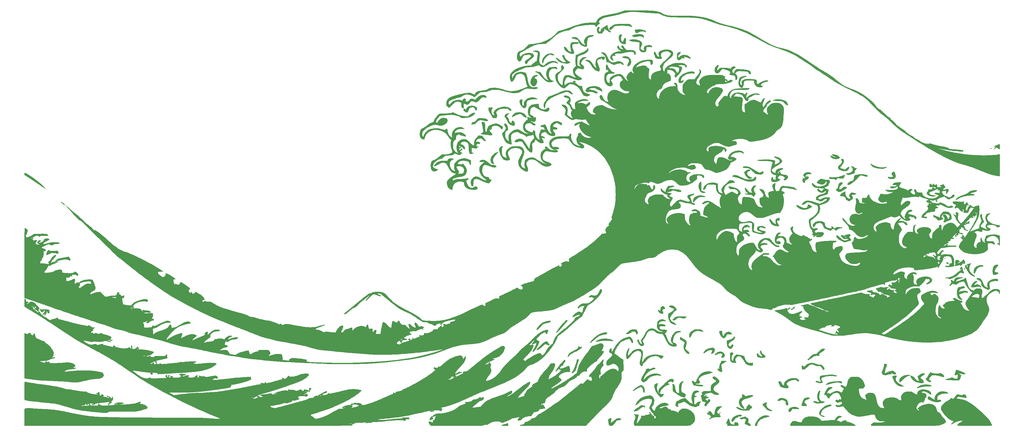
<source format=gbr>
%TF.GenerationSoftware,KiCad,Pcbnew,(6.0.1)*%
%TF.CreationDate,2022-02-07T12:21:29+01:00*%
%TF.ProjectId,base,62617365-2e6b-4696-9361-645f70636258,rev?*%
%TF.SameCoordinates,Original*%
%TF.FileFunction,Legend,Bot*%
%TF.FilePolarity,Positive*%
%FSLAX46Y46*%
G04 Gerber Fmt 4.6, Leading zero omitted, Abs format (unit mm)*
G04 Created by KiCad (PCBNEW (6.0.1)) date 2022-02-07 12:21:29*
%MOMM*%
%LPD*%
G01*
G04 APERTURE LIST*
%ADD10C,0.010000*%
G04 APERTURE END LIST*
D10*
%TO.C,LogoBase1*%
X375181392Y-165781376D02*
X374904287Y-165871494D01*
X374904287Y-165871494D02*
X374740386Y-165942763D01*
X374740386Y-165942763D02*
X374169717Y-166276771D01*
X374169717Y-166276771D02*
X373742599Y-166688610D01*
X373742599Y-166688610D02*
X373464106Y-167171356D01*
X373464106Y-167171356D02*
X373339311Y-167718086D01*
X373339311Y-167718086D02*
X373332725Y-167863735D01*
X373332725Y-167863735D02*
X373352494Y-168229613D01*
X373352494Y-168229613D02*
X373421571Y-168433554D01*
X373421571Y-168433554D02*
X373539938Y-168475531D01*
X373539938Y-168475531D02*
X373692819Y-168370618D01*
X373692819Y-168370618D02*
X373812177Y-168200952D01*
X373812177Y-168200952D02*
X373949008Y-167933496D01*
X373949008Y-167933496D02*
X374051900Y-167683166D01*
X374051900Y-167683166D02*
X374232560Y-167297219D01*
X374232560Y-167297219D02*
X374477526Y-166920184D01*
X374477526Y-166920184D02*
X374752455Y-166595569D01*
X374752455Y-166595569D02*
X375023004Y-166366884D01*
X375023004Y-166366884D02*
X375140198Y-166304380D01*
X375140198Y-166304380D02*
X375340599Y-166249363D01*
X375340599Y-166249363D02*
X375638756Y-166196463D01*
X375638756Y-166196463D02*
X375909777Y-166163475D01*
X375909777Y-166163475D02*
X376209577Y-166128419D01*
X376209577Y-166128419D02*
X376376737Y-166085133D01*
X376376737Y-166085133D02*
X376447827Y-166018901D01*
X376447827Y-166018901D02*
X376460111Y-165941994D01*
X376460111Y-165941994D02*
X376443028Y-165853641D01*
X376443028Y-165853641D02*
X376368262Y-165799629D01*
X376368262Y-165799629D02*
X376200532Y-165768884D01*
X376200532Y-165768884D02*
X375904562Y-165750332D01*
X375904562Y-165750332D02*
X375841053Y-165747679D01*
X375841053Y-165747679D02*
X375467194Y-165744794D01*
X375467194Y-165744794D02*
X375181392Y-165781376D01*
X375181392Y-165781376D02*
X375181392Y-165781376D01*
G36*
X375841053Y-165747679D02*
G01*
X375904562Y-165750332D01*
X376200532Y-165768884D01*
X376368262Y-165799629D01*
X376443028Y-165853641D01*
X376460111Y-165941994D01*
X376447827Y-166018901D01*
X376376737Y-166085133D01*
X376209577Y-166128419D01*
X375909777Y-166163475D01*
X375638756Y-166196463D01*
X375340599Y-166249363D01*
X375140198Y-166304380D01*
X375023004Y-166366884D01*
X374752455Y-166595569D01*
X374477526Y-166920184D01*
X374232560Y-167297219D01*
X374051900Y-167683166D01*
X373949008Y-167933496D01*
X373812177Y-168200952D01*
X373692819Y-168370618D01*
X373539938Y-168475531D01*
X373421571Y-168433554D01*
X373352494Y-168229613D01*
X373332725Y-167863735D01*
X373339311Y-167718086D01*
X373464106Y-167171356D01*
X373742599Y-166688610D01*
X374169717Y-166276771D01*
X374740386Y-165942763D01*
X374904287Y-165871494D01*
X375181392Y-165781376D01*
X375467194Y-165744794D01*
X375841053Y-165747679D01*
G37*
X375841053Y-165747679D02*
X375904562Y-165750332D01*
X376200532Y-165768884D01*
X376368262Y-165799629D01*
X376443028Y-165853641D01*
X376460111Y-165941994D01*
X376447827Y-166018901D01*
X376376737Y-166085133D01*
X376209577Y-166128419D01*
X375909777Y-166163475D01*
X375638756Y-166196463D01*
X375340599Y-166249363D01*
X375140198Y-166304380D01*
X375023004Y-166366884D01*
X374752455Y-166595569D01*
X374477526Y-166920184D01*
X374232560Y-167297219D01*
X374051900Y-167683166D01*
X373949008Y-167933496D01*
X373812177Y-168200952D01*
X373692819Y-168370618D01*
X373539938Y-168475531D01*
X373421571Y-168433554D01*
X373352494Y-168229613D01*
X373332725Y-167863735D01*
X373339311Y-167718086D01*
X373464106Y-167171356D01*
X373742599Y-166688610D01*
X374169717Y-166276771D01*
X374740386Y-165942763D01*
X374904287Y-165871494D01*
X375181392Y-165781376D01*
X375467194Y-165744794D01*
X375841053Y-165747679D01*
X356149482Y-201859123D02*
X356084532Y-201877020D01*
X356084532Y-201877020D02*
X355879646Y-201968434D01*
X355879646Y-201968434D02*
X355586925Y-202136155D01*
X355586925Y-202136155D02*
X355251398Y-202351507D01*
X355251398Y-202351507D02*
X354918093Y-202585814D01*
X354918093Y-202585814D02*
X354673851Y-202775414D01*
X354673851Y-202775414D02*
X354676347Y-202868417D01*
X354676347Y-202868417D02*
X354727949Y-203071880D01*
X354727949Y-203071880D02*
X354813434Y-203339626D01*
X354813434Y-203339626D02*
X354917576Y-203625477D01*
X354917576Y-203625477D02*
X355025151Y-203883256D01*
X355025151Y-203883256D02*
X355069627Y-203975842D01*
X355069627Y-203975842D02*
X355164522Y-204189314D01*
X355164522Y-204189314D02*
X355203330Y-204334821D01*
X355203330Y-204334821D02*
X355197416Y-204363799D01*
X355197416Y-204363799D02*
X355090658Y-204371259D01*
X355090658Y-204371259D02*
X354886300Y-204327689D01*
X354886300Y-204327689D02*
X354641424Y-204250954D01*
X354641424Y-204250954D02*
X354413116Y-204158917D01*
X354413116Y-204158917D02*
X354259445Y-204070262D01*
X354259445Y-204070262D02*
X354135054Y-203945249D01*
X354135054Y-203945249D02*
X353951877Y-203735827D01*
X353951877Y-203735827D02*
X353789116Y-203536683D01*
X353789116Y-203536683D02*
X353563619Y-203274655D01*
X353563619Y-203274655D02*
X353331210Y-203039690D01*
X353331210Y-203039690D02*
X353192848Y-202921951D01*
X353192848Y-202921951D02*
X352984666Y-202796614D01*
X352984666Y-202796614D02*
X352737771Y-202685809D01*
X352737771Y-202685809D02*
X352505926Y-202609083D01*
X352505926Y-202609083D02*
X352342900Y-202585981D01*
X352342900Y-202585981D02*
X352305267Y-202599282D01*
X352305267Y-202599282D02*
X352299943Y-202711461D01*
X352299943Y-202711461D02*
X352368168Y-202922765D01*
X352368168Y-202922765D02*
X352491299Y-203190284D01*
X352491299Y-203190284D02*
X352650694Y-203471105D01*
X352650694Y-203471105D02*
X352746421Y-203614775D01*
X352746421Y-203614775D02*
X353192995Y-204097427D01*
X353192995Y-204097427D02*
X353773290Y-204479840D01*
X353773290Y-204479840D02*
X354483220Y-204760180D01*
X354483220Y-204760180D02*
X355318700Y-204936612D01*
X355318700Y-204936612D02*
X355801444Y-204986685D01*
X355801444Y-204986685D02*
X356125795Y-205001611D01*
X356125795Y-205001611D02*
X356383095Y-204998056D01*
X356383095Y-204998056D02*
X356528408Y-204977095D01*
X356528408Y-204977095D02*
X356542277Y-204968951D01*
X356542277Y-204968951D02*
X356598526Y-204811893D01*
X356598526Y-204811893D02*
X356599511Y-204564983D01*
X356599511Y-204564983D02*
X356551032Y-204296308D01*
X356551032Y-204296308D02*
X356467152Y-204087447D01*
X356467152Y-204087447D02*
X356305497Y-203906879D01*
X356305497Y-203906879D02*
X356062363Y-203729502D01*
X356062363Y-203729502D02*
X355959152Y-203673317D01*
X355959152Y-203673317D02*
X355708643Y-203516217D01*
X355708643Y-203516217D02*
X355596562Y-203347168D01*
X355596562Y-203347168D02*
X355627062Y-203155567D01*
X355627062Y-203155567D02*
X355804295Y-202930807D01*
X355804295Y-202930807D02*
X356132413Y-202662283D01*
X356132413Y-202662283D02*
X356436444Y-202454102D01*
X356436444Y-202454102D02*
X356698189Y-202267763D01*
X356698189Y-202267763D02*
X356892433Y-202100167D01*
X356892433Y-202100167D02*
X356983915Y-201982483D01*
X356983915Y-201982483D02*
X356986777Y-201967660D01*
X356986777Y-201967660D02*
X356911918Y-201870435D01*
X356911918Y-201870435D02*
X356717378Y-201816920D01*
X356717378Y-201816920D02*
X356448214Y-201811640D01*
X356448214Y-201811640D02*
X356149482Y-201859123D01*
X356149482Y-201859123D02*
X356149482Y-201859123D01*
G36*
X356717378Y-201816920D02*
G01*
X356911918Y-201870435D01*
X356986777Y-201967660D01*
X356983915Y-201982483D01*
X356892433Y-202100167D01*
X356698189Y-202267763D01*
X356436444Y-202454102D01*
X356132413Y-202662283D01*
X355804295Y-202930807D01*
X355627062Y-203155567D01*
X355596562Y-203347168D01*
X355708643Y-203516217D01*
X355959152Y-203673317D01*
X356062363Y-203729502D01*
X356305497Y-203906879D01*
X356467152Y-204087447D01*
X356551032Y-204296308D01*
X356599511Y-204564983D01*
X356598526Y-204811893D01*
X356542277Y-204968951D01*
X356528408Y-204977095D01*
X356383095Y-204998056D01*
X356125795Y-205001611D01*
X355801444Y-204986685D01*
X355318700Y-204936612D01*
X354483220Y-204760180D01*
X353773290Y-204479840D01*
X353192995Y-204097427D01*
X352746421Y-203614775D01*
X352650694Y-203471105D01*
X352491299Y-203190284D01*
X352368168Y-202922765D01*
X352299943Y-202711461D01*
X352305267Y-202599282D01*
X352342900Y-202585981D01*
X352505926Y-202609083D01*
X352737771Y-202685809D01*
X352984666Y-202796614D01*
X353192848Y-202921951D01*
X353331210Y-203039690D01*
X353563619Y-203274655D01*
X353789116Y-203536683D01*
X353951877Y-203735827D01*
X354135054Y-203945249D01*
X354259445Y-204070262D01*
X354413116Y-204158917D01*
X354641424Y-204250954D01*
X354886300Y-204327689D01*
X355090658Y-204371259D01*
X355197416Y-204363799D01*
X355203330Y-204334821D01*
X355164522Y-204189314D01*
X355069627Y-203975842D01*
X355025151Y-203883256D01*
X354917576Y-203625477D01*
X354813434Y-203339626D01*
X354727949Y-203071880D01*
X354676347Y-202868417D01*
X354673851Y-202775414D01*
X354918093Y-202585814D01*
X355251398Y-202351507D01*
X355586925Y-202136155D01*
X355879646Y-201968434D01*
X356084532Y-201877020D01*
X356149482Y-201859123D01*
X356448214Y-201811640D01*
X356717378Y-201816920D01*
G37*
X356717378Y-201816920D02*
X356911918Y-201870435D01*
X356986777Y-201967660D01*
X356983915Y-201982483D01*
X356892433Y-202100167D01*
X356698189Y-202267763D01*
X356436444Y-202454102D01*
X356132413Y-202662283D01*
X355804295Y-202930807D01*
X355627062Y-203155567D01*
X355596562Y-203347168D01*
X355708643Y-203516217D01*
X355959152Y-203673317D01*
X356062363Y-203729502D01*
X356305497Y-203906879D01*
X356467152Y-204087447D01*
X356551032Y-204296308D01*
X356599511Y-204564983D01*
X356598526Y-204811893D01*
X356542277Y-204968951D01*
X356528408Y-204977095D01*
X356383095Y-204998056D01*
X356125795Y-205001611D01*
X355801444Y-204986685D01*
X355318700Y-204936612D01*
X354483220Y-204760180D01*
X353773290Y-204479840D01*
X353192995Y-204097427D01*
X352746421Y-203614775D01*
X352650694Y-203471105D01*
X352491299Y-203190284D01*
X352368168Y-202922765D01*
X352299943Y-202711461D01*
X352305267Y-202599282D01*
X352342900Y-202585981D01*
X352505926Y-202609083D01*
X352737771Y-202685809D01*
X352984666Y-202796614D01*
X353192848Y-202921951D01*
X353331210Y-203039690D01*
X353563619Y-203274655D01*
X353789116Y-203536683D01*
X353951877Y-203735827D01*
X354135054Y-203945249D01*
X354259445Y-204070262D01*
X354413116Y-204158917D01*
X354641424Y-204250954D01*
X354886300Y-204327689D01*
X355090658Y-204371259D01*
X355197416Y-204363799D01*
X355203330Y-204334821D01*
X355164522Y-204189314D01*
X355069627Y-203975842D01*
X355025151Y-203883256D01*
X354917576Y-203625477D01*
X354813434Y-203339626D01*
X354727949Y-203071880D01*
X354676347Y-202868417D01*
X354673851Y-202775414D01*
X354918093Y-202585814D01*
X355251398Y-202351507D01*
X355586925Y-202136155D01*
X355879646Y-201968434D01*
X356084532Y-201877020D01*
X356149482Y-201859123D01*
X356448214Y-201811640D01*
X356717378Y-201816920D01*
X313350735Y-213009980D02*
X312700684Y-213151493D01*
X312700684Y-213151493D02*
X312216093Y-213350704D01*
X312216093Y-213350704D02*
X311872654Y-213600157D01*
X311872654Y-213600157D02*
X311677554Y-213889783D01*
X311677554Y-213889783D02*
X311637979Y-214209511D01*
X311637979Y-214209511D02*
X311735423Y-214503893D01*
X311735423Y-214503893D02*
X311829283Y-214635468D01*
X311829283Y-214635468D02*
X311944043Y-214648470D01*
X311944043Y-214648470D02*
X312113444Y-214569270D01*
X312113444Y-214569270D02*
X312379701Y-214383530D01*
X312379701Y-214383530D02*
X312614704Y-214152294D01*
X312614704Y-214152294D02*
X312778806Y-213920725D01*
X312778806Y-213920725D02*
X312833111Y-213749476D01*
X312833111Y-213749476D02*
X312833111Y-213541842D01*
X312833111Y-213541842D02*
X313573944Y-213610283D01*
X313573944Y-213610283D02*
X314169608Y-213659584D01*
X314169608Y-213659584D02*
X314608793Y-213680921D01*
X314608793Y-213680921D02*
X314902363Y-213672216D01*
X314902363Y-213672216D02*
X315061182Y-213631394D01*
X315061182Y-213631394D02*
X315096113Y-213556377D01*
X315096113Y-213556377D02*
X315018022Y-213445088D01*
X315018022Y-213445088D02*
X314914066Y-213354127D01*
X314914066Y-213354127D02*
X314479992Y-213112818D01*
X314479992Y-213112818D02*
X313951813Y-212997455D01*
X313951813Y-212997455D02*
X313350735Y-213009980D01*
X313350735Y-213009980D02*
X313350735Y-213009980D01*
G36*
X314479992Y-213112818D02*
G01*
X314914066Y-213354127D01*
X315018022Y-213445088D01*
X315096113Y-213556377D01*
X315061182Y-213631394D01*
X314902363Y-213672216D01*
X314608793Y-213680921D01*
X314169608Y-213659584D01*
X313573944Y-213610283D01*
X312833111Y-213541842D01*
X312833111Y-213749476D01*
X312778806Y-213920725D01*
X312614704Y-214152294D01*
X312379701Y-214383530D01*
X312113444Y-214569270D01*
X311944043Y-214648470D01*
X311829283Y-214635468D01*
X311735423Y-214503893D01*
X311637979Y-214209511D01*
X311677554Y-213889783D01*
X311872654Y-213600157D01*
X312216093Y-213350704D01*
X312700684Y-213151493D01*
X313350735Y-213009980D01*
X313951813Y-212997455D01*
X314479992Y-213112818D01*
G37*
X314479992Y-213112818D02*
X314914066Y-213354127D01*
X315018022Y-213445088D01*
X315096113Y-213556377D01*
X315061182Y-213631394D01*
X314902363Y-213672216D01*
X314608793Y-213680921D01*
X314169608Y-213659584D01*
X313573944Y-213610283D01*
X312833111Y-213541842D01*
X312833111Y-213749476D01*
X312778806Y-213920725D01*
X312614704Y-214152294D01*
X312379701Y-214383530D01*
X312113444Y-214569270D01*
X311944043Y-214648470D01*
X311829283Y-214635468D01*
X311735423Y-214503893D01*
X311637979Y-214209511D01*
X311677554Y-213889783D01*
X311872654Y-213600157D01*
X312216093Y-213350704D01*
X312700684Y-213151493D01*
X313350735Y-213009980D01*
X313951813Y-212997455D01*
X314479992Y-213112818D01*
X321356467Y-151093804D02*
X320876258Y-151235506D01*
X320876258Y-151235506D02*
X320449641Y-151447866D01*
X320449641Y-151447866D02*
X320100289Y-151716557D01*
X320100289Y-151716557D02*
X319851870Y-152027252D01*
X319851870Y-152027252D02*
X319728057Y-152365624D01*
X319728057Y-152365624D02*
X319741801Y-152678283D01*
X319741801Y-152678283D02*
X319829215Y-152915541D01*
X319829215Y-152915541D02*
X319942801Y-153002518D01*
X319942801Y-153002518D02*
X320091246Y-152936801D01*
X320091246Y-152936801D02*
X320283235Y-152715975D01*
X320283235Y-152715975D02*
X320437505Y-152484910D01*
X320437505Y-152484910D02*
X320734815Y-152068746D01*
X320734815Y-152068746D02*
X321028021Y-151795822D01*
X321028021Y-151795822D02*
X321350306Y-151644201D01*
X321350306Y-151644201D02*
X321734856Y-151591948D01*
X321734856Y-151591948D02*
X321789330Y-151591310D01*
X321789330Y-151591310D02*
X322248534Y-151627599D01*
X322248534Y-151627599D02*
X322603582Y-151750820D01*
X322603582Y-151750820D02*
X322878594Y-151981400D01*
X322878594Y-151981400D02*
X323097690Y-152339768D01*
X323097690Y-152339768D02*
X323284990Y-152846350D01*
X323284990Y-152846350D02*
X323289774Y-152862082D01*
X323289774Y-152862082D02*
X323382749Y-153144280D01*
X323382749Y-153144280D02*
X323469886Y-153307604D01*
X323469886Y-153307604D02*
X323587483Y-153397187D01*
X323587483Y-153397187D02*
X323768426Y-153457245D01*
X323768426Y-153457245D02*
X324005627Y-153537592D01*
X324005627Y-153537592D02*
X324328175Y-153667868D01*
X324328175Y-153667868D02*
X324670408Y-153821388D01*
X324670408Y-153821388D02*
X324705018Y-153837869D01*
X324705018Y-153837869D02*
X325153705Y-154030512D01*
X325153705Y-154030512D02*
X325493993Y-154119060D01*
X325493993Y-154119060D02*
X325750478Y-154104233D01*
X325750478Y-154104233D02*
X325947757Y-153986751D01*
X325947757Y-153986751D02*
X326041111Y-153876994D01*
X326041111Y-153876994D02*
X326203625Y-153700196D01*
X326203625Y-153700196D02*
X326399294Y-153630661D01*
X326399294Y-153630661D02*
X326552702Y-153622994D01*
X326552702Y-153622994D02*
X326786445Y-153644293D01*
X326786445Y-153644293D02*
X326925878Y-153734749D01*
X326925878Y-153734749D02*
X327014777Y-153876994D01*
X327014777Y-153876994D02*
X327147763Y-154052367D01*
X327147763Y-154052367D02*
X327291709Y-154130647D01*
X327291709Y-154130647D02*
X327300053Y-154130994D01*
X327300053Y-154130994D02*
X327441985Y-154085700D01*
X327441985Y-154085700D02*
X327674564Y-153966143D01*
X327674564Y-153966143D02*
X327950878Y-153796810D01*
X327950878Y-153796810D02*
X327989437Y-153771160D01*
X327989437Y-153771160D02*
X328307865Y-153571566D01*
X328307865Y-153571566D02*
X328569168Y-153453689D01*
X328569168Y-153453689D02*
X328846024Y-153390505D01*
X328846024Y-153390505D02*
X329082169Y-153364829D01*
X329082169Y-153364829D02*
X329375383Y-153338517D01*
X329375383Y-153338517D02*
X329520182Y-153314898D01*
X329520182Y-153314898D02*
X329536957Y-153283278D01*
X329536957Y-153283278D02*
X329446097Y-153232964D01*
X329446097Y-153232964D02*
X329385444Y-153205768D01*
X329385444Y-153205768D02*
X329175472Y-153144849D01*
X329175472Y-153144849D02*
X328861395Y-153090235D01*
X328861395Y-153090235D02*
X328508374Y-153053064D01*
X328508374Y-153053064D02*
X328481414Y-153051243D01*
X328481414Y-153051243D02*
X328114810Y-153036493D01*
X328114810Y-153036493D02*
X327851899Y-153054993D01*
X327851899Y-153054993D02*
X327628791Y-153115701D01*
X327628791Y-153115701D02*
X327444247Y-153196690D01*
X327444247Y-153196690D02*
X327223261Y-153317232D01*
X327223261Y-153317232D02*
X327083105Y-153419757D01*
X327083105Y-153419757D02*
X327057111Y-153459398D01*
X327057111Y-153459398D02*
X327005818Y-153503797D01*
X327005818Y-153503797D02*
X326880710Y-153454207D01*
X326880710Y-153454207D02*
X326724941Y-153339079D01*
X326724941Y-153339079D02*
X326581668Y-153186862D01*
X326581668Y-153186862D02*
X326532655Y-153113644D01*
X326532655Y-153113644D02*
X326389278Y-152950210D01*
X326389278Y-152950210D02*
X326196623Y-152825698D01*
X326196623Y-152825698D02*
X326012872Y-152769502D01*
X326012872Y-152769502D02*
X325906998Y-152797551D01*
X325906998Y-152797551D02*
X325908345Y-152895313D01*
X325908345Y-152895313D02*
X325968289Y-153064847D01*
X325968289Y-153064847D02*
X326026870Y-153281368D01*
X326026870Y-153281368D02*
X325960076Y-153416001D01*
X325960076Y-153416001D02*
X325758428Y-153474009D01*
X325758428Y-153474009D02*
X325412448Y-153460657D01*
X325412448Y-153460657D02*
X325284998Y-153444364D01*
X325284998Y-153444364D02*
X324711768Y-153305286D01*
X324711768Y-153305286D02*
X324265641Y-153072467D01*
X324265641Y-153072467D02*
X323954227Y-152752768D01*
X323954227Y-152752768D02*
X323785137Y-152353051D01*
X323785137Y-152353051D02*
X323755111Y-152065031D01*
X323755111Y-152065031D02*
X323683236Y-151747893D01*
X323683236Y-151747893D02*
X323464282Y-151486627D01*
X323464282Y-151486627D02*
X323093258Y-151277646D01*
X323093258Y-151277646D02*
X322565171Y-151117367D01*
X322565171Y-151117367D02*
X322382982Y-151079682D01*
X322382982Y-151079682D02*
X321866599Y-151037087D01*
X321866599Y-151037087D02*
X321356467Y-151093804D01*
X321356467Y-151093804D02*
X321356467Y-151093804D01*
G36*
X322382982Y-151079682D02*
G01*
X322565171Y-151117367D01*
X323093258Y-151277646D01*
X323464282Y-151486627D01*
X323683236Y-151747893D01*
X323755111Y-152065031D01*
X323785137Y-152353051D01*
X323954227Y-152752768D01*
X324265641Y-153072467D01*
X324711768Y-153305286D01*
X325284998Y-153444364D01*
X325412448Y-153460657D01*
X325758428Y-153474009D01*
X325960076Y-153416001D01*
X326026870Y-153281368D01*
X325968289Y-153064847D01*
X325908345Y-152895313D01*
X325906998Y-152797551D01*
X326012872Y-152769502D01*
X326196623Y-152825698D01*
X326389278Y-152950210D01*
X326532655Y-153113644D01*
X326581668Y-153186862D01*
X326724941Y-153339079D01*
X326880710Y-153454207D01*
X327005818Y-153503797D01*
X327057111Y-153459398D01*
X327083105Y-153419757D01*
X327223261Y-153317232D01*
X327444247Y-153196690D01*
X327628791Y-153115701D01*
X327851899Y-153054993D01*
X328114810Y-153036493D01*
X328481414Y-153051243D01*
X328508374Y-153053064D01*
X328861395Y-153090235D01*
X329175472Y-153144849D01*
X329385444Y-153205768D01*
X329446097Y-153232964D01*
X329536957Y-153283278D01*
X329520182Y-153314898D01*
X329375383Y-153338517D01*
X329082169Y-153364829D01*
X328846024Y-153390505D01*
X328569168Y-153453689D01*
X328307865Y-153571566D01*
X327989437Y-153771160D01*
X327950878Y-153796810D01*
X327674564Y-153966143D01*
X327441985Y-154085700D01*
X327300053Y-154130994D01*
X327291709Y-154130647D01*
X327147763Y-154052367D01*
X327014777Y-153876994D01*
X326925878Y-153734749D01*
X326786445Y-153644293D01*
X326552702Y-153622994D01*
X326399294Y-153630661D01*
X326203625Y-153700196D01*
X326041111Y-153876994D01*
X325947757Y-153986751D01*
X325750478Y-154104233D01*
X325493993Y-154119060D01*
X325153705Y-154030512D01*
X324705018Y-153837869D01*
X324670408Y-153821388D01*
X324328175Y-153667868D01*
X324005627Y-153537592D01*
X323768426Y-153457245D01*
X323587483Y-153397187D01*
X323469886Y-153307604D01*
X323382749Y-153144280D01*
X323289774Y-152862082D01*
X323284990Y-152846350D01*
X323097690Y-152339768D01*
X322878594Y-151981400D01*
X322603582Y-151750820D01*
X322248534Y-151627599D01*
X321789330Y-151591310D01*
X321734856Y-151591948D01*
X321350306Y-151644201D01*
X321028021Y-151795822D01*
X320734815Y-152068746D01*
X320437505Y-152484910D01*
X320283235Y-152715975D01*
X320091246Y-152936801D01*
X319942801Y-153002518D01*
X319829215Y-152915541D01*
X319741801Y-152678283D01*
X319728057Y-152365624D01*
X319851870Y-152027252D01*
X320100289Y-151716557D01*
X320449641Y-151447866D01*
X320876258Y-151235506D01*
X321356467Y-151093804D01*
X321866599Y-151037087D01*
X322382982Y-151079682D01*
G37*
X322382982Y-151079682D02*
X322565171Y-151117367D01*
X323093258Y-151277646D01*
X323464282Y-151486627D01*
X323683236Y-151747893D01*
X323755111Y-152065031D01*
X323785137Y-152353051D01*
X323954227Y-152752768D01*
X324265641Y-153072467D01*
X324711768Y-153305286D01*
X325284998Y-153444364D01*
X325412448Y-153460657D01*
X325758428Y-153474009D01*
X325960076Y-153416001D01*
X326026870Y-153281368D01*
X325968289Y-153064847D01*
X325908345Y-152895313D01*
X325906998Y-152797551D01*
X326012872Y-152769502D01*
X326196623Y-152825698D01*
X326389278Y-152950210D01*
X326532655Y-153113644D01*
X326581668Y-153186862D01*
X326724941Y-153339079D01*
X326880710Y-153454207D01*
X327005818Y-153503797D01*
X327057111Y-153459398D01*
X327083105Y-153419757D01*
X327223261Y-153317232D01*
X327444247Y-153196690D01*
X327628791Y-153115701D01*
X327851899Y-153054993D01*
X328114810Y-153036493D01*
X328481414Y-153051243D01*
X328508374Y-153053064D01*
X328861395Y-153090235D01*
X329175472Y-153144849D01*
X329385444Y-153205768D01*
X329446097Y-153232964D01*
X329536957Y-153283278D01*
X329520182Y-153314898D01*
X329375383Y-153338517D01*
X329082169Y-153364829D01*
X328846024Y-153390505D01*
X328569168Y-153453689D01*
X328307865Y-153571566D01*
X327989437Y-153771160D01*
X327950878Y-153796810D01*
X327674564Y-153966143D01*
X327441985Y-154085700D01*
X327300053Y-154130994D01*
X327291709Y-154130647D01*
X327147763Y-154052367D01*
X327014777Y-153876994D01*
X326925878Y-153734749D01*
X326786445Y-153644293D01*
X326552702Y-153622994D01*
X326399294Y-153630661D01*
X326203625Y-153700196D01*
X326041111Y-153876994D01*
X325947757Y-153986751D01*
X325750478Y-154104233D01*
X325493993Y-154119060D01*
X325153705Y-154030512D01*
X324705018Y-153837869D01*
X324670408Y-153821388D01*
X324328175Y-153667868D01*
X324005627Y-153537592D01*
X323768426Y-153457245D01*
X323587483Y-153397187D01*
X323469886Y-153307604D01*
X323382749Y-153144280D01*
X323289774Y-152862082D01*
X323284990Y-152846350D01*
X323097690Y-152339768D01*
X322878594Y-151981400D01*
X322603582Y-151750820D01*
X322248534Y-151627599D01*
X321789330Y-151591310D01*
X321734856Y-151591948D01*
X321350306Y-151644201D01*
X321028021Y-151795822D01*
X320734815Y-152068746D01*
X320437505Y-152484910D01*
X320283235Y-152715975D01*
X320091246Y-152936801D01*
X319942801Y-153002518D01*
X319829215Y-152915541D01*
X319741801Y-152678283D01*
X319728057Y-152365624D01*
X319851870Y-152027252D01*
X320100289Y-151716557D01*
X320449641Y-151447866D01*
X320876258Y-151235506D01*
X321356467Y-151093804D01*
X321866599Y-151037087D01*
X322382982Y-151079682D01*
X358026817Y-144091813D02*
X357786623Y-144191917D01*
X357786623Y-144191917D02*
X357586410Y-144268582D01*
X357586410Y-144268582D02*
X357579444Y-144271003D01*
X357579444Y-144271003D02*
X357477538Y-144329489D01*
X357477538Y-144329489D02*
X357521416Y-144370730D01*
X357521416Y-144370730D02*
X357635218Y-144475856D01*
X357635218Y-144475856D02*
X357708587Y-144611629D01*
X357708587Y-144611629D02*
X357779681Y-144743985D01*
X357779681Y-144743985D02*
X357888582Y-144766286D01*
X357888582Y-144766286D02*
X358038942Y-144722457D01*
X358038942Y-144722457D02*
X358197357Y-144684739D01*
X358197357Y-144684739D02*
X358355787Y-144702463D01*
X358355787Y-144702463D02*
X358565534Y-144788399D01*
X358565534Y-144788399D02*
X358798985Y-144911672D01*
X358798985Y-144911672D02*
X359045330Y-145059309D01*
X359045330Y-145059309D02*
X359211669Y-145182822D01*
X359211669Y-145182822D02*
X359263221Y-145256248D01*
X359263221Y-145256248D02*
X359262495Y-145257631D01*
X359262495Y-145257631D02*
X359161334Y-145312834D01*
X359161334Y-145312834D02*
X359012854Y-145321961D01*
X359012854Y-145321961D02*
X358904396Y-145285169D01*
X358904396Y-145285169D02*
X358891777Y-145256958D01*
X358891777Y-145256958D02*
X358824381Y-145114878D01*
X358824381Y-145114878D02*
X358664694Y-144960054D01*
X358664694Y-144960054D02*
X358476465Y-144845502D01*
X358476465Y-144845502D02*
X358363546Y-144817660D01*
X358363546Y-144817660D02*
X358242139Y-144836379D01*
X358242139Y-144836379D02*
X358270139Y-144906851D01*
X358270139Y-144906851D02*
X358282177Y-144919260D01*
X358282177Y-144919260D02*
X358391432Y-145133827D01*
X358391432Y-145133827D02*
X358374469Y-145388019D01*
X358374469Y-145388019D02*
X358249199Y-145632576D01*
X358249199Y-145632576D02*
X358033531Y-145818235D01*
X358033531Y-145818235D02*
X357940082Y-145860158D01*
X357940082Y-145860158D02*
X357861657Y-145904009D01*
X357861657Y-145904009D02*
X357852209Y-145984544D01*
X357852209Y-145984544D02*
X357917605Y-146143229D01*
X357917605Y-146143229D02*
X358003582Y-146308971D01*
X358003582Y-146308971D02*
X358123922Y-146559840D01*
X358123922Y-146559840D02*
X358200112Y-146765867D01*
X358200112Y-146765867D02*
X358214128Y-146841104D01*
X358214128Y-146841104D02*
X358135660Y-147099667D01*
X358135660Y-147099667D02*
X357905603Y-147411509D01*
X357905603Y-147411509D02*
X357530375Y-147769013D01*
X357530375Y-147769013D02*
X357232769Y-148006387D01*
X357232769Y-148006387D02*
X356759528Y-148385795D01*
X356759528Y-148385795D02*
X356420512Y-148713871D01*
X356420512Y-148713871D02*
X356197601Y-149013208D01*
X356197601Y-149013208D02*
X356072674Y-149306395D01*
X356072674Y-149306395D02*
X356036106Y-149498269D01*
X356036106Y-149498269D02*
X355993809Y-149873526D01*
X355993809Y-149873526D02*
X356574960Y-149922481D01*
X356574960Y-149922481D02*
X356896250Y-149953627D01*
X356896250Y-149953627D02*
X357168496Y-149987233D01*
X357168496Y-149987233D02*
X357325444Y-150014509D01*
X357325444Y-150014509D02*
X357515552Y-150030233D01*
X357515552Y-150030233D02*
X357600611Y-150012900D01*
X357600611Y-150012900D02*
X357694095Y-149899590D01*
X357694095Y-149899590D02*
X357688330Y-149739339D01*
X357688330Y-149739339D02*
X357589297Y-149617870D01*
X357589297Y-149617870D02*
X357572519Y-149610385D01*
X357572519Y-149610385D02*
X357407426Y-149578409D01*
X357407426Y-149578409D02*
X357155955Y-149560429D01*
X357155955Y-149560429D02*
X357064519Y-149558994D01*
X357064519Y-149558994D02*
X356805771Y-149538183D01*
X356805771Y-149538183D02*
X356696395Y-149472629D01*
X356696395Y-149472629D02*
X356690444Y-149443412D01*
X356690444Y-149443412D02*
X356742046Y-149285412D01*
X356742046Y-149285412D02*
X356865574Y-149108323D01*
X356865574Y-149108323D02*
X357014114Y-148965308D01*
X357014114Y-148965308D02*
X357140749Y-148909529D01*
X357140749Y-148909529D02*
X357158391Y-148913153D01*
X357158391Y-148913153D02*
X357265673Y-148874380D01*
X357265673Y-148874380D02*
X357364835Y-148719430D01*
X357364835Y-148719430D02*
X357531595Y-148482914D01*
X357531595Y-148482914D02*
X357824956Y-148286813D01*
X357824956Y-148286813D02*
X358255118Y-148127348D01*
X358255118Y-148127348D02*
X358832282Y-148000741D01*
X358832282Y-148000741D02*
X359566648Y-147903214D01*
X359566648Y-147903214D02*
X359569111Y-147902960D01*
X359569111Y-147902960D02*
X359957082Y-147853404D01*
X359957082Y-147853404D02*
X360205726Y-147788167D01*
X360205726Y-147788167D02*
X360345009Y-147687844D01*
X360345009Y-147687844D02*
X360404895Y-147533031D01*
X360404895Y-147533031D02*
X360415777Y-147354681D01*
X360415777Y-147354681D02*
X360472743Y-147027558D01*
X360472743Y-147027558D02*
X360652342Y-146802444D01*
X360652342Y-146802444D02*
X360967631Y-146666222D01*
X360967631Y-146666222D02*
X361133235Y-146633899D01*
X361133235Y-146633899D02*
X361366383Y-146594539D01*
X361366383Y-146594539D02*
X361458917Y-146553045D01*
X361458917Y-146553045D02*
X361437911Y-146483724D01*
X361437911Y-146483724D02*
X361372171Y-146407120D01*
X361372171Y-146407120D02*
X361154730Y-146227277D01*
X361154730Y-146227277D02*
X360866990Y-146062559D01*
X360866990Y-146062559D02*
X360579758Y-145948752D01*
X360579758Y-145948752D02*
X360405039Y-145918327D01*
X360405039Y-145918327D02*
X360280009Y-145899456D01*
X360280009Y-145899456D02*
X360270053Y-145866496D01*
X360270053Y-145866496D02*
X360371901Y-145838129D01*
X360371901Y-145838129D02*
X360602972Y-145804466D01*
X360602972Y-145804466D02*
X360923482Y-145770731D01*
X360923482Y-145770731D02*
X361129789Y-145753561D01*
X361129789Y-145753561D02*
X361566979Y-145710499D01*
X361566979Y-145710499D02*
X361864048Y-145655286D01*
X361864048Y-145655286D02*
X362050112Y-145581585D01*
X362050112Y-145581585D02*
X362104654Y-145541360D01*
X362104654Y-145541360D02*
X362185008Y-145478632D01*
X362185008Y-145478632D02*
X362270325Y-145456996D01*
X362270325Y-145456996D02*
X362391837Y-145486590D01*
X362391837Y-145486590D02*
X362580778Y-145577548D01*
X362580778Y-145577548D02*
X362868382Y-145740006D01*
X362868382Y-145740006D02*
X363058255Y-145850811D01*
X363058255Y-145850811D02*
X363716081Y-146206183D01*
X363716081Y-146206183D02*
X364289762Y-146445135D01*
X364289762Y-146445135D02*
X364810988Y-146574767D01*
X364810988Y-146574767D02*
X365311449Y-146602176D01*
X365311449Y-146602176D02*
X365822834Y-146534460D01*
X365822834Y-146534460D02*
X365963725Y-146501587D01*
X365963725Y-146501587D02*
X366286491Y-146394125D01*
X366286491Y-146394125D02*
X366441072Y-146276057D01*
X366441072Y-146276057D02*
X366428352Y-146146297D01*
X366428352Y-146146297D02*
X366327642Y-146052955D01*
X366327642Y-146052955D02*
X366121583Y-145948248D01*
X366121583Y-145948248D02*
X365891307Y-145928841D01*
X365891307Y-145928841D02*
X365587946Y-145995032D01*
X365587946Y-145995032D02*
X365398284Y-146058634D01*
X365398284Y-146058634D02*
X365172415Y-146125249D01*
X365172415Y-146125249D02*
X364968137Y-146140637D01*
X364968137Y-146140637D02*
X364753133Y-146094152D01*
X364753133Y-146094152D02*
X364495088Y-145975149D01*
X364495088Y-145975149D02*
X364161685Y-145772981D01*
X364161685Y-145772981D02*
X363802444Y-145532942D01*
X363802444Y-145532942D02*
X363349835Y-145252585D01*
X363349835Y-145252585D02*
X362906089Y-145028478D01*
X362906089Y-145028478D02*
X362510292Y-144877871D01*
X362510292Y-144877871D02*
X362201531Y-144818012D01*
X362201531Y-144818012D02*
X362181674Y-144817660D01*
X362181674Y-144817660D02*
X362021869Y-144885427D01*
X362021869Y-144885427D02*
X361944990Y-144977254D01*
X361944990Y-144977254D02*
X361833993Y-145105897D01*
X361833993Y-145105897D02*
X361654497Y-145175955D01*
X361654497Y-145175955D02*
X361382272Y-145189101D01*
X361382272Y-145189101D02*
X360993088Y-145147009D01*
X360993088Y-145147009D02*
X360568879Y-145072291D01*
X360568879Y-145072291D02*
X360183591Y-145001083D01*
X360183591Y-145001083D02*
X359842553Y-144944567D01*
X359842553Y-144944567D02*
X359591301Y-144909946D01*
X359591301Y-144909946D02*
X359495736Y-144902583D01*
X359495736Y-144902583D02*
X359350825Y-144873957D01*
X359350825Y-144873957D02*
X359333307Y-144760857D01*
X359333307Y-144760857D02*
X359341442Y-144726113D01*
X359341442Y-144726113D02*
X359338678Y-144590358D01*
X359338678Y-144590358D02*
X359221307Y-144486508D01*
X359221307Y-144486508D02*
X359100371Y-144429919D01*
X359100371Y-144429919D02*
X358881809Y-144303625D01*
X358881809Y-144303625D02*
X358731339Y-144155421D01*
X358731339Y-144155421D02*
X358722519Y-144140466D01*
X358722519Y-144140466D02*
X358578434Y-144001642D01*
X358578434Y-144001642D02*
X358350166Y-143986707D01*
X358350166Y-143986707D02*
X358026817Y-144091813D01*
X358026817Y-144091813D02*
X358026817Y-144091813D01*
G36*
X358578434Y-144001642D02*
G01*
X358722519Y-144140466D01*
X358731339Y-144155421D01*
X358881809Y-144303625D01*
X359100371Y-144429919D01*
X359221307Y-144486508D01*
X359338678Y-144590358D01*
X359341442Y-144726113D01*
X359333307Y-144760857D01*
X359350825Y-144873957D01*
X359495736Y-144902583D01*
X359591301Y-144909946D01*
X359842553Y-144944567D01*
X360183591Y-145001083D01*
X360568879Y-145072291D01*
X360993088Y-145147009D01*
X361382272Y-145189101D01*
X361654497Y-145175955D01*
X361833993Y-145105897D01*
X361944990Y-144977254D01*
X362021869Y-144885427D01*
X362181674Y-144817660D01*
X362201531Y-144818012D01*
X362510292Y-144877871D01*
X362906089Y-145028478D01*
X363349835Y-145252585D01*
X363802444Y-145532942D01*
X364161685Y-145772981D01*
X364495088Y-145975149D01*
X364753133Y-146094152D01*
X364968137Y-146140637D01*
X365172415Y-146125249D01*
X365398284Y-146058634D01*
X365587946Y-145995032D01*
X365891307Y-145928841D01*
X366121583Y-145948248D01*
X366327642Y-146052955D01*
X366428352Y-146146297D01*
X366441072Y-146276057D01*
X366286491Y-146394125D01*
X365963725Y-146501587D01*
X365822834Y-146534460D01*
X365311449Y-146602176D01*
X364810988Y-146574767D01*
X364289762Y-146445135D01*
X363716081Y-146206183D01*
X363058255Y-145850811D01*
X362868382Y-145740006D01*
X362580778Y-145577548D01*
X362391837Y-145486590D01*
X362270325Y-145456996D01*
X362185008Y-145478632D01*
X362104654Y-145541360D01*
X362050112Y-145581585D01*
X361864048Y-145655286D01*
X361566979Y-145710499D01*
X361129789Y-145753561D01*
X360923482Y-145770731D01*
X360602972Y-145804466D01*
X360371901Y-145838129D01*
X360270053Y-145866496D01*
X360280009Y-145899456D01*
X360405039Y-145918327D01*
X360579758Y-145948752D01*
X360866990Y-146062559D01*
X361154730Y-146227277D01*
X361372171Y-146407120D01*
X361437911Y-146483724D01*
X361458917Y-146553045D01*
X361366383Y-146594539D01*
X361133235Y-146633899D01*
X360967631Y-146666222D01*
X360652342Y-146802444D01*
X360472743Y-147027558D01*
X360415777Y-147354681D01*
X360404895Y-147533031D01*
X360345009Y-147687844D01*
X360205726Y-147788167D01*
X359957082Y-147853404D01*
X359569111Y-147902960D01*
X359566648Y-147903214D01*
X358832282Y-148000741D01*
X358255118Y-148127348D01*
X357824956Y-148286813D01*
X357531595Y-148482914D01*
X357364835Y-148719430D01*
X357265673Y-148874380D01*
X357158391Y-148913153D01*
X357140749Y-148909529D01*
X357014114Y-148965308D01*
X356865574Y-149108323D01*
X356742046Y-149285412D01*
X356690444Y-149443412D01*
X356696395Y-149472629D01*
X356805771Y-149538183D01*
X357064519Y-149558994D01*
X357155955Y-149560429D01*
X357407426Y-149578409D01*
X357572519Y-149610385D01*
X357589297Y-149617870D01*
X357688330Y-149739339D01*
X357694095Y-149899590D01*
X357600611Y-150012900D01*
X357515552Y-150030233D01*
X357325444Y-150014509D01*
X357168496Y-149987233D01*
X356896250Y-149953627D01*
X356574960Y-149922481D01*
X355993809Y-149873526D01*
X356036106Y-149498269D01*
X356072674Y-149306395D01*
X356197601Y-149013208D01*
X356420512Y-148713871D01*
X356759528Y-148385795D01*
X357232769Y-148006387D01*
X357530375Y-147769013D01*
X357905603Y-147411509D01*
X358135660Y-147099667D01*
X358214128Y-146841104D01*
X358200112Y-146765867D01*
X358123922Y-146559840D01*
X358003582Y-146308971D01*
X357917605Y-146143229D01*
X357852209Y-145984544D01*
X357861657Y-145904009D01*
X357940082Y-145860158D01*
X358033531Y-145818235D01*
X358249199Y-145632576D01*
X358374469Y-145388019D01*
X358391432Y-145133827D01*
X358282177Y-144919260D01*
X358270139Y-144906851D01*
X358242139Y-144836379D01*
X358363546Y-144817660D01*
X358476465Y-144845502D01*
X358664694Y-144960054D01*
X358824381Y-145114878D01*
X358891777Y-145256958D01*
X358904396Y-145285169D01*
X359012854Y-145321961D01*
X359161334Y-145312834D01*
X359262495Y-145257631D01*
X359263221Y-145256248D01*
X359211669Y-145182822D01*
X359045330Y-145059309D01*
X358798985Y-144911672D01*
X358565534Y-144788399D01*
X358355787Y-144702463D01*
X358197357Y-144684739D01*
X358038942Y-144722457D01*
X357888582Y-144766286D01*
X357779681Y-144743985D01*
X357708587Y-144611629D01*
X357635218Y-144475856D01*
X357521416Y-144370730D01*
X357477538Y-144329489D01*
X357579444Y-144271003D01*
X357586410Y-144268582D01*
X357786623Y-144191917D01*
X358026817Y-144091813D01*
X358350166Y-143986707D01*
X358578434Y-144001642D01*
G37*
X358578434Y-144001642D02*
X358722519Y-144140466D01*
X358731339Y-144155421D01*
X358881809Y-144303625D01*
X359100371Y-144429919D01*
X359221307Y-144486508D01*
X359338678Y-144590358D01*
X359341442Y-144726113D01*
X359333307Y-144760857D01*
X359350825Y-144873957D01*
X359495736Y-144902583D01*
X359591301Y-144909946D01*
X359842553Y-144944567D01*
X360183591Y-145001083D01*
X360568879Y-145072291D01*
X360993088Y-145147009D01*
X361382272Y-145189101D01*
X361654497Y-145175955D01*
X361833993Y-145105897D01*
X361944990Y-144977254D01*
X362021869Y-144885427D01*
X362181674Y-144817660D01*
X362201531Y-144818012D01*
X362510292Y-144877871D01*
X362906089Y-145028478D01*
X363349835Y-145252585D01*
X363802444Y-145532942D01*
X364161685Y-145772981D01*
X364495088Y-145975149D01*
X364753133Y-146094152D01*
X364968137Y-146140637D01*
X365172415Y-146125249D01*
X365398284Y-146058634D01*
X365587946Y-145995032D01*
X365891307Y-145928841D01*
X366121583Y-145948248D01*
X366327642Y-146052955D01*
X366428352Y-146146297D01*
X366441072Y-146276057D01*
X366286491Y-146394125D01*
X365963725Y-146501587D01*
X365822834Y-146534460D01*
X365311449Y-146602176D01*
X364810988Y-146574767D01*
X364289762Y-146445135D01*
X363716081Y-146206183D01*
X363058255Y-145850811D01*
X362868382Y-145740006D01*
X362580778Y-145577548D01*
X362391837Y-145486590D01*
X362270325Y-145456996D01*
X362185008Y-145478632D01*
X362104654Y-145541360D01*
X362050112Y-145581585D01*
X361864048Y-145655286D01*
X361566979Y-145710499D01*
X361129789Y-145753561D01*
X360923482Y-145770731D01*
X360602972Y-145804466D01*
X360371901Y-145838129D01*
X360270053Y-145866496D01*
X360280009Y-145899456D01*
X360405039Y-145918327D01*
X360579758Y-145948752D01*
X360866990Y-146062559D01*
X361154730Y-146227277D01*
X361372171Y-146407120D01*
X361437911Y-146483724D01*
X361458917Y-146553045D01*
X361366383Y-146594539D01*
X361133235Y-146633899D01*
X360967631Y-146666222D01*
X360652342Y-146802444D01*
X360472743Y-147027558D01*
X360415777Y-147354681D01*
X360404895Y-147533031D01*
X360345009Y-147687844D01*
X360205726Y-147788167D01*
X359957082Y-147853404D01*
X359569111Y-147902960D01*
X359566648Y-147903214D01*
X358832282Y-148000741D01*
X358255118Y-148127348D01*
X357824956Y-148286813D01*
X357531595Y-148482914D01*
X357364835Y-148719430D01*
X357265673Y-148874380D01*
X357158391Y-148913153D01*
X357140749Y-148909529D01*
X357014114Y-148965308D01*
X356865574Y-149108323D01*
X356742046Y-149285412D01*
X356690444Y-149443412D01*
X356696395Y-149472629D01*
X356805771Y-149538183D01*
X357064519Y-149558994D01*
X357155955Y-149560429D01*
X357407426Y-149578409D01*
X357572519Y-149610385D01*
X357589297Y-149617870D01*
X357688330Y-149739339D01*
X357694095Y-149899590D01*
X357600611Y-150012900D01*
X357515552Y-150030233D01*
X357325444Y-150014509D01*
X357168496Y-149987233D01*
X356896250Y-149953627D01*
X356574960Y-149922481D01*
X355993809Y-149873526D01*
X356036106Y-149498269D01*
X356072674Y-149306395D01*
X356197601Y-149013208D01*
X356420512Y-148713871D01*
X356759528Y-148385795D01*
X357232769Y-148006387D01*
X357530375Y-147769013D01*
X357905603Y-147411509D01*
X358135660Y-147099667D01*
X358214128Y-146841104D01*
X358200112Y-146765867D01*
X358123922Y-146559840D01*
X358003582Y-146308971D01*
X357917605Y-146143229D01*
X357852209Y-145984544D01*
X357861657Y-145904009D01*
X357940082Y-145860158D01*
X358033531Y-145818235D01*
X358249199Y-145632576D01*
X358374469Y-145388019D01*
X358391432Y-145133827D01*
X358282177Y-144919260D01*
X358270139Y-144906851D01*
X358242139Y-144836379D01*
X358363546Y-144817660D01*
X358476465Y-144845502D01*
X358664694Y-144960054D01*
X358824381Y-145114878D01*
X358891777Y-145256958D01*
X358904396Y-145285169D01*
X359012854Y-145321961D01*
X359161334Y-145312834D01*
X359262495Y-145257631D01*
X359263221Y-145256248D01*
X359211669Y-145182822D01*
X359045330Y-145059309D01*
X358798985Y-144911672D01*
X358565534Y-144788399D01*
X358355787Y-144702463D01*
X358197357Y-144684739D01*
X358038942Y-144722457D01*
X357888582Y-144766286D01*
X357779681Y-144743985D01*
X357708587Y-144611629D01*
X357635218Y-144475856D01*
X357521416Y-144370730D01*
X357477538Y-144329489D01*
X357579444Y-144271003D01*
X357586410Y-144268582D01*
X357786623Y-144191917D01*
X358026817Y-144091813D01*
X358350166Y-143986707D01*
X358578434Y-144001642D01*
X333203009Y-202942717D02*
X332890609Y-202951323D01*
X332890609Y-202951323D02*
X332673243Y-202973797D01*
X332673243Y-202973797D02*
X332513762Y-203016792D01*
X332513762Y-203016792D02*
X332375016Y-203086960D01*
X332375016Y-203086960D02*
X332219856Y-203190956D01*
X332219856Y-203190956D02*
X332208258Y-203199086D01*
X332208258Y-203199086D02*
X331956889Y-203406914D01*
X331956889Y-203406914D02*
X331750541Y-203658688D01*
X331750541Y-203658688D02*
X331573689Y-203984054D01*
X331573689Y-203984054D02*
X331410805Y-204412658D01*
X331410805Y-204412658D02*
X331246363Y-204974145D01*
X331246363Y-204974145D02*
X331213761Y-205097915D01*
X331213761Y-205097915D02*
X331104499Y-205488517D01*
X331104499Y-205488517D02*
X330995892Y-205825505D01*
X330995892Y-205825505D02*
X330901204Y-206070571D01*
X330901204Y-206070571D02*
X330838786Y-206180938D01*
X330838786Y-206180938D02*
X330642981Y-206265142D01*
X330642981Y-206265142D02*
X330367641Y-206238222D01*
X330367641Y-206238222D02*
X330052496Y-206109261D01*
X330052496Y-206109261D02*
X329806056Y-205944830D01*
X329806056Y-205944830D02*
X329551190Y-205765973D01*
X329551190Y-205765973D02*
X329355782Y-205701801D01*
X329355782Y-205701801D02*
X329166893Y-205740343D01*
X329166893Y-205740343D02*
X329082468Y-205781215D01*
X329082468Y-205781215D02*
X328974698Y-205902859D01*
X328974698Y-205902859D02*
X329023033Y-206059476D01*
X329023033Y-206059476D02*
X329220421Y-206240713D01*
X329220421Y-206240713D02*
X329512444Y-206412660D01*
X329512444Y-206412660D02*
X329858263Y-206625818D01*
X329858263Y-206625818D02*
X330037772Y-206829877D01*
X330037772Y-206829877D02*
X330049978Y-207023344D01*
X330049978Y-207023344D02*
X329985811Y-207123818D01*
X329985811Y-207123818D02*
X329871744Y-207299141D01*
X329871744Y-207299141D02*
X329758803Y-207545687D01*
X329758803Y-207545687D02*
X329739006Y-207599864D01*
X329739006Y-207599864D02*
X329609979Y-207856828D01*
X329609979Y-207856828D02*
X329439040Y-208065610D01*
X329439040Y-208065610D02*
X329407485Y-208091568D01*
X329407485Y-208091568D02*
X329265478Y-208187938D01*
X329265478Y-208187938D02*
X329158499Y-208201181D01*
X329158499Y-208201181D02*
X329021110Y-208123656D01*
X329021110Y-208123656D02*
X328899253Y-208032221D01*
X328899253Y-208032221D02*
X328563219Y-207851311D01*
X328563219Y-207851311D02*
X328138007Y-207726088D01*
X328138007Y-207726088D02*
X327699317Y-207673665D01*
X327699317Y-207673665D02*
X327400965Y-207693497D01*
X327400965Y-207693497D02*
X327132685Y-207773449D01*
X327132685Y-207773449D02*
X326773015Y-207922378D01*
X326773015Y-207922378D02*
X326372063Y-208116247D01*
X326372063Y-208116247D02*
X325979940Y-208331017D01*
X325979940Y-208331017D02*
X325682461Y-208517878D01*
X325682461Y-208517878D02*
X325486494Y-208646733D01*
X325486494Y-208646733D02*
X325380866Y-208684554D01*
X325380866Y-208684554D02*
X325316645Y-208636616D01*
X325316645Y-208636616D02*
X325273910Y-208561942D01*
X325273910Y-208561942D02*
X325185426Y-208452424D01*
X325185426Y-208452424D02*
X325045307Y-208422512D01*
X325045307Y-208422512D02*
X324849393Y-208445739D01*
X324849393Y-208445739D02*
X324631261Y-208468535D01*
X324631261Y-208468535D02*
X324533176Y-208422955D01*
X324533176Y-208422955D02*
X324541040Y-208281414D01*
X324541040Y-208281414D02*
X324635884Y-208027958D01*
X324635884Y-208027958D02*
X324875693Y-207627724D01*
X324875693Y-207627724D02*
X325233944Y-207246038D01*
X325233944Y-207246038D02*
X325662267Y-206930560D01*
X325662267Y-206930560D02*
X325853408Y-206828325D01*
X325853408Y-206828325D02*
X326107959Y-206701996D01*
X326107959Y-206701996D02*
X326229605Y-206618373D01*
X326229605Y-206618373D02*
X326241336Y-206554048D01*
X326241336Y-206554048D02*
X326180137Y-206495651D01*
X326180137Y-206495651D02*
X325829542Y-206335438D01*
X325829542Y-206335438D02*
X325447300Y-206325091D01*
X325447300Y-206325091D02*
X325060973Y-206455835D01*
X325060973Y-206455835D02*
X324698125Y-206718891D01*
X324698125Y-206718891D02*
X324417436Y-207056932D01*
X324417436Y-207056932D02*
X324291233Y-207268642D01*
X324291233Y-207268642D02*
X324132799Y-207563400D01*
X324132799Y-207563400D02*
X323960543Y-207903081D01*
X323960543Y-207903081D02*
X323792873Y-208249562D01*
X323792873Y-208249562D02*
X323648197Y-208564719D01*
X323648197Y-208564719D02*
X323544923Y-208810429D01*
X323544923Y-208810429D02*
X323501460Y-208948568D01*
X323501460Y-208948568D02*
X323501111Y-208954644D01*
X323501111Y-208954644D02*
X323572845Y-208967561D01*
X323572845Y-208967561D02*
X323733944Y-208948246D01*
X323733944Y-208948246D02*
X323909079Y-208932013D01*
X323909079Y-208932013D02*
X324046405Y-208976210D01*
X324046405Y-208976210D02*
X324181133Y-209107461D01*
X324181133Y-209107461D02*
X324348472Y-209352390D01*
X324348472Y-209352390D02*
X324419052Y-209466290D01*
X324419052Y-209466290D02*
X324601551Y-209723380D01*
X324601551Y-209723380D02*
X324792733Y-209930405D01*
X324792733Y-209930405D02*
X324903350Y-210013798D01*
X324903350Y-210013798D02*
X325067990Y-210085888D01*
X325067990Y-210085888D02*
X325158126Y-210057984D01*
X325158126Y-210057984D02*
X325207673Y-209984349D01*
X325207673Y-209984349D02*
X325297181Y-209847142D01*
X325297181Y-209847142D02*
X325457409Y-209620877D01*
X325457409Y-209620877D02*
X325656113Y-209350930D01*
X325656113Y-209350930D02*
X325686969Y-209309841D01*
X325686969Y-209309841D02*
X326123985Y-208836543D01*
X326123985Y-208836543D02*
X326620747Y-208512153D01*
X326620747Y-208512153D02*
X327205023Y-208321012D01*
X327205023Y-208321012D02*
X327527972Y-208271646D01*
X327527972Y-208271646D02*
X327848764Y-208249335D01*
X327848764Y-208249335D02*
X328083267Y-208279081D01*
X328083267Y-208279081D02*
X328272284Y-208384616D01*
X328272284Y-208384616D02*
X328456620Y-208589668D01*
X328456620Y-208589668D02*
X328677078Y-208917967D01*
X328677078Y-208917967D02*
X328699008Y-208952660D01*
X328699008Y-208952660D02*
X328930803Y-209340816D01*
X328930803Y-209340816D02*
X329075188Y-209644620D01*
X329075188Y-209644620D02*
X329150122Y-209912271D01*
X329150122Y-209912271D02*
X329173570Y-210191968D01*
X329173570Y-210191968D02*
X329173777Y-210226644D01*
X329173777Y-210226644D02*
X329161577Y-210464813D01*
X329161577Y-210464813D02*
X329113208Y-210576525D01*
X329113208Y-210576525D02*
X329014811Y-210603660D01*
X329014811Y-210603660D02*
X328827742Y-210542167D01*
X328827742Y-210542167D02*
X328750444Y-210476660D01*
X328750444Y-210476660D02*
X328609009Y-210360452D01*
X328609009Y-210360452D02*
X328519083Y-210397685D01*
X328519083Y-210397685D02*
X328496444Y-210525732D01*
X328496444Y-210525732D02*
X328484725Y-210619480D01*
X328484725Y-210619480D02*
X328424284Y-210665807D01*
X328424284Y-210665807D02*
X328277193Y-210672961D01*
X328277193Y-210672961D02*
X328005525Y-210649189D01*
X328005525Y-210649189D02*
X327953921Y-210643705D01*
X327953921Y-210643705D02*
X327656387Y-210616920D01*
X327656387Y-210616920D02*
X327480979Y-210622589D01*
X327480979Y-210622589D02*
X327382129Y-210669666D01*
X327382129Y-210669666D02*
X327314266Y-210767103D01*
X327314266Y-210767103D02*
X327312903Y-210769644D01*
X327312903Y-210769644D02*
X327277362Y-210994749D01*
X327277362Y-210994749D02*
X327389982Y-211216084D01*
X327389982Y-211216084D02*
X327631804Y-211402600D01*
X327631804Y-211402600D02*
X327726561Y-211447062D01*
X327726561Y-211447062D02*
X327927887Y-211506745D01*
X327927887Y-211506745D02*
X328121653Y-211489356D01*
X328121653Y-211489356D02*
X328327500Y-211417717D01*
X328327500Y-211417717D02*
X328646986Y-211327216D01*
X328646986Y-211327216D02*
X328988995Y-211282127D01*
X328988995Y-211282127D02*
X329039432Y-211280994D01*
X329039432Y-211280994D02*
X329322177Y-211314685D01*
X329322177Y-211314685D02*
X329463378Y-211428870D01*
X329463378Y-211428870D02*
X329476631Y-211643210D01*
X329476631Y-211643210D02*
X329425231Y-211839043D01*
X329425231Y-211839043D02*
X329253435Y-212105708D01*
X329253435Y-212105708D02*
X328957630Y-212305231D01*
X328957630Y-212305231D02*
X328573560Y-212426630D01*
X328573560Y-212426630D02*
X328136967Y-212458920D01*
X328136967Y-212458920D02*
X327683593Y-212391118D01*
X327683593Y-212391118D02*
X327654826Y-212383108D01*
X327654826Y-212383108D02*
X327454754Y-212336398D01*
X327454754Y-212336398D02*
X327338489Y-212329290D01*
X327338489Y-212329290D02*
X327331642Y-212332907D01*
X327331642Y-212332907D02*
X327337160Y-212431934D01*
X327337160Y-212431934D02*
X327420528Y-212602229D01*
X327420528Y-212602229D02*
X327546935Y-212788640D01*
X327546935Y-212788640D02*
X327681570Y-212936018D01*
X327681570Y-212936018D02*
X327737585Y-212976008D01*
X327737585Y-212976008D02*
X327914583Y-213010929D01*
X327914583Y-213010929D02*
X328211362Y-213009317D01*
X328211362Y-213009317D02*
X328583457Y-212975834D01*
X328583457Y-212975834D02*
X328986404Y-212915142D01*
X328986404Y-212915142D02*
X329375738Y-212831905D01*
X329375738Y-212831905D02*
X329538565Y-212787165D01*
X329538565Y-212787165D02*
X329759939Y-212732073D01*
X329759939Y-212732073D02*
X329886511Y-212746567D01*
X329886511Y-212746567D02*
X329981638Y-212839736D01*
X329981638Y-212839736D02*
X329990625Y-212852019D01*
X329990625Y-212852019D02*
X330291268Y-213244237D01*
X330291268Y-213244237D02*
X330645572Y-213669225D01*
X330645572Y-213669225D02*
X331023328Y-214094156D01*
X331023328Y-214094156D02*
X331394329Y-214486205D01*
X331394329Y-214486205D02*
X331728366Y-214812546D01*
X331728366Y-214812546D02*
X331995230Y-215040354D01*
X331995230Y-215040354D02*
X332023634Y-215061177D01*
X332023634Y-215061177D02*
X332682118Y-215473095D01*
X332682118Y-215473095D02*
X333379722Y-215806046D01*
X333379722Y-215806046D02*
X334063592Y-216036918D01*
X334063592Y-216036918D02*
X334433421Y-216114991D01*
X334433421Y-216114991D02*
X334926667Y-216167879D01*
X334926667Y-216167879D02*
X335452329Y-216172735D01*
X335452329Y-216172735D02*
X336039532Y-216126918D01*
X336039532Y-216126918D02*
X336717401Y-216027784D01*
X336717401Y-216027784D02*
X337515059Y-215872691D01*
X337515059Y-215872691D02*
X337810163Y-215808641D01*
X337810163Y-215808641D02*
X338600087Y-215646077D01*
X338600087Y-215646077D02*
X339249594Y-215539246D01*
X339249594Y-215539246D02*
X339754393Y-215488501D01*
X339754393Y-215488501D02*
X340110193Y-215494197D01*
X340110193Y-215494197D02*
X340312704Y-215556687D01*
X340312704Y-215556687D02*
X340350526Y-215598994D01*
X340350526Y-215598994D02*
X340408601Y-215745976D01*
X340408601Y-215745976D02*
X340491115Y-215995206D01*
X340491115Y-215995206D02*
X340558831Y-216219807D01*
X340558831Y-216219807D02*
X340801795Y-216767155D01*
X340801795Y-216767155D02*
X341180262Y-217219142D01*
X341180262Y-217219142D02*
X341679135Y-217557828D01*
X341679135Y-217557828D02*
X341688660Y-217562546D01*
X341688660Y-217562546D02*
X341885427Y-217649544D01*
X341885427Y-217649544D02*
X342081142Y-217705930D01*
X342081142Y-217705930D02*
X342319103Y-217737669D01*
X342319103Y-217737669D02*
X342642605Y-217750723D01*
X342642605Y-217750723D02*
X343059111Y-217751318D01*
X343059111Y-217751318D02*
X344032777Y-217744642D01*
X344032777Y-217744642D02*
X343577322Y-217952389D01*
X343577322Y-217952389D02*
X342991773Y-218144069D01*
X342991773Y-218144069D02*
X342282790Y-218246356D01*
X342282790Y-218246356D02*
X341472124Y-218257008D01*
X341472124Y-218257008D02*
X340971904Y-218221119D01*
X340971904Y-218221119D02*
X340577100Y-218184140D01*
X340577100Y-218184140D02*
X340307388Y-218170237D01*
X340307388Y-218170237D02*
X340119648Y-218183036D01*
X340119648Y-218183036D02*
X339970758Y-218226167D01*
X339970758Y-218226167D02*
X339817597Y-218303256D01*
X339817597Y-218303256D02*
X339786571Y-218320833D01*
X339786571Y-218320833D02*
X339466534Y-218518571D01*
X339466534Y-218518571D02*
X339275061Y-218682909D01*
X339275061Y-218682909D02*
X339183980Y-218844545D01*
X339183980Y-218844545D02*
X339164444Y-218998782D01*
X339164444Y-218998782D02*
X339164444Y-219239660D01*
X339164444Y-219239660D02*
X350403944Y-219238364D01*
X350403944Y-219238364D02*
X352179860Y-219237525D01*
X352179860Y-219237525D02*
X353813440Y-219235448D01*
X353813440Y-219235448D02*
X355302188Y-219232151D01*
X355302188Y-219232151D02*
X356643604Y-219227652D01*
X356643604Y-219227652D02*
X357835193Y-219221971D01*
X357835193Y-219221971D02*
X358874456Y-219215126D01*
X358874456Y-219215126D02*
X359758896Y-219207135D01*
X359758896Y-219207135D02*
X360486015Y-219198018D01*
X360486015Y-219198018D02*
X361053315Y-219187793D01*
X361053315Y-219187793D02*
X361458300Y-219176479D01*
X361458300Y-219176479D02*
X361698470Y-219164095D01*
X361698470Y-219164095D02*
X361770444Y-219153313D01*
X361770444Y-219153313D02*
X361915026Y-219084933D01*
X361915026Y-219084933D02*
X362164259Y-218990767D01*
X362164259Y-218990767D02*
X362421475Y-218904951D01*
X362421475Y-218904951D02*
X362931314Y-218721936D01*
X362931314Y-218721936D02*
X363373103Y-218519132D01*
X363373103Y-218519132D02*
X363723350Y-218310758D01*
X363723350Y-218310758D02*
X363958568Y-218111034D01*
X363958568Y-218111034D02*
X364055265Y-217934182D01*
X364055265Y-217934182D02*
X364056444Y-217915175D01*
X364056444Y-217915175D02*
X363997676Y-217694922D01*
X363997676Y-217694922D02*
X363837983Y-217399079D01*
X363837983Y-217399079D02*
X363602279Y-217065363D01*
X363602279Y-217065363D02*
X363315482Y-216731488D01*
X363315482Y-216731488D02*
X363191360Y-216605684D01*
X363191360Y-216605684D02*
X362961967Y-216369316D01*
X362961967Y-216369316D02*
X362790146Y-216165949D01*
X362790146Y-216165949D02*
X362705730Y-216031703D01*
X362705730Y-216031703D02*
X362701777Y-216012921D01*
X362701777Y-216012921D02*
X362653943Y-215892233D01*
X362653943Y-215892233D02*
X362527355Y-215679853D01*
X362527355Y-215679853D02*
X362347391Y-215417620D01*
X362347391Y-215417620D02*
X362308929Y-215365170D01*
X362308929Y-215365170D02*
X362079946Y-215074983D01*
X362079946Y-215074983D02*
X361891298Y-214892724D01*
X361891298Y-214892724D02*
X361697079Y-214780591D01*
X361697079Y-214780591D02*
X361527909Y-214722022D01*
X361527909Y-214722022D02*
X361314855Y-214653724D01*
X361314855Y-214653724D02*
X361189615Y-214574603D01*
X361189615Y-214574603D02*
X361115672Y-214437892D01*
X361115672Y-214437892D02*
X361056505Y-214196824D01*
X361056505Y-214196824D02*
X361034848Y-214090600D01*
X361034848Y-214090600D02*
X360876711Y-213520191D01*
X360876711Y-213520191D02*
X360644384Y-213062352D01*
X360644384Y-213062352D02*
X360310305Y-212666866D01*
X360310305Y-212666866D02*
X360195285Y-212560913D01*
X360195285Y-212560913D02*
X359723304Y-212236916D01*
X359723304Y-212236916D02*
X359176966Y-212039643D01*
X359176966Y-212039643D02*
X358530923Y-211960670D01*
X358530923Y-211960670D02*
X358381954Y-211958327D01*
X358381954Y-211958327D02*
X357717312Y-212014754D01*
X357717312Y-212014754D02*
X357019753Y-212172552D01*
X357019753Y-212172552D02*
X356334453Y-212414494D01*
X356334453Y-212414494D02*
X355706591Y-212723355D01*
X355706591Y-212723355D02*
X355181343Y-213081909D01*
X355181343Y-213081909D02*
X354996001Y-213249358D01*
X354996001Y-213249358D02*
X354771457Y-213489569D01*
X354771457Y-213489569D02*
X354675808Y-213638223D01*
X354675808Y-213638223D02*
X354704884Y-213708495D01*
X354704884Y-213708495D02*
X354848944Y-213714162D01*
X354848944Y-213714162D02*
X354984903Y-213729362D01*
X354984903Y-213729362D02*
X355048112Y-213843762D01*
X355048112Y-213843762D02*
X355065975Y-213969160D01*
X355065975Y-213969160D02*
X355064494Y-214161964D01*
X355064494Y-214161964D02*
X355001370Y-214227700D01*
X355001370Y-214227700D02*
X354862587Y-214164922D01*
X354862587Y-214164922D02*
X354634130Y-213972185D01*
X354634130Y-213972185D02*
X354577343Y-213918770D01*
X354577343Y-213918770D02*
X354369761Y-213699864D01*
X354369761Y-213699864D02*
X354267016Y-213516594D01*
X354267016Y-213516594D02*
X354236317Y-213305945D01*
X354236317Y-213305945D02*
X354235905Y-213262603D01*
X354235905Y-213262603D02*
X354291806Y-212956418D01*
X354291806Y-212956418D02*
X354440569Y-212607701D01*
X354440569Y-212607701D02*
X354655761Y-212251598D01*
X354655761Y-212251598D02*
X354910945Y-211923252D01*
X354910945Y-211923252D02*
X355179686Y-211657810D01*
X355179686Y-211657810D02*
X355435547Y-211490417D01*
X355435547Y-211490417D02*
X355599080Y-211450327D01*
X355599080Y-211450327D02*
X355728794Y-211412982D01*
X355728794Y-211412982D02*
X355728493Y-211323327D01*
X355728493Y-211323327D02*
X355730933Y-211216899D01*
X355730933Y-211216899D02*
X355837935Y-211208340D01*
X355837935Y-211208340D02*
X356018689Y-211293788D01*
X356018689Y-211293788D02*
X356131182Y-211373763D01*
X356131182Y-211373763D02*
X356303880Y-211468588D01*
X356303880Y-211468588D02*
X356466509Y-211499423D01*
X356466509Y-211499423D02*
X356570521Y-211467028D01*
X356570521Y-211467028D02*
X356567366Y-211372167D01*
X356567366Y-211372167D02*
X356564252Y-211366966D01*
X356564252Y-211366966D02*
X356582839Y-211258205D01*
X356582839Y-211258205D02*
X356687844Y-211073412D01*
X356687844Y-211073412D02*
X356779537Y-210949488D01*
X356779537Y-210949488D02*
X356922730Y-210742617D01*
X356922730Y-210742617D02*
X356993935Y-210580734D01*
X356993935Y-210580734D02*
X356991847Y-210527196D01*
X356991847Y-210527196D02*
X356990209Y-210372221D01*
X356990209Y-210372221D02*
X357106273Y-210130492D01*
X357106273Y-210130492D02*
X357328845Y-209825072D01*
X357328845Y-209825072D02*
X357338023Y-209813997D01*
X357338023Y-209813997D02*
X357503458Y-209486463D01*
X357503458Y-209486463D02*
X357528929Y-209083972D01*
X357528929Y-209083972D02*
X357485228Y-208852491D01*
X357485228Y-208852491D02*
X357352330Y-208666794D01*
X357352330Y-208666794D02*
X357069806Y-208501247D01*
X357069806Y-208501247D02*
X356657054Y-208365739D01*
X356657054Y-208365739D02*
X356436147Y-208317604D01*
X356436147Y-208317604D02*
X356118704Y-208250451D01*
X356118704Y-208250451D02*
X355952444Y-208187888D01*
X355952444Y-208187888D02*
X355920788Y-208111498D01*
X355920788Y-208111498D02*
X356007156Y-208002865D01*
X356007156Y-208002865D02*
X356088511Y-207931465D01*
X356088511Y-207931465D02*
X356344399Y-207781790D01*
X356344399Y-207781790D02*
X356646323Y-207737018D01*
X356646323Y-207737018D02*
X357012220Y-207800597D01*
X357012220Y-207800597D02*
X357460029Y-207975972D01*
X357460029Y-207975972D02*
X358007687Y-208266591D01*
X358007687Y-208266591D02*
X358093346Y-208316669D01*
X358093346Y-208316669D02*
X358507039Y-208555699D01*
X358507039Y-208555699D02*
X358798660Y-208708861D01*
X358798660Y-208708861D02*
X358988137Y-208782537D01*
X358988137Y-208782537D02*
X359095398Y-208783109D01*
X359095398Y-208783109D02*
X359140371Y-208716956D01*
X359140371Y-208716956D02*
X359145777Y-208653661D01*
X359145777Y-208653661D02*
X359066762Y-208281415D01*
X359066762Y-208281415D02*
X358846237Y-207949068D01*
X358846237Y-207949068D02*
X358508988Y-207664581D01*
X358508988Y-207664581D02*
X358079801Y-207435911D01*
X358079801Y-207435911D02*
X357583458Y-207271016D01*
X357583458Y-207271016D02*
X357044746Y-207177855D01*
X357044746Y-207177855D02*
X356488448Y-207164386D01*
X356488448Y-207164386D02*
X355939350Y-207238568D01*
X355939350Y-207238568D02*
X355422237Y-207408359D01*
X355422237Y-207408359D02*
X355358971Y-207437716D01*
X355358971Y-207437716D02*
X354964094Y-207668070D01*
X354964094Y-207668070D02*
X354716781Y-207919709D01*
X354716781Y-207919709D02*
X354595408Y-208220982D01*
X354595408Y-208220982D02*
X354573777Y-208467226D01*
X354573777Y-208467226D02*
X354573777Y-208847956D01*
X354573777Y-208847956D02*
X354229650Y-208801799D01*
X354229650Y-208801799D02*
X353924239Y-208708263D01*
X353924239Y-208708263D02*
X353528963Y-208503577D01*
X353528963Y-208503577D02*
X353248056Y-208324984D01*
X353248056Y-208324984D02*
X352610589Y-207894327D01*
X352610589Y-207894327D02*
X351775026Y-207894327D01*
X351775026Y-207894327D02*
X351143169Y-207921492D01*
X351143169Y-207921492D02*
X350637626Y-208011492D01*
X350637626Y-208011492D02*
X350222952Y-208177079D01*
X350222952Y-208177079D02*
X349863702Y-208431008D01*
X349863702Y-208431008D02*
X349627036Y-208667249D01*
X349627036Y-208667249D02*
X349381118Y-208983263D01*
X349381118Y-208983263D02*
X349223949Y-209274267D01*
X349223949Y-209274267D02*
X349189246Y-209389919D01*
X349189246Y-209389919D02*
X349165466Y-209693018D01*
X349165466Y-209693018D02*
X349180661Y-210062127D01*
X349180661Y-210062127D02*
X349228331Y-210413533D01*
X349228331Y-210413533D02*
X349285157Y-210624827D01*
X349285157Y-210624827D02*
X349264082Y-210730460D01*
X349264082Y-210730460D02*
X349124906Y-210781744D01*
X349124906Y-210781744D02*
X348909034Y-210781183D01*
X348909034Y-210781183D02*
X348657869Y-210731278D01*
X348657869Y-210731278D02*
X348412818Y-210634531D01*
X348412818Y-210634531D02*
X348299798Y-210565279D01*
X348299798Y-210565279D02*
X347906073Y-210287983D01*
X347906073Y-210287983D02*
X347598497Y-210097603D01*
X347598497Y-210097603D02*
X347330115Y-209976377D01*
X347330115Y-209976377D02*
X347053976Y-209906544D01*
X347053976Y-209906544D02*
X346723125Y-209870340D01*
X346723125Y-209870340D02*
X346422291Y-209855029D01*
X346422291Y-209855029D02*
X345561943Y-209869622D01*
X345561943Y-209869622D02*
X344815245Y-209985057D01*
X344815245Y-209985057D02*
X344188942Y-210198571D01*
X344188942Y-210198571D02*
X343689777Y-210507404D01*
X343689777Y-210507404D02*
X343324496Y-210908793D01*
X343324496Y-210908793D02*
X343176004Y-211184396D01*
X343176004Y-211184396D02*
X343082797Y-211583327D01*
X343082797Y-211583327D02*
X343093482Y-212050382D01*
X343093482Y-212050382D02*
X343201858Y-212525025D01*
X343201858Y-212525025D02*
X343347262Y-212856303D01*
X343347262Y-212856303D02*
X343471116Y-213090849D01*
X343471116Y-213090849D02*
X343550851Y-213266710D01*
X343550851Y-213266710D02*
X343567111Y-213323658D01*
X343567111Y-213323658D02*
X343491950Y-213378624D01*
X343491950Y-213378624D02*
X343294859Y-213395644D01*
X343294859Y-213395644D02*
X343018425Y-213376871D01*
X343018425Y-213376871D02*
X342705234Y-213324457D01*
X342705234Y-213324457D02*
X342487644Y-213269112D01*
X342487644Y-213269112D02*
X342146182Y-213127643D01*
X342146182Y-213127643D02*
X341854808Y-212902361D01*
X341854808Y-212902361D02*
X341709846Y-212748702D01*
X341709846Y-212748702D02*
X341526759Y-212512653D01*
X341526759Y-212512653D02*
X341371400Y-212241239D01*
X341371400Y-212241239D02*
X341234003Y-211907210D01*
X341234003Y-211907210D02*
X341104799Y-211483319D01*
X341104799Y-211483319D02*
X340974018Y-210942317D01*
X340974018Y-210942317D02*
X340850829Y-210352533D01*
X340850829Y-210352533D02*
X340686135Y-209673850D01*
X340686135Y-209673850D02*
X340485627Y-209148198D01*
X340485627Y-209148198D02*
X340235299Y-208760687D01*
X340235299Y-208760687D02*
X339921146Y-208496427D01*
X339921146Y-208496427D02*
X339529164Y-208340525D01*
X339529164Y-208340525D02*
X339045347Y-208278091D01*
X339045347Y-208278091D02*
X338897226Y-208275327D01*
X338897226Y-208275327D02*
X338556416Y-208280980D01*
X338556416Y-208280980D02*
X338318979Y-208310983D01*
X338318979Y-208310983D02*
X338119021Y-208384906D01*
X338119021Y-208384906D02*
X337890651Y-208522317D01*
X337890651Y-208522317D02*
X337754226Y-208614764D01*
X337754226Y-208614764D02*
X337488875Y-208806531D01*
X337488875Y-208806531D02*
X337335641Y-208953703D01*
X337335641Y-208953703D02*
X337261211Y-209098432D01*
X337261211Y-209098432D02*
X337232962Y-209274371D01*
X337232962Y-209274371D02*
X337266181Y-209616729D01*
X337266181Y-209616729D02*
X337423462Y-209982764D01*
X337423462Y-209982764D02*
X337580245Y-210300319D01*
X337580245Y-210300319D02*
X337637805Y-210510096D01*
X337637805Y-210510096D02*
X337593454Y-210600798D01*
X337593454Y-210600798D02*
X337571145Y-210603660D01*
X337571145Y-210603660D02*
X337350965Y-210565592D01*
X337350965Y-210565592D02*
X337042809Y-210466900D01*
X337042809Y-210466900D02*
X336705792Y-210330852D01*
X336705792Y-210330852D02*
X336399028Y-210180716D01*
X336399028Y-210180716D02*
X336226506Y-210074404D01*
X336226506Y-210074404D02*
X335803644Y-209670253D01*
X335803644Y-209670253D02*
X335462185Y-209131685D01*
X335462185Y-209131685D02*
X335211466Y-208477518D01*
X335211466Y-208477518D02*
X335060826Y-207726569D01*
X335060826Y-207726569D02*
X335060633Y-207724994D01*
X335060633Y-207724994D02*
X335021422Y-207437689D01*
X335021422Y-207437689D02*
X334982642Y-207204642D01*
X334982642Y-207204642D02*
X334963235Y-207116268D01*
X334963235Y-207116268D02*
X335007386Y-206996139D01*
X335007386Y-206996139D02*
X335197044Y-206898170D01*
X335197044Y-206898170D02*
X335509078Y-206829198D01*
X335509078Y-206829198D02*
X335920356Y-206796061D01*
X335920356Y-206796061D02*
X336052944Y-206794132D01*
X336052944Y-206794132D02*
X336355784Y-206779815D01*
X336355784Y-206779815D02*
X336510099Y-206734747D01*
X336510099Y-206734747D02*
X336539777Y-206682582D01*
X336539777Y-206682582D02*
X336602659Y-206564254D01*
X336602659Y-206564254D02*
X336758308Y-206411557D01*
X336758308Y-206411557D02*
X336803092Y-206376828D01*
X336803092Y-206376828D02*
X336969445Y-206235354D01*
X336969445Y-206235354D02*
X337031956Y-206096994D01*
X337031956Y-206096994D02*
X337020081Y-205884934D01*
X337020081Y-205884934D02*
X337012120Y-205831739D01*
X337012120Y-205831739D02*
X336831971Y-205128282D01*
X336831971Y-205128282D02*
X336527757Y-204475794D01*
X336527757Y-204475794D02*
X336119612Y-203903781D01*
X336119612Y-203903781D02*
X335627669Y-203441749D01*
X335627669Y-203441749D02*
X335201205Y-203177905D01*
X335201205Y-203177905D02*
X334987952Y-203078754D01*
X334987952Y-203078754D02*
X334798743Y-203011942D01*
X334798743Y-203011942D02*
X334591997Y-202971138D01*
X334591997Y-202971138D02*
X334326134Y-202950011D01*
X334326134Y-202950011D02*
X333959572Y-202942229D01*
X333959572Y-202942229D02*
X333647592Y-202941327D01*
X333647592Y-202941327D02*
X333203009Y-202942717D01*
X333203009Y-202942717D02*
X333203009Y-202942717D01*
G36*
X333959572Y-202942229D02*
G01*
X334326134Y-202950011D01*
X334591997Y-202971138D01*
X334798743Y-203011942D01*
X334987952Y-203078754D01*
X335201205Y-203177905D01*
X335627669Y-203441749D01*
X336119612Y-203903781D01*
X336527757Y-204475794D01*
X336831971Y-205128282D01*
X337012120Y-205831739D01*
X337020081Y-205884934D01*
X337031956Y-206096994D01*
X336969445Y-206235354D01*
X336803092Y-206376828D01*
X336758308Y-206411557D01*
X336602659Y-206564254D01*
X336539777Y-206682582D01*
X336510099Y-206734747D01*
X336355784Y-206779815D01*
X336052944Y-206794132D01*
X335920356Y-206796061D01*
X335509078Y-206829198D01*
X335197044Y-206898170D01*
X335007386Y-206996139D01*
X334963235Y-207116268D01*
X334982642Y-207204642D01*
X335021422Y-207437689D01*
X335060633Y-207724994D01*
X335060826Y-207726569D01*
X335211466Y-208477518D01*
X335462185Y-209131685D01*
X335803644Y-209670253D01*
X336226506Y-210074404D01*
X336399028Y-210180716D01*
X336705792Y-210330852D01*
X337042809Y-210466900D01*
X337350965Y-210565592D01*
X337571145Y-210603660D01*
X337593454Y-210600798D01*
X337637805Y-210510096D01*
X337580245Y-210300319D01*
X337423462Y-209982764D01*
X337266181Y-209616729D01*
X337232962Y-209274371D01*
X337261211Y-209098432D01*
X337335641Y-208953703D01*
X337488875Y-208806531D01*
X337754226Y-208614764D01*
X337890651Y-208522317D01*
X338119021Y-208384906D01*
X338318979Y-208310983D01*
X338556416Y-208280980D01*
X338897226Y-208275327D01*
X339045347Y-208278091D01*
X339529164Y-208340525D01*
X339921146Y-208496427D01*
X340235299Y-208760687D01*
X340485627Y-209148198D01*
X340686135Y-209673850D01*
X340850829Y-210352533D01*
X340974018Y-210942317D01*
X341104799Y-211483319D01*
X341234003Y-211907210D01*
X341371400Y-212241239D01*
X341526759Y-212512653D01*
X341709846Y-212748702D01*
X341854808Y-212902361D01*
X342146182Y-213127643D01*
X342487644Y-213269112D01*
X342705234Y-213324457D01*
X343018425Y-213376871D01*
X343294859Y-213395644D01*
X343491950Y-213378624D01*
X343567111Y-213323658D01*
X343550851Y-213266710D01*
X343471116Y-213090849D01*
X343347262Y-212856303D01*
X343201858Y-212525025D01*
X343093482Y-212050382D01*
X343082797Y-211583327D01*
X343176004Y-211184396D01*
X343324496Y-210908793D01*
X343689777Y-210507404D01*
X344188942Y-210198571D01*
X344815245Y-209985057D01*
X345561943Y-209869622D01*
X346422291Y-209855029D01*
X346723125Y-209870340D01*
X347053976Y-209906544D01*
X347330115Y-209976377D01*
X347598497Y-210097603D01*
X347906073Y-210287983D01*
X348299798Y-210565279D01*
X348412818Y-210634531D01*
X348657869Y-210731278D01*
X348909034Y-210781183D01*
X349124906Y-210781744D01*
X349264082Y-210730460D01*
X349285157Y-210624827D01*
X349228331Y-210413533D01*
X349180661Y-210062127D01*
X349165466Y-209693018D01*
X349189246Y-209389919D01*
X349223949Y-209274267D01*
X349381118Y-208983263D01*
X349627036Y-208667249D01*
X349863702Y-208431008D01*
X350222952Y-208177079D01*
X350637626Y-208011492D01*
X351143169Y-207921492D01*
X351775026Y-207894327D01*
X352610589Y-207894327D01*
X353248056Y-208324984D01*
X353528963Y-208503577D01*
X353924239Y-208708263D01*
X354229650Y-208801799D01*
X354573777Y-208847956D01*
X354573777Y-208467226D01*
X354595408Y-208220982D01*
X354716781Y-207919709D01*
X354964094Y-207668070D01*
X355358971Y-207437716D01*
X355422237Y-207408359D01*
X355939350Y-207238568D01*
X356488448Y-207164386D01*
X357044746Y-207177855D01*
X357583458Y-207271016D01*
X358079801Y-207435911D01*
X358508988Y-207664581D01*
X358846237Y-207949068D01*
X359066762Y-208281415D01*
X359145777Y-208653661D01*
X359140371Y-208716956D01*
X359095398Y-208783109D01*
X358988137Y-208782537D01*
X358798660Y-208708861D01*
X358507039Y-208555699D01*
X358093346Y-208316669D01*
X358007687Y-208266591D01*
X357460029Y-207975972D01*
X357012220Y-207800597D01*
X356646323Y-207737018D01*
X356344399Y-207781790D01*
X356088511Y-207931465D01*
X356007156Y-208002865D01*
X355920788Y-208111498D01*
X355952444Y-208187888D01*
X356118704Y-208250451D01*
X356436147Y-208317604D01*
X356657054Y-208365739D01*
X357069806Y-208501247D01*
X357352330Y-208666794D01*
X357485228Y-208852491D01*
X357528929Y-209083972D01*
X357503458Y-209486463D01*
X357338023Y-209813997D01*
X357328845Y-209825072D01*
X357106273Y-210130492D01*
X356990209Y-210372221D01*
X356991847Y-210527196D01*
X356993935Y-210580734D01*
X356922730Y-210742617D01*
X356779537Y-210949488D01*
X356687844Y-211073412D01*
X356582839Y-211258205D01*
X356564252Y-211366966D01*
X356567366Y-211372167D01*
X356570521Y-211467028D01*
X356466509Y-211499423D01*
X356303880Y-211468588D01*
X356131182Y-211373763D01*
X356018689Y-211293788D01*
X355837935Y-211208340D01*
X355730933Y-211216899D01*
X355728493Y-211323327D01*
X355728794Y-211412982D01*
X355599080Y-211450327D01*
X355435547Y-211490417D01*
X355179686Y-211657810D01*
X354910945Y-211923252D01*
X354655761Y-212251598D01*
X354440569Y-212607701D01*
X354291806Y-212956418D01*
X354235905Y-213262603D01*
X354236317Y-213305945D01*
X354267016Y-213516594D01*
X354369761Y-213699864D01*
X354577343Y-213918770D01*
X354634130Y-213972185D01*
X354862587Y-214164922D01*
X355001370Y-214227700D01*
X355064494Y-214161964D01*
X355065975Y-213969160D01*
X355048112Y-213843762D01*
X354984903Y-213729362D01*
X354848944Y-213714162D01*
X354704884Y-213708495D01*
X354675808Y-213638223D01*
X354771457Y-213489569D01*
X354996001Y-213249358D01*
X355181343Y-213081909D01*
X355706591Y-212723355D01*
X356334453Y-212414494D01*
X357019753Y-212172552D01*
X357717312Y-212014754D01*
X358381954Y-211958327D01*
X358530923Y-211960670D01*
X359176966Y-212039643D01*
X359723304Y-212236916D01*
X360195285Y-212560913D01*
X360310305Y-212666866D01*
X360644384Y-213062352D01*
X360876711Y-213520191D01*
X361034848Y-214090600D01*
X361056505Y-214196824D01*
X361115672Y-214437892D01*
X361189615Y-214574603D01*
X361314855Y-214653724D01*
X361527909Y-214722022D01*
X361697079Y-214780591D01*
X361891298Y-214892724D01*
X362079946Y-215074983D01*
X362308929Y-215365170D01*
X362347391Y-215417620D01*
X362527355Y-215679853D01*
X362653943Y-215892233D01*
X362701777Y-216012921D01*
X362705730Y-216031703D01*
X362790146Y-216165949D01*
X362961967Y-216369316D01*
X363191360Y-216605684D01*
X363315482Y-216731488D01*
X363602279Y-217065363D01*
X363837983Y-217399079D01*
X363997676Y-217694922D01*
X364056444Y-217915175D01*
X364055265Y-217934182D01*
X363958568Y-218111034D01*
X363723350Y-218310758D01*
X363373103Y-218519132D01*
X362931314Y-218721936D01*
X362421475Y-218904951D01*
X362164259Y-218990767D01*
X361915026Y-219084933D01*
X361770444Y-219153313D01*
X361698470Y-219164095D01*
X361458300Y-219176479D01*
X361053315Y-219187793D01*
X360486015Y-219198018D01*
X359758896Y-219207135D01*
X358874456Y-219215126D01*
X357835193Y-219221971D01*
X356643604Y-219227652D01*
X355302188Y-219232151D01*
X353813440Y-219235448D01*
X352179860Y-219237525D01*
X350403944Y-219238364D01*
X339164444Y-219239660D01*
X339164444Y-218998782D01*
X339183980Y-218844545D01*
X339275061Y-218682909D01*
X339466534Y-218518571D01*
X339786571Y-218320833D01*
X339817597Y-218303256D01*
X339970758Y-218226167D01*
X340119648Y-218183036D01*
X340307388Y-218170237D01*
X340577100Y-218184140D01*
X340971904Y-218221119D01*
X341472124Y-218257008D01*
X342282790Y-218246356D01*
X342991773Y-218144069D01*
X343577322Y-217952389D01*
X344032777Y-217744642D01*
X343059111Y-217751318D01*
X342642605Y-217750723D01*
X342319103Y-217737669D01*
X342081142Y-217705930D01*
X341885427Y-217649544D01*
X341688660Y-217562546D01*
X341679135Y-217557828D01*
X341180262Y-217219142D01*
X340801795Y-216767155D01*
X340558831Y-216219807D01*
X340491115Y-215995206D01*
X340408601Y-215745976D01*
X340350526Y-215598994D01*
X340312704Y-215556687D01*
X340110193Y-215494197D01*
X339754393Y-215488501D01*
X339249594Y-215539246D01*
X338600087Y-215646077D01*
X337810163Y-215808641D01*
X337515059Y-215872691D01*
X336717401Y-216027784D01*
X336039532Y-216126918D01*
X335452329Y-216172735D01*
X334926667Y-216167879D01*
X334433421Y-216114991D01*
X334063592Y-216036918D01*
X333379722Y-215806046D01*
X332682118Y-215473095D01*
X332023634Y-215061177D01*
X331995230Y-215040354D01*
X331728366Y-214812546D01*
X331394329Y-214486205D01*
X331023328Y-214094156D01*
X330645572Y-213669225D01*
X330291268Y-213244237D01*
X329990625Y-212852019D01*
X329981638Y-212839736D01*
X329886511Y-212746567D01*
X329759939Y-212732073D01*
X329538565Y-212787165D01*
X329375738Y-212831905D01*
X328986404Y-212915142D01*
X328583457Y-212975834D01*
X328211362Y-213009317D01*
X327914583Y-213010929D01*
X327737585Y-212976008D01*
X327681570Y-212936018D01*
X327546935Y-212788640D01*
X327420528Y-212602229D01*
X327337160Y-212431934D01*
X327331642Y-212332907D01*
X327338489Y-212329290D01*
X327454754Y-212336398D01*
X327654826Y-212383108D01*
X327683593Y-212391118D01*
X328136967Y-212458920D01*
X328573560Y-212426630D01*
X328957630Y-212305231D01*
X329253435Y-212105708D01*
X329425231Y-211839043D01*
X329476631Y-211643210D01*
X329463378Y-211428870D01*
X329322177Y-211314685D01*
X329039432Y-211280994D01*
X328988995Y-211282127D01*
X328646986Y-211327216D01*
X328327500Y-211417717D01*
X328121653Y-211489356D01*
X327927887Y-211506745D01*
X327726561Y-211447062D01*
X327631804Y-211402600D01*
X327389982Y-211216084D01*
X327277362Y-210994749D01*
X327312903Y-210769644D01*
X327314266Y-210767103D01*
X327382129Y-210669666D01*
X327480979Y-210622589D01*
X327656387Y-210616920D01*
X327953921Y-210643705D01*
X328005525Y-210649189D01*
X328277193Y-210672961D01*
X328424284Y-210665807D01*
X328484725Y-210619480D01*
X328496444Y-210525732D01*
X328519083Y-210397685D01*
X328609009Y-210360452D01*
X328750444Y-210476660D01*
X328827742Y-210542167D01*
X329014811Y-210603660D01*
X329113208Y-210576525D01*
X329161577Y-210464813D01*
X329173777Y-210226644D01*
X329173570Y-210191968D01*
X329150122Y-209912271D01*
X329075188Y-209644620D01*
X328930803Y-209340816D01*
X328699008Y-208952660D01*
X328677078Y-208917967D01*
X328456620Y-208589668D01*
X328272284Y-208384616D01*
X328083267Y-208279081D01*
X327848764Y-208249335D01*
X327527972Y-208271646D01*
X327205023Y-208321012D01*
X326620747Y-208512153D01*
X326123985Y-208836543D01*
X325686969Y-209309841D01*
X325656113Y-209350930D01*
X325457409Y-209620877D01*
X325297181Y-209847142D01*
X325207673Y-209984349D01*
X325158126Y-210057984D01*
X325067990Y-210085888D01*
X324903350Y-210013798D01*
X324792733Y-209930405D01*
X324601551Y-209723380D01*
X324419052Y-209466290D01*
X324348472Y-209352390D01*
X324181133Y-209107461D01*
X324046405Y-208976210D01*
X323909079Y-208932013D01*
X323733944Y-208948246D01*
X323572845Y-208967561D01*
X323501111Y-208954644D01*
X323501460Y-208948568D01*
X323544923Y-208810429D01*
X323648197Y-208564719D01*
X323792873Y-208249562D01*
X323960543Y-207903081D01*
X324132799Y-207563400D01*
X324291233Y-207268642D01*
X324417436Y-207056932D01*
X324698125Y-206718891D01*
X325060973Y-206455835D01*
X325447300Y-206325091D01*
X325829542Y-206335438D01*
X326180137Y-206495651D01*
X326241336Y-206554048D01*
X326229605Y-206618373D01*
X326107959Y-206701996D01*
X325853408Y-206828325D01*
X325662267Y-206930560D01*
X325233944Y-207246038D01*
X324875693Y-207627724D01*
X324635884Y-208027958D01*
X324541040Y-208281414D01*
X324533176Y-208422955D01*
X324631261Y-208468535D01*
X324849393Y-208445739D01*
X325045307Y-208422512D01*
X325185426Y-208452424D01*
X325273910Y-208561942D01*
X325316645Y-208636616D01*
X325380866Y-208684554D01*
X325486494Y-208646733D01*
X325682461Y-208517878D01*
X325979940Y-208331017D01*
X326372063Y-208116247D01*
X326773015Y-207922378D01*
X327132685Y-207773449D01*
X327400965Y-207693497D01*
X327699317Y-207673665D01*
X328138007Y-207726088D01*
X328563219Y-207851311D01*
X328899253Y-208032221D01*
X329021110Y-208123656D01*
X329158499Y-208201181D01*
X329265478Y-208187938D01*
X329407485Y-208091568D01*
X329439040Y-208065610D01*
X329609979Y-207856828D01*
X329739006Y-207599864D01*
X329758803Y-207545687D01*
X329871744Y-207299141D01*
X329985811Y-207123818D01*
X330049978Y-207023344D01*
X330037772Y-206829877D01*
X329858263Y-206625818D01*
X329512444Y-206412660D01*
X329220421Y-206240713D01*
X329023033Y-206059476D01*
X328974698Y-205902859D01*
X329082468Y-205781215D01*
X329166893Y-205740343D01*
X329355782Y-205701801D01*
X329551190Y-205765973D01*
X329806056Y-205944830D01*
X330052496Y-206109261D01*
X330367641Y-206238222D01*
X330642981Y-206265142D01*
X330838786Y-206180938D01*
X330901204Y-206070571D01*
X330995892Y-205825505D01*
X331104499Y-205488517D01*
X331213761Y-205097915D01*
X331246363Y-204974145D01*
X331410805Y-204412658D01*
X331573689Y-203984054D01*
X331750541Y-203658688D01*
X331956889Y-203406914D01*
X332208258Y-203199086D01*
X332219856Y-203190956D01*
X332375016Y-203086960D01*
X332513762Y-203016792D01*
X332673243Y-202973797D01*
X332890609Y-202951323D01*
X333203009Y-202942717D01*
X333647592Y-202941327D01*
X333959572Y-202942229D01*
G37*
X333959572Y-202942229D02*
X334326134Y-202950011D01*
X334591997Y-202971138D01*
X334798743Y-203011942D01*
X334987952Y-203078754D01*
X335201205Y-203177905D01*
X335627669Y-203441749D01*
X336119612Y-203903781D01*
X336527757Y-204475794D01*
X336831971Y-205128282D01*
X337012120Y-205831739D01*
X337020081Y-205884934D01*
X337031956Y-206096994D01*
X336969445Y-206235354D01*
X336803092Y-206376828D01*
X336758308Y-206411557D01*
X336602659Y-206564254D01*
X336539777Y-206682582D01*
X336510099Y-206734747D01*
X336355784Y-206779815D01*
X336052944Y-206794132D01*
X335920356Y-206796061D01*
X335509078Y-206829198D01*
X335197044Y-206898170D01*
X335007386Y-206996139D01*
X334963235Y-207116268D01*
X334982642Y-207204642D01*
X335021422Y-207437689D01*
X335060633Y-207724994D01*
X335060826Y-207726569D01*
X335211466Y-208477518D01*
X335462185Y-209131685D01*
X335803644Y-209670253D01*
X336226506Y-210074404D01*
X336399028Y-210180716D01*
X336705792Y-210330852D01*
X337042809Y-210466900D01*
X337350965Y-210565592D01*
X337571145Y-210603660D01*
X337593454Y-210600798D01*
X337637805Y-210510096D01*
X337580245Y-210300319D01*
X337423462Y-209982764D01*
X337266181Y-209616729D01*
X337232962Y-209274371D01*
X337261211Y-209098432D01*
X337335641Y-208953703D01*
X337488875Y-208806531D01*
X337754226Y-208614764D01*
X337890651Y-208522317D01*
X338119021Y-208384906D01*
X338318979Y-208310983D01*
X338556416Y-208280980D01*
X338897226Y-208275327D01*
X339045347Y-208278091D01*
X339529164Y-208340525D01*
X339921146Y-208496427D01*
X340235299Y-208760687D01*
X340485627Y-209148198D01*
X340686135Y-209673850D01*
X340850829Y-210352533D01*
X340974018Y-210942317D01*
X341104799Y-211483319D01*
X341234003Y-211907210D01*
X341371400Y-212241239D01*
X341526759Y-212512653D01*
X341709846Y-212748702D01*
X341854808Y-212902361D01*
X342146182Y-213127643D01*
X342487644Y-213269112D01*
X342705234Y-213324457D01*
X343018425Y-213376871D01*
X343294859Y-213395644D01*
X343491950Y-213378624D01*
X343567111Y-213323658D01*
X343550851Y-213266710D01*
X343471116Y-213090849D01*
X343347262Y-212856303D01*
X343201858Y-212525025D01*
X343093482Y-212050382D01*
X343082797Y-211583327D01*
X343176004Y-211184396D01*
X343324496Y-210908793D01*
X343689777Y-210507404D01*
X344188942Y-210198571D01*
X344815245Y-209985057D01*
X345561943Y-209869622D01*
X346422291Y-209855029D01*
X346723125Y-209870340D01*
X347053976Y-209906544D01*
X347330115Y-209976377D01*
X347598497Y-210097603D01*
X347906073Y-210287983D01*
X348299798Y-210565279D01*
X348412818Y-210634531D01*
X348657869Y-210731278D01*
X348909034Y-210781183D01*
X349124906Y-210781744D01*
X349264082Y-210730460D01*
X349285157Y-210624827D01*
X349228331Y-210413533D01*
X349180661Y-210062127D01*
X349165466Y-209693018D01*
X349189246Y-209389919D01*
X349223949Y-209274267D01*
X349381118Y-208983263D01*
X349627036Y-208667249D01*
X349863702Y-208431008D01*
X350222952Y-208177079D01*
X350637626Y-208011492D01*
X351143169Y-207921492D01*
X351775026Y-207894327D01*
X352610589Y-207894327D01*
X353248056Y-208324984D01*
X353528963Y-208503577D01*
X353924239Y-208708263D01*
X354229650Y-208801799D01*
X354573777Y-208847956D01*
X354573777Y-208467226D01*
X354595408Y-208220982D01*
X354716781Y-207919709D01*
X354964094Y-207668070D01*
X355358971Y-207437716D01*
X355422237Y-207408359D01*
X355939350Y-207238568D01*
X356488448Y-207164386D01*
X357044746Y-207177855D01*
X357583458Y-207271016D01*
X358079801Y-207435911D01*
X358508988Y-207664581D01*
X358846237Y-207949068D01*
X359066762Y-208281415D01*
X359145777Y-208653661D01*
X359140371Y-208716956D01*
X359095398Y-208783109D01*
X358988137Y-208782537D01*
X358798660Y-208708861D01*
X358507039Y-208555699D01*
X358093346Y-208316669D01*
X358007687Y-208266591D01*
X357460029Y-207975972D01*
X357012220Y-207800597D01*
X356646323Y-207737018D01*
X356344399Y-207781790D01*
X356088511Y-207931465D01*
X356007156Y-208002865D01*
X355920788Y-208111498D01*
X355952444Y-208187888D01*
X356118704Y-208250451D01*
X356436147Y-208317604D01*
X356657054Y-208365739D01*
X357069806Y-208501247D01*
X357352330Y-208666794D01*
X357485228Y-208852491D01*
X357528929Y-209083972D01*
X357503458Y-209486463D01*
X357338023Y-209813997D01*
X357328845Y-209825072D01*
X357106273Y-210130492D01*
X356990209Y-210372221D01*
X356991847Y-210527196D01*
X356993935Y-210580734D01*
X356922730Y-210742617D01*
X356779537Y-210949488D01*
X356687844Y-211073412D01*
X356582839Y-211258205D01*
X356564252Y-211366966D01*
X356567366Y-211372167D01*
X356570521Y-211467028D01*
X356466509Y-211499423D01*
X356303880Y-211468588D01*
X356131182Y-211373763D01*
X356018689Y-211293788D01*
X355837935Y-211208340D01*
X355730933Y-211216899D01*
X355728493Y-211323327D01*
X355728794Y-211412982D01*
X355599080Y-211450327D01*
X355435547Y-211490417D01*
X355179686Y-211657810D01*
X354910945Y-211923252D01*
X354655761Y-212251598D01*
X354440569Y-212607701D01*
X354291806Y-212956418D01*
X354235905Y-213262603D01*
X354236317Y-213305945D01*
X354267016Y-213516594D01*
X354369761Y-213699864D01*
X354577343Y-213918770D01*
X354634130Y-213972185D01*
X354862587Y-214164922D01*
X355001370Y-214227700D01*
X355064494Y-214161964D01*
X355065975Y-213969160D01*
X355048112Y-213843762D01*
X354984903Y-213729362D01*
X354848944Y-213714162D01*
X354704884Y-213708495D01*
X354675808Y-213638223D01*
X354771457Y-213489569D01*
X354996001Y-213249358D01*
X355181343Y-213081909D01*
X355706591Y-212723355D01*
X356334453Y-212414494D01*
X357019753Y-212172552D01*
X357717312Y-212014754D01*
X358381954Y-211958327D01*
X358530923Y-211960670D01*
X359176966Y-212039643D01*
X359723304Y-212236916D01*
X360195285Y-212560913D01*
X360310305Y-212666866D01*
X360644384Y-213062352D01*
X360876711Y-213520191D01*
X361034848Y-214090600D01*
X361056505Y-214196824D01*
X361115672Y-214437892D01*
X361189615Y-214574603D01*
X361314855Y-214653724D01*
X361527909Y-214722022D01*
X361697079Y-214780591D01*
X361891298Y-214892724D01*
X362079946Y-215074983D01*
X362308929Y-215365170D01*
X362347391Y-215417620D01*
X362527355Y-215679853D01*
X362653943Y-215892233D01*
X362701777Y-216012921D01*
X362705730Y-216031703D01*
X362790146Y-216165949D01*
X362961967Y-216369316D01*
X363191360Y-216605684D01*
X363315482Y-216731488D01*
X363602279Y-217065363D01*
X363837983Y-217399079D01*
X363997676Y-217694922D01*
X364056444Y-217915175D01*
X364055265Y-217934182D01*
X363958568Y-218111034D01*
X363723350Y-218310758D01*
X363373103Y-218519132D01*
X362931314Y-218721936D01*
X362421475Y-218904951D01*
X362164259Y-218990767D01*
X361915026Y-219084933D01*
X361770444Y-219153313D01*
X361698470Y-219164095D01*
X361458300Y-219176479D01*
X361053315Y-219187793D01*
X360486015Y-219198018D01*
X359758896Y-219207135D01*
X358874456Y-219215126D01*
X357835193Y-219221971D01*
X356643604Y-219227652D01*
X355302188Y-219232151D01*
X353813440Y-219235448D01*
X352179860Y-219237525D01*
X350403944Y-219238364D01*
X339164444Y-219239660D01*
X339164444Y-218998782D01*
X339183980Y-218844545D01*
X339275061Y-218682909D01*
X339466534Y-218518571D01*
X339786571Y-218320833D01*
X339817597Y-218303256D01*
X339970758Y-218226167D01*
X340119648Y-218183036D01*
X340307388Y-218170237D01*
X340577100Y-218184140D01*
X340971904Y-218221119D01*
X341472124Y-218257008D01*
X342282790Y-218246356D01*
X342991773Y-218144069D01*
X343577322Y-217952389D01*
X344032777Y-217744642D01*
X343059111Y-217751318D01*
X342642605Y-217750723D01*
X342319103Y-217737669D01*
X342081142Y-217705930D01*
X341885427Y-217649544D01*
X341688660Y-217562546D01*
X341679135Y-217557828D01*
X341180262Y-217219142D01*
X340801795Y-216767155D01*
X340558831Y-216219807D01*
X340491115Y-215995206D01*
X340408601Y-215745976D01*
X340350526Y-215598994D01*
X340312704Y-215556687D01*
X340110193Y-215494197D01*
X339754393Y-215488501D01*
X339249594Y-215539246D01*
X338600087Y-215646077D01*
X337810163Y-215808641D01*
X337515059Y-215872691D01*
X336717401Y-216027784D01*
X336039532Y-216126918D01*
X335452329Y-216172735D01*
X334926667Y-216167879D01*
X334433421Y-216114991D01*
X334063592Y-216036918D01*
X333379722Y-215806046D01*
X332682118Y-215473095D01*
X332023634Y-215061177D01*
X331995230Y-215040354D01*
X331728366Y-214812546D01*
X331394329Y-214486205D01*
X331023328Y-214094156D01*
X330645572Y-213669225D01*
X330291268Y-213244237D01*
X329990625Y-212852019D01*
X329981638Y-212839736D01*
X329886511Y-212746567D01*
X329759939Y-212732073D01*
X329538565Y-212787165D01*
X329375738Y-212831905D01*
X328986404Y-212915142D01*
X328583457Y-212975834D01*
X328211362Y-213009317D01*
X327914583Y-213010929D01*
X327737585Y-212976008D01*
X327681570Y-212936018D01*
X327546935Y-212788640D01*
X327420528Y-212602229D01*
X327337160Y-212431934D01*
X327331642Y-212332907D01*
X327338489Y-212329290D01*
X327454754Y-212336398D01*
X327654826Y-212383108D01*
X327683593Y-212391118D01*
X328136967Y-212458920D01*
X328573560Y-212426630D01*
X328957630Y-212305231D01*
X329253435Y-212105708D01*
X329425231Y-211839043D01*
X329476631Y-211643210D01*
X329463378Y-211428870D01*
X329322177Y-211314685D01*
X329039432Y-211280994D01*
X328988995Y-211282127D01*
X328646986Y-211327216D01*
X328327500Y-211417717D01*
X328121653Y-211489356D01*
X327927887Y-211506745D01*
X327726561Y-211447062D01*
X327631804Y-211402600D01*
X327389982Y-211216084D01*
X327277362Y-210994749D01*
X327312903Y-210769644D01*
X327314266Y-210767103D01*
X327382129Y-210669666D01*
X327480979Y-210622589D01*
X327656387Y-210616920D01*
X327953921Y-210643705D01*
X328005525Y-210649189D01*
X328277193Y-210672961D01*
X328424284Y-210665807D01*
X328484725Y-210619480D01*
X328496444Y-210525732D01*
X328519083Y-210397685D01*
X328609009Y-210360452D01*
X328750444Y-210476660D01*
X328827742Y-210542167D01*
X329014811Y-210603660D01*
X329113208Y-210576525D01*
X329161577Y-210464813D01*
X329173777Y-210226644D01*
X329173570Y-210191968D01*
X329150122Y-209912271D01*
X329075188Y-209644620D01*
X328930803Y-209340816D01*
X328699008Y-208952660D01*
X328677078Y-208917967D01*
X328456620Y-208589668D01*
X328272284Y-208384616D01*
X328083267Y-208279081D01*
X327848764Y-208249335D01*
X327527972Y-208271646D01*
X327205023Y-208321012D01*
X326620747Y-208512153D01*
X326123985Y-208836543D01*
X325686969Y-209309841D01*
X325656113Y-209350930D01*
X325457409Y-209620877D01*
X325297181Y-209847142D01*
X325207673Y-209984349D01*
X325158126Y-210057984D01*
X325067990Y-210085888D01*
X324903350Y-210013798D01*
X324792733Y-209930405D01*
X324601551Y-209723380D01*
X324419052Y-209466290D01*
X324348472Y-209352390D01*
X324181133Y-209107461D01*
X324046405Y-208976210D01*
X323909079Y-208932013D01*
X323733944Y-208948246D01*
X323572845Y-208967561D01*
X323501111Y-208954644D01*
X323501460Y-208948568D01*
X323544923Y-208810429D01*
X323648197Y-208564719D01*
X323792873Y-208249562D01*
X323960543Y-207903081D01*
X324132799Y-207563400D01*
X324291233Y-207268642D01*
X324417436Y-207056932D01*
X324698125Y-206718891D01*
X325060973Y-206455835D01*
X325447300Y-206325091D01*
X325829542Y-206335438D01*
X326180137Y-206495651D01*
X326241336Y-206554048D01*
X326229605Y-206618373D01*
X326107959Y-206701996D01*
X325853408Y-206828325D01*
X325662267Y-206930560D01*
X325233944Y-207246038D01*
X324875693Y-207627724D01*
X324635884Y-208027958D01*
X324541040Y-208281414D01*
X324533176Y-208422955D01*
X324631261Y-208468535D01*
X324849393Y-208445739D01*
X325045307Y-208422512D01*
X325185426Y-208452424D01*
X325273910Y-208561942D01*
X325316645Y-208636616D01*
X325380866Y-208684554D01*
X325486494Y-208646733D01*
X325682461Y-208517878D01*
X325979940Y-208331017D01*
X326372063Y-208116247D01*
X326773015Y-207922378D01*
X327132685Y-207773449D01*
X327400965Y-207693497D01*
X327699317Y-207673665D01*
X328138007Y-207726088D01*
X328563219Y-207851311D01*
X328899253Y-208032221D01*
X329021110Y-208123656D01*
X329158499Y-208201181D01*
X329265478Y-208187938D01*
X329407485Y-208091568D01*
X329439040Y-208065610D01*
X329609979Y-207856828D01*
X329739006Y-207599864D01*
X329758803Y-207545687D01*
X329871744Y-207299141D01*
X329985811Y-207123818D01*
X330049978Y-207023344D01*
X330037772Y-206829877D01*
X329858263Y-206625818D01*
X329512444Y-206412660D01*
X329220421Y-206240713D01*
X329023033Y-206059476D01*
X328974698Y-205902859D01*
X329082468Y-205781215D01*
X329166893Y-205740343D01*
X329355782Y-205701801D01*
X329551190Y-205765973D01*
X329806056Y-205944830D01*
X330052496Y-206109261D01*
X330367641Y-206238222D01*
X330642981Y-206265142D01*
X330838786Y-206180938D01*
X330901204Y-206070571D01*
X330995892Y-205825505D01*
X331104499Y-205488517D01*
X331213761Y-205097915D01*
X331246363Y-204974145D01*
X331410805Y-204412658D01*
X331573689Y-203984054D01*
X331750541Y-203658688D01*
X331956889Y-203406914D01*
X332208258Y-203199086D01*
X332219856Y-203190956D01*
X332375016Y-203086960D01*
X332513762Y-203016792D01*
X332673243Y-202973797D01*
X332890609Y-202951323D01*
X333203009Y-202942717D01*
X333647592Y-202941327D01*
X333959572Y-202942229D01*
X209389675Y-118049317D02*
X209329953Y-118128776D01*
X209329953Y-118128776D02*
X209352107Y-118273986D01*
X209352107Y-118273986D02*
X209404825Y-118411902D01*
X209404825Y-118411902D02*
X209468124Y-118618042D01*
X209468124Y-118618042D02*
X209542007Y-118942433D01*
X209542007Y-118942433D02*
X209615941Y-119335318D01*
X209615941Y-119335318D02*
X209663394Y-119633376D01*
X209663394Y-119633376D02*
X209727458Y-120041677D01*
X209727458Y-120041677D02*
X209793729Y-120414636D01*
X209793729Y-120414636D02*
X209853175Y-120703781D01*
X209853175Y-120703781D02*
X209887204Y-120834498D01*
X209887204Y-120834498D02*
X209940842Y-121103119D01*
X209940842Y-121103119D02*
X209887064Y-121311122D01*
X209887064Y-121311122D02*
X209705769Y-121499571D01*
X209705769Y-121499571D02*
X209492003Y-121641979D01*
X209492003Y-121641979D02*
X209246443Y-121819382D01*
X209246443Y-121819382D02*
X209152925Y-121956901D01*
X209152925Y-121956901D02*
X209212101Y-122044832D01*
X209212101Y-122044832D02*
X209424620Y-122073472D01*
X209424620Y-122073472D02*
X209463169Y-122072350D01*
X209463169Y-122072350D02*
X209646748Y-122078166D01*
X209646748Y-122078166D02*
X209961048Y-122102365D01*
X209961048Y-122102365D02*
X210368865Y-122141523D01*
X210368865Y-122141523D02*
X210832997Y-122192212D01*
X210832997Y-122192212D02*
X211072137Y-122220517D01*
X211072137Y-122220517D02*
X211643173Y-122289005D01*
X211643173Y-122289005D02*
X212068726Y-122336552D01*
X212068726Y-122336552D02*
X212371276Y-122363690D01*
X212371276Y-122363690D02*
X212573308Y-122370953D01*
X212573308Y-122370953D02*
X212697303Y-122358873D01*
X212697303Y-122358873D02*
X212765743Y-122327981D01*
X212765743Y-122327981D02*
X212801110Y-122278811D01*
X212801110Y-122278811D02*
X212808227Y-122261635D01*
X212808227Y-122261635D02*
X212800449Y-122100706D01*
X212800449Y-122100706D02*
X212716584Y-121881697D01*
X212716584Y-121881697D02*
X212590565Y-121675254D01*
X212590565Y-121675254D02*
X212471094Y-121559702D01*
X212471094Y-121559702D02*
X212319122Y-121418116D01*
X212319122Y-121418116D02*
X212150630Y-121187189D01*
X212150630Y-121187189D02*
X212004322Y-120929949D01*
X212004322Y-120929949D02*
X211918899Y-120709428D01*
X211918899Y-120709428D02*
X211910444Y-120646634D01*
X211910444Y-120646634D02*
X211957336Y-120481558D01*
X211957336Y-120481558D02*
X212068396Y-120322858D01*
X212068396Y-120322858D02*
X212199201Y-120217601D01*
X212199201Y-120217601D02*
X212305327Y-120212852D01*
X212305327Y-120212852D02*
X212313130Y-120219993D01*
X212313130Y-120219993D02*
X212309999Y-120302106D01*
X212309999Y-120302106D02*
X212270277Y-120325307D01*
X212270277Y-120325307D02*
X212176860Y-120418356D01*
X212176860Y-120418356D02*
X212181307Y-120538780D01*
X212181307Y-120538780D02*
X212278681Y-120602776D01*
X212278681Y-120602776D02*
X212286643Y-120602994D01*
X212286643Y-120602994D02*
X212443659Y-120527544D01*
X212443659Y-120527544D02*
X212579535Y-120337285D01*
X212579535Y-120337285D02*
X212661674Y-120086355D01*
X212661674Y-120086355D02*
X212672444Y-119962277D01*
X212672444Y-119962277D02*
X212748780Y-119678463D01*
X212748780Y-119678463D02*
X212957985Y-119449521D01*
X212957985Y-119449521D02*
X213270353Y-119282958D01*
X213270353Y-119282958D02*
X213656178Y-119186282D01*
X213656178Y-119186282D02*
X214085755Y-119167002D01*
X214085755Y-119167002D02*
X214529378Y-119232624D01*
X214529378Y-119232624D02*
X214949574Y-119386764D01*
X214949574Y-119386764D02*
X215314875Y-119627948D01*
X215314875Y-119627948D02*
X215645313Y-119950344D01*
X215645313Y-119950344D02*
X215883986Y-120296038D01*
X215883986Y-120296038D02*
X215921130Y-120375649D01*
X215921130Y-120375649D02*
X215993060Y-120397522D01*
X215993060Y-120397522D02*
X216111286Y-120311858D01*
X216111286Y-120311858D02*
X216241169Y-120159860D01*
X216241169Y-120159860D02*
X216348071Y-119982730D01*
X216348071Y-119982730D02*
X216397351Y-119821669D01*
X216397351Y-119821669D02*
X216397777Y-119808697D01*
X216397777Y-119808697D02*
X216338224Y-119617044D01*
X216338224Y-119617044D02*
X216195033Y-119426042D01*
X216195033Y-119426042D02*
X216194950Y-119425964D01*
X216194950Y-119425964D02*
X216002677Y-119287117D01*
X216002677Y-119287117D02*
X215704313Y-119118449D01*
X215704313Y-119118449D02*
X215341549Y-118938545D01*
X215341549Y-118938545D02*
X214956076Y-118765990D01*
X214956076Y-118765990D02*
X214589585Y-118619370D01*
X214589585Y-118619370D02*
X214283766Y-118517270D01*
X214283766Y-118517270D02*
X214080311Y-118478275D01*
X214080311Y-118478275D02*
X214069444Y-118478449D01*
X214069444Y-118478449D02*
X213718957Y-118529076D01*
X213718957Y-118529076D02*
X213289138Y-118642820D01*
X213289138Y-118642820D02*
X212829028Y-118801036D01*
X212829028Y-118801036D02*
X212387669Y-118985077D01*
X212387669Y-118985077D02*
X212014102Y-119176300D01*
X212014102Y-119176300D02*
X211757369Y-119356057D01*
X211757369Y-119356057D02*
X211754751Y-119358484D01*
X211754751Y-119358484D02*
X211491941Y-119689547D01*
X211491941Y-119689547D02*
X211279439Y-120117999D01*
X211279439Y-120117999D02*
X211148343Y-120572989D01*
X211148343Y-120572989D02*
X211122583Y-120798650D01*
X211122583Y-120798650D02*
X211096120Y-121085121D01*
X211096120Y-121085121D02*
X211033019Y-121230313D01*
X211033019Y-121230313D02*
X210913252Y-121261461D01*
X210913252Y-121261461D02*
X210801460Y-121235353D01*
X210801460Y-121235353D02*
X210671675Y-121150370D01*
X210671675Y-121150370D02*
X210578023Y-120976982D01*
X210578023Y-120976982D02*
X210516231Y-120695395D01*
X210516231Y-120695395D02*
X210482022Y-120285817D01*
X210482022Y-120285817D02*
X210471123Y-119728455D01*
X210471123Y-119728455D02*
X210471111Y-119705805D01*
X210471111Y-119705805D02*
X210461765Y-119156393D01*
X210461765Y-119156393D02*
X210428382Y-118750271D01*
X210428382Y-118750271D02*
X210362944Y-118462156D01*
X210362944Y-118462156D02*
X210257434Y-118266764D01*
X210257434Y-118266764D02*
X210103832Y-118138811D01*
X210103832Y-118138811D02*
X209953049Y-118072173D01*
X209953049Y-118072173D02*
X209693005Y-117995584D01*
X209693005Y-117995584D02*
X209522432Y-117991145D01*
X209522432Y-117991145D02*
X209389675Y-118049317D01*
X209389675Y-118049317D02*
X209389675Y-118049317D01*
G36*
X209693005Y-117995584D02*
G01*
X209953049Y-118072173D01*
X210103832Y-118138811D01*
X210257434Y-118266764D01*
X210362944Y-118462156D01*
X210428382Y-118750271D01*
X210461765Y-119156393D01*
X210471111Y-119705805D01*
X210471123Y-119728455D01*
X210482022Y-120285817D01*
X210516231Y-120695395D01*
X210578023Y-120976982D01*
X210671675Y-121150370D01*
X210801460Y-121235353D01*
X210913252Y-121261461D01*
X211033019Y-121230313D01*
X211096120Y-121085121D01*
X211122583Y-120798650D01*
X211148343Y-120572989D01*
X211279439Y-120117999D01*
X211491941Y-119689547D01*
X211754751Y-119358484D01*
X211757369Y-119356057D01*
X212014102Y-119176300D01*
X212387669Y-118985077D01*
X212829028Y-118801036D01*
X213289138Y-118642820D01*
X213718957Y-118529076D01*
X214069444Y-118478449D01*
X214080311Y-118478275D01*
X214283766Y-118517270D01*
X214589585Y-118619370D01*
X214956076Y-118765990D01*
X215341549Y-118938545D01*
X215704313Y-119118449D01*
X216002677Y-119287117D01*
X216194950Y-119425964D01*
X216195033Y-119426042D01*
X216338224Y-119617044D01*
X216397777Y-119808697D01*
X216397351Y-119821669D01*
X216348071Y-119982730D01*
X216241169Y-120159860D01*
X216111286Y-120311858D01*
X215993060Y-120397522D01*
X215921130Y-120375649D01*
X215883986Y-120296038D01*
X215645313Y-119950344D01*
X215314875Y-119627948D01*
X214949574Y-119386764D01*
X214529378Y-119232624D01*
X214085755Y-119167002D01*
X213656178Y-119186282D01*
X213270353Y-119282958D01*
X212957985Y-119449521D01*
X212748780Y-119678463D01*
X212672444Y-119962277D01*
X212661674Y-120086355D01*
X212579535Y-120337285D01*
X212443659Y-120527544D01*
X212286643Y-120602994D01*
X212278681Y-120602776D01*
X212181307Y-120538780D01*
X212176860Y-120418356D01*
X212270277Y-120325307D01*
X212309999Y-120302106D01*
X212313130Y-120219993D01*
X212305327Y-120212852D01*
X212199201Y-120217601D01*
X212068396Y-120322858D01*
X211957336Y-120481558D01*
X211910444Y-120646634D01*
X211918899Y-120709428D01*
X212004322Y-120929949D01*
X212150630Y-121187189D01*
X212319122Y-121418116D01*
X212471094Y-121559702D01*
X212590565Y-121675254D01*
X212716584Y-121881697D01*
X212800449Y-122100706D01*
X212808227Y-122261635D01*
X212801110Y-122278811D01*
X212765743Y-122327981D01*
X212697303Y-122358873D01*
X212573308Y-122370953D01*
X212371276Y-122363690D01*
X212068726Y-122336552D01*
X211643173Y-122289005D01*
X211072137Y-122220517D01*
X210832997Y-122192212D01*
X210368865Y-122141523D01*
X209961048Y-122102365D01*
X209646748Y-122078166D01*
X209463169Y-122072350D01*
X209424620Y-122073472D01*
X209212101Y-122044832D01*
X209152925Y-121956901D01*
X209246443Y-121819382D01*
X209492003Y-121641979D01*
X209705769Y-121499571D01*
X209887064Y-121311122D01*
X209940842Y-121103119D01*
X209887204Y-120834498D01*
X209853175Y-120703781D01*
X209793729Y-120414636D01*
X209727458Y-120041677D01*
X209663394Y-119633376D01*
X209615941Y-119335318D01*
X209542007Y-118942433D01*
X209468124Y-118618042D01*
X209404825Y-118411902D01*
X209352107Y-118273986D01*
X209329953Y-118128776D01*
X209389675Y-118049317D01*
X209522432Y-117991145D01*
X209693005Y-117995584D01*
G37*
X209693005Y-117995584D02*
X209953049Y-118072173D01*
X210103832Y-118138811D01*
X210257434Y-118266764D01*
X210362944Y-118462156D01*
X210428382Y-118750271D01*
X210461765Y-119156393D01*
X210471111Y-119705805D01*
X210471123Y-119728455D01*
X210482022Y-120285817D01*
X210516231Y-120695395D01*
X210578023Y-120976982D01*
X210671675Y-121150370D01*
X210801460Y-121235353D01*
X210913252Y-121261461D01*
X211033019Y-121230313D01*
X211096120Y-121085121D01*
X211122583Y-120798650D01*
X211148343Y-120572989D01*
X211279439Y-120117999D01*
X211491941Y-119689547D01*
X211754751Y-119358484D01*
X211757369Y-119356057D01*
X212014102Y-119176300D01*
X212387669Y-118985077D01*
X212829028Y-118801036D01*
X213289138Y-118642820D01*
X213718957Y-118529076D01*
X214069444Y-118478449D01*
X214080311Y-118478275D01*
X214283766Y-118517270D01*
X214589585Y-118619370D01*
X214956076Y-118765990D01*
X215341549Y-118938545D01*
X215704313Y-119118449D01*
X216002677Y-119287117D01*
X216194950Y-119425964D01*
X216195033Y-119426042D01*
X216338224Y-119617044D01*
X216397777Y-119808697D01*
X216397351Y-119821669D01*
X216348071Y-119982730D01*
X216241169Y-120159860D01*
X216111286Y-120311858D01*
X215993060Y-120397522D01*
X215921130Y-120375649D01*
X215883986Y-120296038D01*
X215645313Y-119950344D01*
X215314875Y-119627948D01*
X214949574Y-119386764D01*
X214529378Y-119232624D01*
X214085755Y-119167002D01*
X213656178Y-119186282D01*
X213270353Y-119282958D01*
X212957985Y-119449521D01*
X212748780Y-119678463D01*
X212672444Y-119962277D01*
X212661674Y-120086355D01*
X212579535Y-120337285D01*
X212443659Y-120527544D01*
X212286643Y-120602994D01*
X212278681Y-120602776D01*
X212181307Y-120538780D01*
X212176860Y-120418356D01*
X212270277Y-120325307D01*
X212309999Y-120302106D01*
X212313130Y-120219993D01*
X212305327Y-120212852D01*
X212199201Y-120217601D01*
X212068396Y-120322858D01*
X211957336Y-120481558D01*
X211910444Y-120646634D01*
X211918899Y-120709428D01*
X212004322Y-120929949D01*
X212150630Y-121187189D01*
X212319122Y-121418116D01*
X212471094Y-121559702D01*
X212590565Y-121675254D01*
X212716584Y-121881697D01*
X212800449Y-122100706D01*
X212808227Y-122261635D01*
X212801110Y-122278811D01*
X212765743Y-122327981D01*
X212697303Y-122358873D01*
X212573308Y-122370953D01*
X212371276Y-122363690D01*
X212068726Y-122336552D01*
X211643173Y-122289005D01*
X211072137Y-122220517D01*
X210832997Y-122192212D01*
X210368865Y-122141523D01*
X209961048Y-122102365D01*
X209646748Y-122078166D01*
X209463169Y-122072350D01*
X209424620Y-122073472D01*
X209212101Y-122044832D01*
X209152925Y-121956901D01*
X209246443Y-121819382D01*
X209492003Y-121641979D01*
X209705769Y-121499571D01*
X209887064Y-121311122D01*
X209940842Y-121103119D01*
X209887204Y-120834498D01*
X209853175Y-120703781D01*
X209793729Y-120414636D01*
X209727458Y-120041677D01*
X209663394Y-119633376D01*
X209615941Y-119335318D01*
X209542007Y-118942433D01*
X209468124Y-118618042D01*
X209404825Y-118411902D01*
X209352107Y-118273986D01*
X209329953Y-118128776D01*
X209389675Y-118049317D01*
X209522432Y-117991145D01*
X209693005Y-117995584D01*
X370183544Y-166858024D02*
X370152444Y-166962990D01*
X370152444Y-166962990D02*
X370195180Y-167073325D01*
X370195180Y-167073325D02*
X370285885Y-167054906D01*
X370285885Y-167054906D02*
X370357045Y-166945875D01*
X370357045Y-166945875D02*
X370383983Y-166807884D01*
X370383983Y-166807884D02*
X370371737Y-166768064D01*
X370371737Y-166768064D02*
X370277570Y-166764062D01*
X370277570Y-166764062D02*
X370183544Y-166858024D01*
X370183544Y-166858024D02*
X370183544Y-166858024D01*
G36*
X370371737Y-166768064D02*
G01*
X370383983Y-166807884D01*
X370357045Y-166945875D01*
X370285885Y-167054906D01*
X370195180Y-167073325D01*
X370152444Y-166962990D01*
X370183544Y-166858024D01*
X370277570Y-166764062D01*
X370371737Y-166768064D01*
G37*
X370371737Y-166768064D02*
X370383983Y-166807884D01*
X370357045Y-166945875D01*
X370285885Y-167054906D01*
X370195180Y-167073325D01*
X370152444Y-166962990D01*
X370183544Y-166858024D01*
X370277570Y-166764062D01*
X370371737Y-166768064D01*
X374056949Y-171084101D02*
X373805417Y-171141466D01*
X373805417Y-171141466D02*
X373596226Y-171225234D01*
X373596226Y-171225234D02*
X373574389Y-171238021D01*
X373574389Y-171238021D02*
X373334255Y-171432173D01*
X373334255Y-171432173D02*
X373098697Y-171700406D01*
X373098697Y-171700406D02*
X372885246Y-172010020D01*
X372885246Y-172010020D02*
X372711434Y-172328318D01*
X372711434Y-172328318D02*
X372594789Y-172622602D01*
X372594789Y-172622602D02*
X372552843Y-172860176D01*
X372552843Y-172860176D02*
X372603127Y-173008341D01*
X372603127Y-173008341D02*
X372618843Y-173020290D01*
X372618843Y-173020290D02*
X372829070Y-173079168D01*
X372829070Y-173079168D02*
X373165951Y-173084742D01*
X373165951Y-173084742D02*
X373595844Y-173038287D01*
X373595844Y-173038287D02*
X373962444Y-172969327D01*
X373962444Y-172969327D02*
X374541262Y-172873121D01*
X374541262Y-172873121D02*
X375022053Y-172857572D01*
X375022053Y-172857572D02*
X375383496Y-172922681D01*
X375383496Y-172922681D02*
X375486444Y-172969327D01*
X375486444Y-172969327D02*
X375694632Y-173072949D01*
X375694632Y-173072949D02*
X375797635Y-173074801D01*
X375797635Y-173074801D02*
X375825111Y-172976853D01*
X375825111Y-172976853D02*
X375759552Y-172840621D01*
X375759552Y-172840621D02*
X375599892Y-172672243D01*
X375599892Y-172672243D02*
X375401661Y-172518852D01*
X375401661Y-172518852D02*
X375220384Y-172427584D01*
X375220384Y-172427584D02*
X375167905Y-172418994D01*
X375167905Y-172418994D02*
X375013568Y-172364273D01*
X375013568Y-172364273D02*
X374833341Y-172232653D01*
X374833341Y-172232653D02*
X374832846Y-172232188D01*
X374832846Y-172232188D02*
X374680567Y-172111739D01*
X374680567Y-172111739D02*
X374543044Y-172095798D01*
X374543044Y-172095798D02*
X374361723Y-172158943D01*
X374361723Y-172158943D02*
X374078338Y-172250548D01*
X374078338Y-172250548D02*
X373778483Y-172311659D01*
X373778483Y-172311659D02*
X373777688Y-172311760D01*
X373777688Y-172311760D02*
X373576057Y-172327682D01*
X373576057Y-172327682D02*
X373500397Y-172291353D01*
X373500397Y-172291353D02*
X373510238Y-172181690D01*
X373510238Y-172181690D02*
X373512347Y-172173526D01*
X373512347Y-172173526D02*
X373598551Y-172035624D01*
X373598551Y-172035624D02*
X373782701Y-171836973D01*
X373782701Y-171836973D02*
X374026913Y-171617937D01*
X374026913Y-171617937D02*
X374056621Y-171593681D01*
X374056621Y-171593681D02*
X374295285Y-171393011D01*
X374295285Y-171393011D02*
X374471599Y-171229924D01*
X374471599Y-171229924D02*
X374552804Y-171135055D01*
X374552804Y-171135055D02*
X374554795Y-171127827D01*
X374554795Y-171127827D02*
X374482718Y-171071540D01*
X374482718Y-171071540D02*
X374299742Y-171058878D01*
X374299742Y-171058878D02*
X374056949Y-171084101D01*
X374056949Y-171084101D02*
X374056949Y-171084101D01*
G36*
X374482718Y-171071540D02*
G01*
X374554795Y-171127827D01*
X374552804Y-171135055D01*
X374471599Y-171229924D01*
X374295285Y-171393011D01*
X374056621Y-171593681D01*
X374026913Y-171617937D01*
X373782701Y-171836973D01*
X373598551Y-172035624D01*
X373512347Y-172173526D01*
X373510238Y-172181690D01*
X373500397Y-172291353D01*
X373576057Y-172327682D01*
X373777688Y-172311760D01*
X373778483Y-172311659D01*
X374078338Y-172250548D01*
X374361723Y-172158943D01*
X374543044Y-172095798D01*
X374680567Y-172111739D01*
X374832846Y-172232188D01*
X374833341Y-172232653D01*
X375013568Y-172364273D01*
X375167905Y-172418994D01*
X375220384Y-172427584D01*
X375401661Y-172518852D01*
X375599892Y-172672243D01*
X375759552Y-172840621D01*
X375825111Y-172976853D01*
X375797635Y-173074801D01*
X375694632Y-173072949D01*
X375486444Y-172969327D01*
X375383496Y-172922681D01*
X375022053Y-172857572D01*
X374541262Y-172873121D01*
X373962444Y-172969327D01*
X373595844Y-173038287D01*
X373165951Y-173084742D01*
X372829070Y-173079168D01*
X372618843Y-173020290D01*
X372603127Y-173008341D01*
X372552843Y-172860176D01*
X372594789Y-172622602D01*
X372711434Y-172328318D01*
X372885246Y-172010020D01*
X373098697Y-171700406D01*
X373334255Y-171432173D01*
X373574389Y-171238021D01*
X373596226Y-171225234D01*
X373805417Y-171141466D01*
X374056949Y-171084101D01*
X374299742Y-171058878D01*
X374482718Y-171071540D01*
G37*
X374482718Y-171071540D02*
X374554795Y-171127827D01*
X374552804Y-171135055D01*
X374471599Y-171229924D01*
X374295285Y-171393011D01*
X374056621Y-171593681D01*
X374026913Y-171617937D01*
X373782701Y-171836973D01*
X373598551Y-172035624D01*
X373512347Y-172173526D01*
X373510238Y-172181690D01*
X373500397Y-172291353D01*
X373576057Y-172327682D01*
X373777688Y-172311760D01*
X373778483Y-172311659D01*
X374078338Y-172250548D01*
X374361723Y-172158943D01*
X374543044Y-172095798D01*
X374680567Y-172111739D01*
X374832846Y-172232188D01*
X374833341Y-172232653D01*
X375013568Y-172364273D01*
X375167905Y-172418994D01*
X375220384Y-172427584D01*
X375401661Y-172518852D01*
X375599892Y-172672243D01*
X375759552Y-172840621D01*
X375825111Y-172976853D01*
X375797635Y-173074801D01*
X375694632Y-173072949D01*
X375486444Y-172969327D01*
X375383496Y-172922681D01*
X375022053Y-172857572D01*
X374541262Y-172873121D01*
X373962444Y-172969327D01*
X373595844Y-173038287D01*
X373165951Y-173084742D01*
X372829070Y-173079168D01*
X372618843Y-173020290D01*
X372603127Y-173008341D01*
X372552843Y-172860176D01*
X372594789Y-172622602D01*
X372711434Y-172328318D01*
X372885246Y-172010020D01*
X373098697Y-171700406D01*
X373334255Y-171432173D01*
X373574389Y-171238021D01*
X373596226Y-171225234D01*
X373805417Y-171141466D01*
X374056949Y-171084101D01*
X374299742Y-171058878D01*
X374482718Y-171071540D01*
X252297589Y-216700056D02*
X252129778Y-216785213D01*
X252129778Y-216785213D02*
X251902555Y-216931007D01*
X251902555Y-216931007D02*
X251648224Y-217111204D01*
X251648224Y-217111204D02*
X251516789Y-217241454D01*
X251516789Y-217241454D02*
X251482269Y-217352495D01*
X251482269Y-217352495D02*
X251494351Y-217413960D01*
X251494351Y-217413960D02*
X251534013Y-217584830D01*
X251534013Y-217584830D02*
X251583464Y-217862671D01*
X251583464Y-217862671D02*
X251630521Y-218176949D01*
X251630521Y-218176949D02*
X251698097Y-218607742D01*
X251698097Y-218607742D02*
X251775568Y-218898227D01*
X251775568Y-218898227D02*
X251883598Y-219077085D01*
X251883598Y-219077085D02*
X252042856Y-219172998D01*
X252042856Y-219172998D02*
X252274006Y-219214647D01*
X252274006Y-219214647D02*
X252383625Y-219222140D01*
X252383625Y-219222140D02*
X252615490Y-219230095D01*
X252615490Y-219230095D02*
X252782864Y-219209368D01*
X252782864Y-219209368D02*
X252932523Y-219137683D01*
X252932523Y-219137683D02*
X253111245Y-218992764D01*
X253111245Y-218992764D02*
X253361497Y-218756473D01*
X253361497Y-218756473D02*
X253632816Y-218469240D01*
X253632816Y-218469240D02*
X253877546Y-218163412D01*
X253877546Y-218163412D02*
X254048032Y-217899246D01*
X254048032Y-217899246D02*
X254063124Y-217869307D01*
X254063124Y-217869307D02*
X254179513Y-217643987D01*
X254179513Y-217643987D02*
X254289923Y-217519037D01*
X254289923Y-217519037D02*
X254451748Y-217455481D01*
X254451748Y-217455481D02*
X254722381Y-217414346D01*
X254722381Y-217414346D02*
X254735511Y-217412711D01*
X254735511Y-217412711D02*
X255170250Y-217340327D01*
X255170250Y-217340327D02*
X255511121Y-217246775D01*
X255511121Y-217246775D02*
X255732829Y-217140971D01*
X255732829Y-217140971D02*
X255810111Y-217034002D01*
X255810111Y-217034002D02*
X255736374Y-216943822D01*
X255736374Y-216943822D02*
X255549221Y-216844631D01*
X255549221Y-216844631D02*
X255427953Y-216801038D01*
X255427953Y-216801038D02*
X255129507Y-216739788D01*
X255129507Y-216739788D02*
X254831646Y-216752421D01*
X254831646Y-216752421D02*
X254513431Y-216848690D01*
X254513431Y-216848690D02*
X254153929Y-217038346D01*
X254153929Y-217038346D02*
X253732202Y-217331143D01*
X253732202Y-217331143D02*
X253227315Y-217736831D01*
X253227315Y-217736831D02*
X252996519Y-217933650D01*
X252996519Y-217933650D02*
X252755700Y-218113113D01*
X252755700Y-218113113D02*
X252570796Y-218195494D01*
X252570796Y-218195494D02*
X252509686Y-218193647D01*
X252509686Y-218193647D02*
X252410637Y-218068723D01*
X252410637Y-218068723D02*
X252386002Y-217812315D01*
X252386002Y-217812315D02*
X252436410Y-217445351D01*
X252436410Y-217445351D02*
X252481585Y-217257764D01*
X252481585Y-217257764D02*
X252536354Y-216998250D01*
X252536354Y-216998250D02*
X252524622Y-216838126D01*
X252524622Y-216838126D02*
X252474438Y-216752429D01*
X252474438Y-216752429D02*
X252399812Y-216693083D01*
X252399812Y-216693083D02*
X252297589Y-216700056D01*
X252297589Y-216700056D02*
X252297589Y-216700056D01*
G36*
X252474438Y-216752429D02*
G01*
X252524622Y-216838126D01*
X252536354Y-216998250D01*
X252481585Y-217257764D01*
X252436410Y-217445351D01*
X252386002Y-217812315D01*
X252410637Y-218068723D01*
X252509686Y-218193647D01*
X252570796Y-218195494D01*
X252755700Y-218113113D01*
X252996519Y-217933650D01*
X253227315Y-217736831D01*
X253732202Y-217331143D01*
X254153929Y-217038346D01*
X254513431Y-216848690D01*
X254831646Y-216752421D01*
X255129507Y-216739788D01*
X255427953Y-216801038D01*
X255549221Y-216844631D01*
X255736374Y-216943822D01*
X255810111Y-217034002D01*
X255732829Y-217140971D01*
X255511121Y-217246775D01*
X255170250Y-217340327D01*
X254735511Y-217412711D01*
X254722381Y-217414346D01*
X254451748Y-217455481D01*
X254289923Y-217519037D01*
X254179513Y-217643987D01*
X254063124Y-217869307D01*
X254048032Y-217899246D01*
X253877546Y-218163412D01*
X253632816Y-218469240D01*
X253361497Y-218756473D01*
X253111245Y-218992764D01*
X252932523Y-219137683D01*
X252782864Y-219209368D01*
X252615490Y-219230095D01*
X252383625Y-219222140D01*
X252274006Y-219214647D01*
X252042856Y-219172998D01*
X251883598Y-219077085D01*
X251775568Y-218898227D01*
X251698097Y-218607742D01*
X251630521Y-218176949D01*
X251583464Y-217862671D01*
X251534013Y-217584830D01*
X251494351Y-217413960D01*
X251482269Y-217352495D01*
X251516789Y-217241454D01*
X251648224Y-217111204D01*
X251902555Y-216931007D01*
X252129778Y-216785213D01*
X252297589Y-216700056D01*
X252399812Y-216693083D01*
X252474438Y-216752429D01*
G37*
X252474438Y-216752429D02*
X252524622Y-216838126D01*
X252536354Y-216998250D01*
X252481585Y-217257764D01*
X252436410Y-217445351D01*
X252386002Y-217812315D01*
X252410637Y-218068723D01*
X252509686Y-218193647D01*
X252570796Y-218195494D01*
X252755700Y-218113113D01*
X252996519Y-217933650D01*
X253227315Y-217736831D01*
X253732202Y-217331143D01*
X254153929Y-217038346D01*
X254513431Y-216848690D01*
X254831646Y-216752421D01*
X255129507Y-216739788D01*
X255427953Y-216801038D01*
X255549221Y-216844631D01*
X255736374Y-216943822D01*
X255810111Y-217034002D01*
X255732829Y-217140971D01*
X255511121Y-217246775D01*
X255170250Y-217340327D01*
X254735511Y-217412711D01*
X254722381Y-217414346D01*
X254451748Y-217455481D01*
X254289923Y-217519037D01*
X254179513Y-217643987D01*
X254063124Y-217869307D01*
X254048032Y-217899246D01*
X253877546Y-218163412D01*
X253632816Y-218469240D01*
X253361497Y-218756473D01*
X253111245Y-218992764D01*
X252932523Y-219137683D01*
X252782864Y-219209368D01*
X252615490Y-219230095D01*
X252383625Y-219222140D01*
X252274006Y-219214647D01*
X252042856Y-219172998D01*
X251883598Y-219077085D01*
X251775568Y-218898227D01*
X251698097Y-218607742D01*
X251630521Y-218176949D01*
X251583464Y-217862671D01*
X251534013Y-217584830D01*
X251494351Y-217413960D01*
X251482269Y-217352495D01*
X251516789Y-217241454D01*
X251648224Y-217111204D01*
X251902555Y-216931007D01*
X252129778Y-216785213D01*
X252297589Y-216700056D01*
X252399812Y-216693083D01*
X252474438Y-216752429D01*
X308224916Y-150018942D02*
X307936964Y-150114889D01*
X307936964Y-150114889D02*
X307651225Y-150258240D01*
X307651225Y-150258240D02*
X307424867Y-150420959D01*
X307424867Y-150420959D02*
X307320913Y-150555975D01*
X307320913Y-150555975D02*
X307286427Y-150773251D01*
X307286427Y-150773251D02*
X307290965Y-151087272D01*
X307290965Y-151087272D02*
X307329222Y-151431359D01*
X307329222Y-151431359D02*
X307395895Y-151738828D01*
X307395895Y-151738828D02*
X307421073Y-151815121D01*
X307421073Y-151815121D02*
X307457449Y-151987192D01*
X307457449Y-151987192D02*
X307387589Y-152049282D01*
X307387589Y-152049282D02*
X307197258Y-152007733D01*
X307197258Y-152007733D02*
X307086190Y-151964345D01*
X307086190Y-151964345D02*
X306703023Y-151735982D01*
X306703023Y-151735982D02*
X306306711Y-151361403D01*
X306306711Y-151361403D02*
X305887091Y-150830941D01*
X305887091Y-150830941D02*
X305870724Y-150807827D01*
X305870724Y-150807827D02*
X305635978Y-150503426D01*
X305635978Y-150503426D02*
X305466564Y-150351816D01*
X305466564Y-150351816D02*
X305357750Y-150351630D01*
X305357750Y-150351630D02*
X305304805Y-150501499D01*
X305304805Y-150501499D02*
X305297777Y-150642239D01*
X305297777Y-150642239D02*
X305362522Y-150975280D01*
X305362522Y-150975280D02*
X305537073Y-151355621D01*
X305537073Y-151355621D02*
X305791906Y-151734330D01*
X305791906Y-151734330D02*
X306097495Y-152062474D01*
X306097495Y-152062474D02*
X306211680Y-152156858D01*
X306211680Y-152156858D02*
X306522993Y-152351760D01*
X306522993Y-152351760D02*
X306879143Y-152517280D01*
X306879143Y-152517280D02*
X307010214Y-152562490D01*
X307010214Y-152562490D02*
X307322986Y-152633948D01*
X307322986Y-152633948D02*
X307659174Y-152677172D01*
X307659174Y-152677172D02*
X307977822Y-152691489D01*
X307977822Y-152691489D02*
X308237971Y-152676224D01*
X308237971Y-152676224D02*
X308398662Y-152630706D01*
X308398662Y-152630706D02*
X308430397Y-152585827D01*
X308430397Y-152585827D02*
X308388354Y-152466617D01*
X308388354Y-152466617D02*
X308277301Y-152248626D01*
X308277301Y-152248626D02*
X308119774Y-151975528D01*
X308119774Y-151975528D02*
X308091777Y-151929660D01*
X308091777Y-151929660D02*
X307884565Y-151564458D01*
X307884565Y-151564458D02*
X307779886Y-151293994D01*
X307779886Y-151293994D02*
X307770625Y-151083971D01*
X307770625Y-151083971D02*
X307849663Y-150900091D01*
X307849663Y-150900091D02*
X307871600Y-150868647D01*
X307871600Y-150868647D02*
X307973730Y-150762518D01*
X307973730Y-150762518D02*
X308090208Y-150766753D01*
X308090208Y-150766753D02*
X308211978Y-150825354D01*
X308211978Y-150825354D02*
X308417845Y-150890334D01*
X308417845Y-150890334D02*
X308551018Y-150816938D01*
X308551018Y-150816938D02*
X308620165Y-150596191D01*
X308620165Y-150596191D02*
X308634558Y-150387813D01*
X308634558Y-150387813D02*
X308626903Y-150154679D01*
X308626903Y-150154679D02*
X308576440Y-150041180D01*
X308576440Y-150041180D02*
X308461207Y-149998908D01*
X308461207Y-149998908D02*
X308457910Y-149998430D01*
X308457910Y-149998430D02*
X308224916Y-150018942D01*
X308224916Y-150018942D02*
X308224916Y-150018942D01*
G36*
X308461207Y-149998908D02*
G01*
X308576440Y-150041180D01*
X308626903Y-150154679D01*
X308634558Y-150387813D01*
X308620165Y-150596191D01*
X308551018Y-150816938D01*
X308417845Y-150890334D01*
X308211978Y-150825354D01*
X308090208Y-150766753D01*
X307973730Y-150762518D01*
X307871600Y-150868647D01*
X307849663Y-150900091D01*
X307770625Y-151083971D01*
X307779886Y-151293994D01*
X307884565Y-151564458D01*
X308091777Y-151929660D01*
X308119774Y-151975528D01*
X308277301Y-152248626D01*
X308388354Y-152466617D01*
X308430397Y-152585827D01*
X308398662Y-152630706D01*
X308237971Y-152676224D01*
X307977822Y-152691489D01*
X307659174Y-152677172D01*
X307322986Y-152633948D01*
X307010214Y-152562490D01*
X306879143Y-152517280D01*
X306522993Y-152351760D01*
X306211680Y-152156858D01*
X306097495Y-152062474D01*
X305791906Y-151734330D01*
X305537073Y-151355621D01*
X305362522Y-150975280D01*
X305297777Y-150642239D01*
X305304805Y-150501499D01*
X305357750Y-150351630D01*
X305466564Y-150351816D01*
X305635978Y-150503426D01*
X305870724Y-150807827D01*
X305887091Y-150830941D01*
X306306711Y-151361403D01*
X306703023Y-151735982D01*
X307086190Y-151964345D01*
X307197258Y-152007733D01*
X307387589Y-152049282D01*
X307457449Y-151987192D01*
X307421073Y-151815121D01*
X307395895Y-151738828D01*
X307329222Y-151431359D01*
X307290965Y-151087272D01*
X307286427Y-150773251D01*
X307320913Y-150555975D01*
X307424867Y-150420959D01*
X307651225Y-150258240D01*
X307936964Y-150114889D01*
X308224916Y-150018942D01*
X308457910Y-149998430D01*
X308461207Y-149998908D01*
G37*
X308461207Y-149998908D02*
X308576440Y-150041180D01*
X308626903Y-150154679D01*
X308634558Y-150387813D01*
X308620165Y-150596191D01*
X308551018Y-150816938D01*
X308417845Y-150890334D01*
X308211978Y-150825354D01*
X308090208Y-150766753D01*
X307973730Y-150762518D01*
X307871600Y-150868647D01*
X307849663Y-150900091D01*
X307770625Y-151083971D01*
X307779886Y-151293994D01*
X307884565Y-151564458D01*
X308091777Y-151929660D01*
X308119774Y-151975528D01*
X308277301Y-152248626D01*
X308388354Y-152466617D01*
X308430397Y-152585827D01*
X308398662Y-152630706D01*
X308237971Y-152676224D01*
X307977822Y-152691489D01*
X307659174Y-152677172D01*
X307322986Y-152633948D01*
X307010214Y-152562490D01*
X306879143Y-152517280D01*
X306522993Y-152351760D01*
X306211680Y-152156858D01*
X306097495Y-152062474D01*
X305791906Y-151734330D01*
X305537073Y-151355621D01*
X305362522Y-150975280D01*
X305297777Y-150642239D01*
X305304805Y-150501499D01*
X305357750Y-150351630D01*
X305466564Y-150351816D01*
X305635978Y-150503426D01*
X305870724Y-150807827D01*
X305887091Y-150830941D01*
X306306711Y-151361403D01*
X306703023Y-151735982D01*
X307086190Y-151964345D01*
X307197258Y-152007733D01*
X307387589Y-152049282D01*
X307457449Y-151987192D01*
X307421073Y-151815121D01*
X307395895Y-151738828D01*
X307329222Y-151431359D01*
X307290965Y-151087272D01*
X307286427Y-150773251D01*
X307320913Y-150555975D01*
X307424867Y-150420959D01*
X307651225Y-150258240D01*
X307936964Y-150114889D01*
X308224916Y-150018942D01*
X308457910Y-149998430D01*
X308461207Y-149998908D01*
X326254890Y-128821310D02*
X326156802Y-128851692D01*
X326156802Y-128851692D02*
X326126634Y-128914118D01*
X326126634Y-128914118D02*
X326125777Y-128934701D01*
X326125777Y-128934701D02*
X326197556Y-129046218D01*
X326197556Y-129046218D02*
X326377170Y-129178924D01*
X326377170Y-129178924D02*
X326611037Y-129302843D01*
X326611037Y-129302843D02*
X326845572Y-129388000D01*
X326845572Y-129388000D02*
X326972444Y-129408350D01*
X326972444Y-129408350D02*
X327125918Y-129460432D01*
X327125918Y-129460432D02*
X327311111Y-129577660D01*
X327311111Y-129577660D02*
X327522777Y-129743228D01*
X327522777Y-129743228D02*
X327184111Y-129745092D01*
X327184111Y-129745092D02*
X326818407Y-129683156D01*
X326818407Y-129683156D02*
X326392818Y-129503310D01*
X326392818Y-129503310D02*
X326379777Y-129496334D01*
X326379777Y-129496334D02*
X326021465Y-129327956D01*
X326021465Y-129327956D02*
X325768324Y-129258164D01*
X325768324Y-129258164D02*
X325630447Y-129281962D01*
X325630447Y-129281962D02*
X325617923Y-129394355D01*
X325617923Y-129394355D02*
X325740845Y-129590349D01*
X325740845Y-129590349D02*
X325881013Y-129743203D01*
X325881013Y-129743203D02*
X326291641Y-130041641D01*
X326291641Y-130041641D02*
X326798373Y-130234295D01*
X326798373Y-130234295D02*
X327358130Y-130311834D01*
X327358130Y-130311834D02*
X327927837Y-130264929D01*
X327927837Y-130264929D02*
X328099431Y-130223745D01*
X328099431Y-130223745D02*
X328419200Y-130119428D01*
X328419200Y-130119428D02*
X328589978Y-130016465D01*
X328589978Y-130016465D02*
X328630370Y-129892044D01*
X328630370Y-129892044D02*
X328558986Y-129723352D01*
X328558986Y-129723352D02*
X328536559Y-129687841D01*
X328536559Y-129687841D02*
X328201177Y-129309764D01*
X328201177Y-129309764D02*
X327755170Y-129043359D01*
X327755170Y-129043359D02*
X327188079Y-128883531D01*
X327188079Y-128883531D02*
X326788878Y-128836914D01*
X326788878Y-128836914D02*
X326454412Y-128818032D01*
X326454412Y-128818032D02*
X326254890Y-128821310D01*
X326254890Y-128821310D02*
X326254890Y-128821310D01*
G36*
X326788878Y-128836914D02*
G01*
X327188079Y-128883531D01*
X327755170Y-129043359D01*
X328201177Y-129309764D01*
X328536559Y-129687841D01*
X328558986Y-129723352D01*
X328630370Y-129892044D01*
X328589978Y-130016465D01*
X328419200Y-130119428D01*
X328099431Y-130223745D01*
X327927837Y-130264929D01*
X327358130Y-130311834D01*
X326798373Y-130234295D01*
X326291641Y-130041641D01*
X325881013Y-129743203D01*
X325740845Y-129590349D01*
X325617923Y-129394355D01*
X325630447Y-129281962D01*
X325768324Y-129258164D01*
X326021465Y-129327956D01*
X326379777Y-129496334D01*
X326392818Y-129503310D01*
X326818407Y-129683156D01*
X327184111Y-129745092D01*
X327522777Y-129743228D01*
X327311111Y-129577660D01*
X327125918Y-129460432D01*
X326972444Y-129408350D01*
X326845572Y-129388000D01*
X326611037Y-129302843D01*
X326377170Y-129178924D01*
X326197556Y-129046218D01*
X326125777Y-128934701D01*
X326126634Y-128914118D01*
X326156802Y-128851692D01*
X326254890Y-128821310D01*
X326454412Y-128818032D01*
X326788878Y-128836914D01*
G37*
X326788878Y-128836914D02*
X327188079Y-128883531D01*
X327755170Y-129043359D01*
X328201177Y-129309764D01*
X328536559Y-129687841D01*
X328558986Y-129723352D01*
X328630370Y-129892044D01*
X328589978Y-130016465D01*
X328419200Y-130119428D01*
X328099431Y-130223745D01*
X327927837Y-130264929D01*
X327358130Y-130311834D01*
X326798373Y-130234295D01*
X326291641Y-130041641D01*
X325881013Y-129743203D01*
X325740845Y-129590349D01*
X325617923Y-129394355D01*
X325630447Y-129281962D01*
X325768324Y-129258164D01*
X326021465Y-129327956D01*
X326379777Y-129496334D01*
X326392818Y-129503310D01*
X326818407Y-129683156D01*
X327184111Y-129745092D01*
X327522777Y-129743228D01*
X327311111Y-129577660D01*
X327125918Y-129460432D01*
X326972444Y-129408350D01*
X326845572Y-129388000D01*
X326611037Y-129302843D01*
X326377170Y-129178924D01*
X326197556Y-129046218D01*
X326125777Y-128934701D01*
X326126634Y-128914118D01*
X326156802Y-128851692D01*
X326254890Y-128821310D01*
X326454412Y-128818032D01*
X326788878Y-128836914D01*
X270732449Y-93870278D02*
X270022340Y-93942972D01*
X270022340Y-93942972D02*
X269441413Y-94082479D01*
X269441413Y-94082479D02*
X268959760Y-94297615D01*
X268959760Y-94297615D02*
X268704347Y-94467902D01*
X268704347Y-94467902D02*
X268439418Y-94725084D01*
X268439418Y-94725084D02*
X268317186Y-95004157D01*
X268317186Y-95004157D02*
X268329719Y-95339872D01*
X268329719Y-95339872D02*
X268430096Y-95669057D01*
X268430096Y-95669057D02*
X268522759Y-96004950D01*
X268522759Y-96004950D02*
X268507193Y-96216734D01*
X268507193Y-96216734D02*
X268396653Y-96298265D01*
X268396653Y-96298265D02*
X268204392Y-96243400D01*
X268204392Y-96243400D02*
X267943664Y-96045993D01*
X267943664Y-96045993D02*
X267839431Y-95942866D01*
X267839431Y-95942866D02*
X267492164Y-95459511D01*
X267492164Y-95459511D02*
X267342527Y-95099084D01*
X267342527Y-95099084D02*
X267220056Y-94762523D01*
X267220056Y-94762523D02*
X267109065Y-94584352D01*
X267109065Y-94584352D02*
X266999725Y-94554975D01*
X266999725Y-94554975D02*
X266888600Y-94655908D01*
X266888600Y-94655908D02*
X266790167Y-94891063D01*
X266790167Y-94891063D02*
X266804769Y-95191275D01*
X266804769Y-95191275D02*
X266934807Y-95581097D01*
X266934807Y-95581097D02*
X266991523Y-95708130D01*
X266991523Y-95708130D02*
X267107938Y-96005962D01*
X267107938Y-96005962D02*
X267163719Y-96252098D01*
X267163719Y-96252098D02*
X267160935Y-96354260D01*
X267160935Y-96354260D02*
X267157614Y-96472944D01*
X267157614Y-96472944D02*
X267239869Y-96569759D01*
X267239869Y-96569759D02*
X267440408Y-96676683D01*
X267440408Y-96676683D02*
X267531879Y-96716957D01*
X267531879Y-96716957D02*
X267855831Y-96817522D01*
X267855831Y-96817522D02*
X268238561Y-96879287D01*
X268238561Y-96879287D02*
X268628227Y-96900203D01*
X268628227Y-96900203D02*
X268972986Y-96878223D01*
X268972986Y-96878223D02*
X269220994Y-96811299D01*
X269220994Y-96811299D02*
X269264455Y-96785394D01*
X269264455Y-96785394D02*
X269355122Y-96703922D01*
X269355122Y-96703922D02*
X269362288Y-96613096D01*
X269362288Y-96613096D02*
X269282269Y-96455524D01*
X269282269Y-96455524D02*
X269238621Y-96383228D01*
X269238621Y-96383228D02*
X269092078Y-95997570D01*
X269092078Y-95997570D02*
X269060761Y-95650316D01*
X269060761Y-95650316D02*
X269075446Y-95364930D01*
X269075446Y-95364930D02*
X269140187Y-95169300D01*
X269140187Y-95169300D02*
X269285243Y-94985008D01*
X269285243Y-94985008D02*
X269338471Y-94930649D01*
X269338471Y-94930649D02*
X269629999Y-94711969D01*
X269629999Y-94711969D02*
X270000657Y-94534001D01*
X270000657Y-94534001D02*
X270086746Y-94504494D01*
X270086746Y-94504494D02*
X270728714Y-94370279D01*
X270728714Y-94370279D02*
X271306142Y-94392573D01*
X271306142Y-94392573D02*
X271819202Y-94571403D01*
X271819202Y-94571403D02*
X272219714Y-94860264D01*
X272219714Y-94860264D02*
X272563549Y-95180990D01*
X272563549Y-95180990D02*
X272285300Y-95614603D01*
X272285300Y-95614603D02*
X272156568Y-95782873D01*
X272156568Y-95782873D02*
X271942076Y-96028391D01*
X271942076Y-96028391D02*
X271664199Y-96328727D01*
X271664199Y-96328727D02*
X271345312Y-96661447D01*
X271345312Y-96661447D02*
X271007788Y-97004119D01*
X271007788Y-97004119D02*
X270674002Y-97334311D01*
X270674002Y-97334311D02*
X270366328Y-97629591D01*
X270366328Y-97629591D02*
X270107141Y-97867526D01*
X270107141Y-97867526D02*
X269918816Y-98025684D01*
X269918816Y-98025684D02*
X269824620Y-98081660D01*
X269824620Y-98081660D02*
X269742633Y-98141227D01*
X269742633Y-98141227D02*
X269580138Y-98300350D01*
X269580138Y-98300350D02*
X269366410Y-98529659D01*
X269366410Y-98529659D02*
X269269745Y-98638310D01*
X269269745Y-98638310D02*
X268994724Y-98974601D01*
X268994724Y-98974601D02*
X268838709Y-99242673D01*
X268838709Y-99242673D02*
X268792487Y-99484907D01*
X268792487Y-99484907D02*
X268846842Y-99743686D01*
X268846842Y-99743686D02*
X268969882Y-100017437D01*
X268969882Y-100017437D02*
X269105654Y-100320640D01*
X269105654Y-100320640D02*
X269146565Y-100546079D01*
X269146565Y-100546079D02*
X269077145Y-100714513D01*
X269077145Y-100714513D02*
X268881928Y-100846699D01*
X268881928Y-100846699D02*
X268545446Y-100963395D01*
X268545446Y-100963395D02*
X268199532Y-101051246D01*
X268199532Y-101051246D02*
X267563088Y-101218594D01*
X267563088Y-101218594D02*
X267067452Y-101393684D01*
X267067452Y-101393684D02*
X266684316Y-101592789D01*
X266684316Y-101592789D02*
X266385370Y-101832182D01*
X266385370Y-101832182D02*
X266142305Y-102128139D01*
X266142305Y-102128139D02*
X266037850Y-102293906D01*
X266037850Y-102293906D02*
X265908416Y-102544535D01*
X265908416Y-102544535D02*
X265837440Y-102783288D01*
X265837440Y-102783288D02*
X265808902Y-103080015D01*
X265808902Y-103080015D02*
X265805481Y-103307037D01*
X265805481Y-103307037D02*
X265803021Y-103605695D01*
X265803021Y-103605695D02*
X265796527Y-103824723D01*
X265796527Y-103824723D02*
X265787329Y-103922120D01*
X265787329Y-103922120D02*
X265785947Y-103923660D01*
X265785947Y-103923660D02*
X265613814Y-103864160D01*
X265613814Y-103864160D02*
X265403153Y-103717495D01*
X265403153Y-103717495D02*
X265217762Y-103531419D01*
X265217762Y-103531419D02*
X265167458Y-103460713D01*
X265167458Y-103460713D02*
X265025769Y-103158729D01*
X265025769Y-103158729D02*
X264954786Y-102806085D01*
X264954786Y-102806085D02*
X264951924Y-102369177D01*
X264951924Y-102369177D02*
X265014599Y-101814406D01*
X265014599Y-101814406D02*
X265032214Y-101702072D01*
X265032214Y-101702072D02*
X265113453Y-101173216D01*
X265113453Y-101173216D02*
X265158473Y-100782332D01*
X265158473Y-100782332D02*
X265164283Y-100501353D01*
X265164283Y-100501353D02*
X265127894Y-100302209D01*
X265127894Y-100302209D02*
X265046315Y-100156832D01*
X265046315Y-100156832D02*
X264916557Y-100037153D01*
X264916557Y-100037153D02*
X264849790Y-99989712D01*
X264849790Y-99989712D02*
X264633454Y-99858756D01*
X264633454Y-99858756D02*
X264462154Y-99782728D01*
X264462154Y-99782728D02*
X264420751Y-99774994D01*
X264420751Y-99774994D02*
X264344986Y-99713650D01*
X264344986Y-99713650D02*
X264356371Y-99621643D01*
X264356371Y-99621643D02*
X264324762Y-99474700D01*
X264324762Y-99474700D02*
X264154695Y-99344145D01*
X264154695Y-99344145D02*
X263877008Y-99242657D01*
X263877008Y-99242657D02*
X263522536Y-99182914D01*
X263522536Y-99182914D02*
X263263921Y-99172486D01*
X263263921Y-99172486D02*
X262852490Y-99211792D01*
X262852490Y-99211792D02*
X262352404Y-99312487D01*
X262352404Y-99312487D02*
X261825387Y-99458106D01*
X261825387Y-99458106D02*
X261333158Y-99632185D01*
X261333158Y-99632185D02*
X261030130Y-99768352D01*
X261030130Y-99768352D02*
X260824717Y-99862192D01*
X260824717Y-99862192D02*
X260698034Y-99898965D01*
X260698034Y-99898965D02*
X260678444Y-99889986D01*
X260678444Y-99889986D02*
X260717937Y-99789059D01*
X260717937Y-99789059D02*
X260818513Y-99596591D01*
X260818513Y-99596591D02*
X260889715Y-99471697D01*
X260889715Y-99471697D02*
X261177786Y-99114584D01*
X261177786Y-99114584D02*
X261602639Y-98765906D01*
X261602639Y-98765906D02*
X262131841Y-98440433D01*
X262131841Y-98440433D02*
X262732959Y-98152934D01*
X262732959Y-98152934D02*
X263373561Y-97918178D01*
X263373561Y-97918178D02*
X264021212Y-97750934D01*
X264021212Y-97750934D02*
X264643481Y-97665971D01*
X264643481Y-97665971D02*
X264871872Y-97658327D01*
X264871872Y-97658327D02*
X265202930Y-97688350D01*
X265202930Y-97688350D02*
X265422352Y-97797466D01*
X265422352Y-97797466D02*
X265559437Y-98014244D01*
X265559437Y-98014244D02*
X265643485Y-98367254D01*
X265643485Y-98367254D02*
X265651116Y-98418164D01*
X265651116Y-98418164D02*
X265705107Y-98676783D01*
X265705107Y-98676783D02*
X265774100Y-98856633D01*
X265774100Y-98856633D02*
X265819697Y-98906411D01*
X265819697Y-98906411D02*
X265942365Y-98874601D01*
X265942365Y-98874601D02*
X266110700Y-98751855D01*
X266110700Y-98751855D02*
X266140907Y-98722894D01*
X266140907Y-98722894D02*
X266258423Y-98587835D01*
X266258423Y-98587835D02*
X266320705Y-98445497D01*
X266320705Y-98445497D02*
X266341135Y-98241360D01*
X266341135Y-98241360D02*
X266333812Y-97937000D01*
X266333812Y-97937000D02*
X266318753Y-97679317D01*
X266318753Y-97679317D02*
X266283056Y-97496264D01*
X266283056Y-97496264D02*
X266201355Y-97374762D01*
X266201355Y-97374762D02*
X266048286Y-97301730D01*
X266048286Y-97301730D02*
X265798481Y-97264088D01*
X265798481Y-97264088D02*
X265426576Y-97248757D01*
X265426576Y-97248757D02*
X264988821Y-97243433D01*
X264988821Y-97243433D02*
X264015425Y-97305782D01*
X264015425Y-97305782D02*
X263057763Y-97503552D01*
X263057763Y-97503552D02*
X262146449Y-97825412D01*
X262146449Y-97825412D02*
X261312096Y-98260027D01*
X261312096Y-98260027D02*
X260585317Y-98796063D01*
X260585317Y-98796063D02*
X260443049Y-98926336D01*
X260443049Y-98926336D02*
X260048303Y-99377660D01*
X260048303Y-99377660D02*
X259803026Y-99849332D01*
X259803026Y-99849332D02*
X259688277Y-100379339D01*
X259688277Y-100379339D02*
X259682114Y-100452327D01*
X259682114Y-100452327D02*
X259679607Y-100787251D01*
X259679607Y-100787251D02*
X259743865Y-101062124D01*
X259743865Y-101062124D02*
X259870608Y-101330928D01*
X259870608Y-101330928D02*
X259986146Y-101563173D01*
X259986146Y-101563173D02*
X260051227Y-101728663D01*
X260051227Y-101728663D02*
X260055939Y-101780388D01*
X260055939Y-101780388D02*
X259944366Y-101786595D01*
X259944366Y-101786595D02*
X259759434Y-101711987D01*
X259759434Y-101711987D02*
X259554734Y-101587810D01*
X259554734Y-101587810D02*
X259383859Y-101445308D01*
X259383859Y-101445308D02*
X259310377Y-101345726D01*
X259310377Y-101345726D02*
X259218695Y-101188504D01*
X259218695Y-101188504D02*
X259148457Y-101129660D01*
X259148457Y-101129660D02*
X259013244Y-101188506D01*
X259013244Y-101188506D02*
X258805486Y-101342216D01*
X258805486Y-101342216D02*
X258562206Y-101556545D01*
X258562206Y-101556545D02*
X258320426Y-101797249D01*
X258320426Y-101797249D02*
X258117170Y-102030085D01*
X258117170Y-102030085D02*
X258010206Y-102182468D01*
X258010206Y-102182468D02*
X257766722Y-102673326D01*
X257766722Y-102673326D02*
X257663144Y-103093804D01*
X257663144Y-103093804D02*
X257699905Y-103469543D01*
X257699905Y-103469543D02*
X257877435Y-103826186D01*
X257877435Y-103826186D02*
X258041301Y-104030226D01*
X258041301Y-104030226D02*
X258210712Y-104222647D01*
X258210712Y-104222647D02*
X258272462Y-104315343D01*
X258272462Y-104315343D02*
X258234867Y-104331971D01*
X258234867Y-104331971D02*
X258138317Y-104306236D01*
X258138317Y-104306236D02*
X257613790Y-104056938D01*
X257613790Y-104056938D02*
X257172110Y-103665193D01*
X257172110Y-103665193D02*
X256953111Y-103365979D01*
X256953111Y-103365979D02*
X256620952Y-102893425D01*
X256620952Y-102893425D02*
X256265455Y-102496738D01*
X256265455Y-102496738D02*
X255917129Y-102207107D01*
X255917129Y-102207107D02*
X255703620Y-102088751D01*
X255703620Y-102088751D02*
X255515978Y-102027990D01*
X255515978Y-102027990D02*
X255308769Y-102008538D01*
X255308769Y-102008538D02*
X255027770Y-102029044D01*
X255027770Y-102029044D02*
X254765235Y-102065371D01*
X254765235Y-102065371D02*
X253987387Y-102233024D01*
X253987387Y-102233024D02*
X253309527Y-102480801D01*
X253309527Y-102480801D02*
X252750587Y-102799515D01*
X252750587Y-102799515D02*
X252329494Y-103179980D01*
X252329494Y-103179980D02*
X252244364Y-103288660D01*
X252244364Y-103288660D02*
X252121408Y-103475083D01*
X252121408Y-103475083D02*
X252048278Y-103648495D01*
X252048278Y-103648495D02*
X252012282Y-103862785D01*
X252012282Y-103862785D02*
X252000731Y-104171838D01*
X252000731Y-104171838D02*
X252000111Y-104325853D01*
X252000111Y-104325853D02*
X251996861Y-104669423D01*
X251996861Y-104669423D02*
X251981602Y-104877333D01*
X251981602Y-104877333D02*
X251946068Y-104983214D01*
X251946068Y-104983214D02*
X251881993Y-105020699D01*
X251881993Y-105020699D02*
X251828450Y-105024353D01*
X251828450Y-105024353D02*
X251543506Y-104946041D01*
X251543506Y-104946041D02*
X251295926Y-104732383D01*
X251295926Y-104732383D02*
X251095822Y-104415163D01*
X251095822Y-104415163D02*
X250953310Y-104026161D01*
X250953310Y-104026161D02*
X250878504Y-103597161D01*
X250878504Y-103597161D02*
X250881518Y-103159944D01*
X250881518Y-103159944D02*
X250972466Y-102746291D01*
X250972466Y-102746291D02*
X251047611Y-102570723D01*
X251047611Y-102570723D02*
X251237585Y-102255979D01*
X251237585Y-102255979D02*
X251451641Y-102045772D01*
X251451641Y-102045772D02*
X251729743Y-101918252D01*
X251729743Y-101918252D02*
X252111859Y-101851567D01*
X252111859Y-101851567D02*
X252398604Y-101832075D01*
X252398604Y-101832075D02*
X252940952Y-101800425D01*
X252940952Y-101800425D02*
X253323671Y-101761526D01*
X253323671Y-101761526D02*
X253556371Y-101713932D01*
X253556371Y-101713932D02*
X253648656Y-101656198D01*
X253648656Y-101656198D02*
X253651111Y-101643657D01*
X253651111Y-101643657D02*
X253579166Y-101576069D01*
X253579166Y-101576069D02*
X253393089Y-101474765D01*
X253393089Y-101474765D02*
X253201076Y-101390005D01*
X253201076Y-101390005D02*
X252664893Y-101090433D01*
X252664893Y-101090433D02*
X252167959Y-100659159D01*
X252167959Y-100659159D02*
X251742504Y-100133667D01*
X251742504Y-100133667D02*
X251420763Y-99551443D01*
X251420763Y-99551443D02*
X251281899Y-99158062D01*
X251281899Y-99158062D02*
X251202106Y-98931907D01*
X251202106Y-98931907D02*
X251118938Y-98799372D01*
X251118938Y-98799372D02*
X251078073Y-98783421D01*
X251078073Y-98783421D02*
X250976728Y-98891684D01*
X250976728Y-98891684D02*
X250882045Y-99117362D01*
X250882045Y-99117362D02*
X250810367Y-99408816D01*
X250810367Y-99408816D02*
X250778035Y-99714405D01*
X250778035Y-99714405D02*
X250777695Y-99732660D01*
X250777695Y-99732660D02*
X250795346Y-100061082D01*
X250795346Y-100061082D02*
X250848981Y-100345923D01*
X250848981Y-100345923D02*
X250926591Y-100560949D01*
X250926591Y-100560949D02*
X251016172Y-100679924D01*
X251016172Y-100679924D02*
X251105717Y-100676613D01*
X251105717Y-100676613D02*
X251165160Y-100579327D01*
X251165160Y-100579327D02*
X251252581Y-100463059D01*
X251252581Y-100463059D02*
X251364184Y-100511686D01*
X251364184Y-100511686D02*
X251497783Y-100717295D01*
X251497783Y-100717295D02*
X251581961Y-100903376D01*
X251581961Y-100903376D02*
X251575502Y-101020068D01*
X251575502Y-101020068D02*
X251472384Y-101144660D01*
X251472384Y-101144660D02*
X251463822Y-101153245D01*
X251463822Y-101153245D02*
X251289585Y-101293365D01*
X251289585Y-101293365D02*
X251036433Y-101459600D01*
X251036433Y-101459600D02*
X250889501Y-101544443D01*
X250889501Y-101544443D02*
X250691155Y-101663591D01*
X250691155Y-101663591D02*
X250548928Y-101790278D01*
X250548928Y-101790278D02*
X250450819Y-101955770D01*
X250450819Y-101955770D02*
X250384826Y-102191327D01*
X250384826Y-102191327D02*
X250338946Y-102528216D01*
X250338946Y-102528216D02*
X250301178Y-102997697D01*
X250301178Y-102997697D02*
X250294631Y-103093991D01*
X250294631Y-103093991D02*
X250278094Y-103796650D01*
X250278094Y-103796650D02*
X250335802Y-104367938D01*
X250335802Y-104367938D02*
X250472567Y-104830931D01*
X250472567Y-104830931D02*
X250693202Y-105208700D01*
X250693202Y-105208700D02*
X250750291Y-105278955D01*
X250750291Y-105278955D02*
X251199150Y-105678643D01*
X251199150Y-105678643D02*
X251732779Y-105938931D01*
X251732779Y-105938931D02*
X251943327Y-105995863D01*
X251943327Y-105995863D02*
X252221124Y-105998770D01*
X252221124Y-105998770D02*
X252510916Y-105914352D01*
X252510916Y-105914352D02*
X252764099Y-105768483D01*
X252764099Y-105768483D02*
X252932067Y-105587035D01*
X252932067Y-105587035D02*
X252972950Y-105447806D01*
X252972950Y-105447806D02*
X252936702Y-105253994D01*
X252936702Y-105253994D02*
X252845490Y-104988061D01*
X252845490Y-104988061D02*
X252723987Y-104706319D01*
X252723987Y-104706319D02*
X252596865Y-104465085D01*
X252596865Y-104465085D02*
X252488796Y-104320672D01*
X252488796Y-104320672D02*
X252474479Y-104310038D01*
X252474479Y-104310038D02*
X252398392Y-104232435D01*
X252398392Y-104232435D02*
X252408020Y-104123942D01*
X252408020Y-104123942D02*
X252515763Y-103958165D01*
X252515763Y-103958165D02*
X252734020Y-103708709D01*
X252734020Y-103708709D02*
X252780365Y-103658905D01*
X252780365Y-103658905D02*
X253307928Y-103183637D01*
X253307928Y-103183637D02*
X253881109Y-102849772D01*
X253881109Y-102849772D02*
X254293262Y-102697078D01*
X254293262Y-102697078D02*
X254837762Y-102586457D01*
X254837762Y-102586457D02*
X255288192Y-102615244D01*
X255288192Y-102615244D02*
X255648608Y-102784846D01*
X255648608Y-102784846D02*
X255923068Y-103096668D01*
X255923068Y-103096668D02*
X256025504Y-103297353D01*
X256025504Y-103297353D02*
X256162838Y-103560603D01*
X256162838Y-103560603D02*
X256316974Y-103775840D01*
X256316974Y-103775840D02*
X256378172Y-103836323D01*
X256378172Y-103836323D02*
X256564476Y-103987183D01*
X256564476Y-103987183D02*
X256216463Y-104164726D01*
X256216463Y-104164726D02*
X255806451Y-104455567D01*
X255806451Y-104455567D02*
X255531924Y-104825733D01*
X255531924Y-104825733D02*
X255392988Y-105252828D01*
X255392988Y-105252828D02*
X255389751Y-105714456D01*
X255389751Y-105714456D02*
X255522321Y-106188224D01*
X255522321Y-106188224D02*
X255790805Y-106651735D01*
X255790805Y-106651735D02*
X256195311Y-107082594D01*
X256195311Y-107082594D02*
X256202427Y-107088705D01*
X256202427Y-107088705D02*
X256718230Y-107420713D01*
X256718230Y-107420713D02*
X257334720Y-107618949D01*
X257334720Y-107618949D02*
X258032611Y-107684263D01*
X258032611Y-107684263D02*
X258394854Y-107699708D01*
X258394854Y-107699708D02*
X258594458Y-107744732D01*
X258594458Y-107744732D02*
X258636047Y-107822503D01*
X258636047Y-107822503D02*
X258524244Y-107936189D01*
X258524244Y-107936189D02*
X258461189Y-107977954D01*
X258461189Y-107977954D02*
X258336220Y-108070898D01*
X258336220Y-108070898D02*
X258349609Y-108142047D01*
X258349609Y-108142047D02*
X258421344Y-108199974D01*
X258421344Y-108199974D02*
X258520888Y-108287310D01*
X258520888Y-108287310D02*
X258479597Y-108338265D01*
X258479597Y-108338265D02*
X258423100Y-108361426D01*
X258423100Y-108361426D02*
X258261101Y-108400795D01*
X258261101Y-108400795D02*
X257999312Y-108442714D01*
X257999312Y-108442714D02*
X257805478Y-108466091D01*
X257805478Y-108466091D02*
X257370033Y-108472838D01*
X257370033Y-108472838D02*
X256901409Y-108398436D01*
X256901409Y-108398436D02*
X256371172Y-108235224D01*
X256371172Y-108235224D02*
X255750887Y-107975543D01*
X255750887Y-107975543D02*
X255445452Y-107830385D01*
X255445452Y-107830385D02*
X254868621Y-107563959D01*
X254868621Y-107563959D02*
X254396718Y-107386608D01*
X254396718Y-107386608D02*
X253995340Y-107291175D01*
X253995340Y-107291175D02*
X253630082Y-107270504D01*
X253630082Y-107270504D02*
X253266541Y-107317441D01*
X253266541Y-107317441D02*
X253131256Y-107349050D01*
X253131256Y-107349050D02*
X252523109Y-107563705D01*
X252523109Y-107563705D02*
X252045760Y-107870471D01*
X252045760Y-107870471D02*
X251678113Y-108286612D01*
X251678113Y-108286612D02*
X251437968Y-108734877D01*
X251437968Y-108734877D02*
X251338074Y-109094518D01*
X251338074Y-109094518D02*
X251287032Y-109551509D01*
X251287032Y-109551509D02*
X251285814Y-110040779D01*
X251285814Y-110040779D02*
X251335390Y-110497254D01*
X251335390Y-110497254D02*
X251407444Y-110781660D01*
X251407444Y-110781660D02*
X251498453Y-111056803D01*
X251498453Y-111056803D02*
X251524491Y-111209779D01*
X251524491Y-111209779D02*
X251483349Y-111275695D01*
X251483349Y-111275695D02*
X251375451Y-111289660D01*
X251375451Y-111289660D02*
X251005841Y-111214366D01*
X251005841Y-111214366D02*
X250622547Y-111009031D01*
X250622547Y-111009031D02*
X250264774Y-110704477D01*
X250264774Y-110704477D02*
X249971726Y-110331525D01*
X249971726Y-110331525D02*
X249841573Y-110083776D01*
X249841573Y-110083776D02*
X249613992Y-109585888D01*
X249613992Y-109585888D02*
X249420911Y-109242113D01*
X249420911Y-109242113D02*
X249255291Y-109042407D01*
X249255291Y-109042407D02*
X249110092Y-108976724D01*
X249110092Y-108976724D02*
X249069218Y-108981715D01*
X249069218Y-108981715D02*
X248916268Y-109085434D01*
X248916268Y-109085434D02*
X248777116Y-109276919D01*
X248777116Y-109276919D02*
X248767508Y-109296257D01*
X248767508Y-109296257D02*
X248701765Y-109457611D01*
X248701765Y-109457611D02*
X248688712Y-109601580D01*
X248688712Y-109601580D02*
X248733703Y-109786135D01*
X248733703Y-109786135D02*
X248837953Y-110058973D01*
X248837953Y-110058973D02*
X249036777Y-110552474D01*
X249036777Y-110552474D02*
X249972227Y-111026900D01*
X249972227Y-111026900D02*
X250534940Y-111335926D01*
X250534940Y-111335926D02*
X251072165Y-111685376D01*
X251072165Y-111685376D02*
X251638271Y-112111941D01*
X251638271Y-112111941D02*
X251919560Y-112341015D01*
X251919560Y-112341015D02*
X252515764Y-112814549D01*
X252515764Y-112814549D02*
X253024788Y-113169793D01*
X253024788Y-113169793D02*
X253467533Y-113418813D01*
X253467533Y-113418813D02*
X253864900Y-113573673D01*
X253864900Y-113573673D02*
X254166890Y-113638241D01*
X254166890Y-113638241D02*
X254431039Y-113687014D01*
X254431039Y-113687014D02*
X254534779Y-113736293D01*
X254534779Y-113736293D02*
X254486915Y-113780262D01*
X254486915Y-113780262D02*
X254296253Y-113813106D01*
X254296253Y-113813106D02*
X253971599Y-113829010D01*
X253971599Y-113829010D02*
X253877043Y-113829660D01*
X253877043Y-113829660D02*
X253117623Y-113770453D01*
X253117623Y-113770453D02*
X252298908Y-113604410D01*
X252298908Y-113604410D02*
X251476696Y-113348901D01*
X251476696Y-113348901D02*
X250706790Y-113021295D01*
X250706790Y-113021295D02*
X250044988Y-112638961D01*
X250044988Y-112638961D02*
X250039362Y-112635097D01*
X250039362Y-112635097D02*
X249841245Y-112504521D01*
X249841245Y-112504521D02*
X249680278Y-112428259D01*
X249680278Y-112428259D02*
X249503502Y-112395807D01*
X249503502Y-112395807D02*
X249257955Y-112396657D01*
X249257955Y-112396657D02*
X248939239Y-112416871D01*
X248939239Y-112416871D02*
X248236858Y-112525918D01*
X248236858Y-112525918D02*
X247633720Y-112740794D01*
X247633720Y-112740794D02*
X247141877Y-113051465D01*
X247141877Y-113051465D02*
X246773381Y-113447894D01*
X246773381Y-113447894D02*
X246540285Y-113920044D01*
X246540285Y-113920044D02*
X246454640Y-114457881D01*
X246454640Y-114457881D02*
X246454444Y-114486003D01*
X246454444Y-114486003D02*
X246482307Y-114668407D01*
X246482307Y-114668407D02*
X246595347Y-114793524D01*
X246595347Y-114793524D02*
X246771944Y-114887705D01*
X246771944Y-114887705D02*
X247102320Y-115085654D01*
X247102320Y-115085654D02*
X247275607Y-115300516D01*
X247275607Y-115300516D02*
X247301111Y-115423310D01*
X247301111Y-115423310D02*
X247269800Y-115486006D01*
X247269800Y-115486006D02*
X247154895Y-115516291D01*
X247154895Y-115516291D02*
X246924938Y-115518377D01*
X246924938Y-115518377D02*
X246685379Y-115505747D01*
X246685379Y-115505747D02*
X246301954Y-115466113D01*
X246301954Y-115466113D02*
X246019670Y-115393058D01*
X246019670Y-115393058D02*
X245770939Y-115267462D01*
X245770939Y-115267462D02*
X245714145Y-115230971D01*
X245714145Y-115230971D02*
X245317714Y-114902205D01*
X245317714Y-114902205D02*
X244934199Y-114468450D01*
X244934199Y-114468450D02*
X244611541Y-113990392D01*
X244611541Y-113990392D02*
X244420564Y-113593534D01*
X244420564Y-113593534D02*
X244240391Y-113111977D01*
X244240391Y-113111977D02*
X244521917Y-112880660D01*
X244521917Y-112880660D02*
X244884488Y-112581306D01*
X244884488Y-112581306D02*
X245136100Y-112365996D01*
X245136100Y-112365996D02*
X245297014Y-112211740D01*
X245297014Y-112211740D02*
X245387486Y-112095548D01*
X245387486Y-112095548D02*
X245427774Y-111994430D01*
X245427774Y-111994430D02*
X245438138Y-111885397D01*
X245438138Y-111885397D02*
X245438444Y-111840540D01*
X245438444Y-111840540D02*
X245400649Y-111615021D01*
X245400649Y-111615021D02*
X245309631Y-111457501D01*
X245309631Y-111457501D02*
X245308383Y-111456453D01*
X245308383Y-111456453D02*
X245199600Y-111403630D01*
X245199600Y-111403630D02*
X245076539Y-111454384D01*
X245076539Y-111454384D02*
X244948550Y-111564461D01*
X244948550Y-111564461D02*
X244726099Y-111753030D01*
X244726099Y-111753030D02*
X244459476Y-111952693D01*
X244459476Y-111952693D02*
X244393085Y-111998244D01*
X244393085Y-111998244D02*
X244067393Y-112216076D01*
X244067393Y-112216076D02*
X243546422Y-111944940D01*
X243546422Y-111944940D02*
X243067550Y-111751344D01*
X243067550Y-111751344D02*
X242567824Y-111644798D01*
X242567824Y-111644798D02*
X242095239Y-111630249D01*
X242095239Y-111630249D02*
X241697789Y-111712644D01*
X241697789Y-111712644D02*
X241620738Y-111746481D01*
X241620738Y-111746481D02*
X241398689Y-111836623D01*
X241398689Y-111836623D02*
X241308768Y-111823005D01*
X241308768Y-111823005D02*
X241354154Y-111709160D01*
X241354154Y-111709160D02*
X241465833Y-111574225D01*
X241465833Y-111574225D02*
X241809849Y-111305174D01*
X241809849Y-111305174D02*
X242282134Y-111086608D01*
X242282134Y-111086608D02*
X242846700Y-110927863D01*
X242846700Y-110927863D02*
X243467557Y-110838275D01*
X243467557Y-110838275D02*
X244108718Y-110827181D01*
X244108718Y-110827181D02*
X244295444Y-110840171D01*
X244295444Y-110840171D02*
X244600675Y-110864647D01*
X244600675Y-110864647D02*
X244765883Y-110865070D01*
X244765883Y-110865070D02*
X244819287Y-110836597D01*
X244819287Y-110836597D02*
X244789103Y-110774389D01*
X244789103Y-110774389D02*
X244775761Y-110757768D01*
X244775761Y-110757768D02*
X244553247Y-110594834D01*
X244553247Y-110594834D02*
X244210871Y-110469474D01*
X244210871Y-110469474D02*
X243796093Y-110393250D01*
X243796093Y-110393250D02*
X243356376Y-110377722D01*
X243356376Y-110377722D02*
X243245115Y-110384940D01*
X243245115Y-110384940D02*
X242761250Y-110459587D01*
X242761250Y-110459587D02*
X242256545Y-110592816D01*
X242256545Y-110592816D02*
X241761479Y-110770440D01*
X241761479Y-110770440D02*
X241306536Y-110978277D01*
X241306536Y-110978277D02*
X240922196Y-111202142D01*
X240922196Y-111202142D02*
X240638940Y-111427850D01*
X240638940Y-111427850D02*
X240487250Y-111641217D01*
X240487250Y-111641217D02*
X240477312Y-111672919D01*
X240477312Y-111672919D02*
X240456892Y-111868814D01*
X240456892Y-111868814D02*
X240454479Y-112178028D01*
X240454479Y-112178028D02*
X240467241Y-112545834D01*
X240467241Y-112545834D02*
X240492347Y-112917505D01*
X240492347Y-112917505D02*
X240526964Y-113238315D01*
X240526964Y-113238315D02*
X240568261Y-113453536D01*
X240568261Y-113453536D02*
X240569688Y-113458151D01*
X240569688Y-113458151D02*
X240564357Y-113625520D01*
X240564357Y-113625520D02*
X240423048Y-113704657D01*
X240423048Y-113704657D02*
X240156645Y-113691618D01*
X240156645Y-113691618D02*
X240014969Y-113659032D01*
X240014969Y-113659032D02*
X239714157Y-113518325D01*
X239714157Y-113518325D02*
X239488388Y-113266618D01*
X239488388Y-113266618D02*
X239321122Y-112881768D01*
X239321122Y-112881768D02*
X239257010Y-112644327D01*
X239257010Y-112644327D02*
X239109907Y-112229057D01*
X239109907Y-112229057D02*
X238878887Y-111923012D01*
X238878887Y-111923012D02*
X238878068Y-111922233D01*
X238878068Y-111922233D02*
X238608127Y-111665806D01*
X238608127Y-111665806D02*
X238775441Y-111441707D01*
X238775441Y-111441707D02*
X238950900Y-111074441D01*
X238950900Y-111074441D02*
X238992600Y-110657280D01*
X238992600Y-110657280D02*
X238909682Y-110231174D01*
X238909682Y-110231174D02*
X238711290Y-109837073D01*
X238711290Y-109837073D02*
X238406565Y-109515926D01*
X238406565Y-109515926D02*
X238333962Y-109464252D01*
X238333962Y-109464252D02*
X237979053Y-109298770D01*
X237979053Y-109298770D02*
X237559700Y-109205020D01*
X237559700Y-109205020D02*
X237145981Y-109192794D01*
X237145981Y-109192794D02*
X236844777Y-109256238D01*
X236844777Y-109256238D02*
X236590777Y-109355325D01*
X236590777Y-109355325D02*
X236815382Y-109549353D01*
X236815382Y-109549353D02*
X237063793Y-109692502D01*
X237063793Y-109692502D02*
X237432026Y-109812239D01*
X237432026Y-109812239D02*
X237610365Y-109851004D01*
X237610365Y-109851004D02*
X238062615Y-109973823D01*
X238062615Y-109973823D02*
X238356325Y-110140925D01*
X238356325Y-110140925D02*
X238488939Y-110350664D01*
X238488939Y-110350664D02*
X238496929Y-110421827D01*
X238496929Y-110421827D02*
X238437621Y-110547330D01*
X238437621Y-110547330D02*
X238280073Y-110741361D01*
X238280073Y-110741361D02*
X238056673Y-110964697D01*
X238056673Y-110964697D02*
X238025053Y-110993327D01*
X238025053Y-110993327D02*
X237758780Y-111248422D01*
X237758780Y-111248422D02*
X237629699Y-111440687D01*
X237629699Y-111440687D02*
X237639752Y-111607928D01*
X237639752Y-111607928D02*
X237790879Y-111787948D01*
X237790879Y-111787948D02*
X238077387Y-112012955D01*
X238077387Y-112012955D02*
X238478198Y-112339961D01*
X238478198Y-112339961D02*
X238750821Y-112651406D01*
X238750821Y-112651406D02*
X238926241Y-112989498D01*
X238926241Y-112989498D02*
X239012950Y-113287245D01*
X239012950Y-113287245D02*
X239115739Y-113626759D01*
X239115739Y-113626759D02*
X239256618Y-113849407D01*
X239256618Y-113849407D02*
X239358252Y-113939401D01*
X239358252Y-113939401D02*
X239597130Y-114116012D01*
X239597130Y-114116012D02*
X239371075Y-114351963D01*
X239371075Y-114351963D02*
X239169031Y-114679001D01*
X239169031Y-114679001D02*
X239091935Y-115082988D01*
X239091935Y-115082988D02*
X239141820Y-115524400D01*
X239141820Y-115524400D02*
X239290983Y-115909799D01*
X239290983Y-115909799D02*
X239442260Y-116183188D01*
X239442260Y-116183188D02*
X239585722Y-116422426D01*
X239585722Y-116422426D02*
X239649187Y-116517827D01*
X239649187Y-116517827D02*
X239736798Y-116654375D01*
X239736798Y-116654375D02*
X239710420Y-116702626D01*
X239710420Y-116702626D02*
X239605848Y-116708327D01*
X239605848Y-116708327D02*
X239305682Y-116643812D01*
X239305682Y-116643812D02*
X238945930Y-116465924D01*
X238945930Y-116465924D02*
X238566721Y-116198149D01*
X238566721Y-116198149D02*
X238265300Y-115923790D01*
X238265300Y-115923790D02*
X237831647Y-115480660D01*
X237831647Y-115480660D02*
X237919230Y-114714428D01*
X237919230Y-114714428D02*
X237957135Y-114009561D01*
X237957135Y-114009561D02*
X237898244Y-113420747D01*
X237898244Y-113420747D02*
X237744141Y-112957747D01*
X237744141Y-112957747D02*
X237598191Y-112734230D01*
X237598191Y-112734230D02*
X237288201Y-112480383D01*
X237288201Y-112480383D02*
X236880024Y-112305696D01*
X236880024Y-112305696D02*
X236435387Y-112233628D01*
X236435387Y-112233628D02*
X236288679Y-112236539D01*
X236288679Y-112236539D02*
X235913444Y-112263327D01*
X235913444Y-112263327D02*
X236561967Y-112898327D01*
X236561967Y-112898327D02*
X236932027Y-113279433D01*
X236932027Y-113279433D02*
X237180449Y-113595931D01*
X237180449Y-113595931D02*
X237320189Y-113885959D01*
X237320189Y-113885959D02*
X237364208Y-114187657D01*
X237364208Y-114187657D02*
X237325464Y-114539164D01*
X237325464Y-114539164D02*
X237240178Y-114894439D01*
X237240178Y-114894439D02*
X237062307Y-115548786D01*
X237062307Y-115548786D02*
X237590744Y-116066922D01*
X237590744Y-116066922D02*
X237884640Y-116322875D01*
X237884640Y-116322875D02*
X238243701Y-116587664D01*
X238243701Y-116587664D02*
X238631178Y-116839309D01*
X238631178Y-116839309D02*
X239010321Y-117055830D01*
X239010321Y-117055830D02*
X239344381Y-117215247D01*
X239344381Y-117215247D02*
X239596609Y-117295580D01*
X239596609Y-117295580D02*
X239654033Y-117300993D01*
X239654033Y-117300993D02*
X239849710Y-117253666D01*
X239849710Y-117253666D02*
X239979772Y-117184812D01*
X239979772Y-117184812D02*
X240183041Y-117077780D01*
X240183041Y-117077780D02*
X240436704Y-117016773D01*
X240436704Y-117016773D02*
X240769452Y-117000324D01*
X240769452Y-117000324D02*
X241209976Y-117026966D01*
X241209976Y-117026966D02*
X241771886Y-117093197D01*
X241771886Y-117093197D02*
X242259047Y-117154296D01*
X242259047Y-117154296D02*
X242626432Y-117186812D01*
X242626432Y-117186812D02*
X242920971Y-117191894D01*
X242920971Y-117191894D02*
X243189591Y-117170689D01*
X243189591Y-117170689D02*
X243427761Y-117133721D01*
X243427761Y-117133721D02*
X243719518Y-117086144D01*
X243719518Y-117086144D02*
X243936922Y-117059289D01*
X243936922Y-117059289D02*
X244035322Y-117058602D01*
X244035322Y-117058602D02*
X244036453Y-117059497D01*
X244036453Y-117059497D02*
X244088487Y-117143369D01*
X244088487Y-117143369D02*
X244197826Y-117332327D01*
X244197826Y-117332327D02*
X244323673Y-117554994D01*
X244323673Y-117554994D02*
X244511904Y-117859272D01*
X244511904Y-117859272D02*
X244758701Y-118216316D01*
X244758701Y-118216316D02*
X245011896Y-118550787D01*
X245011896Y-118550787D02*
X245021320Y-118562507D01*
X245021320Y-118562507D02*
X245458193Y-119104354D01*
X245458193Y-119104354D02*
X245148995Y-119054178D01*
X245148995Y-119054178D02*
X244782945Y-118953998D01*
X244782945Y-118953998D02*
X244329158Y-118766673D01*
X244329158Y-118766673D02*
X243831011Y-118512219D01*
X243831011Y-118512219D02*
X243358208Y-118227853D01*
X243358208Y-118227853D02*
X243025598Y-118031794D01*
X243025598Y-118031794D02*
X242739897Y-117926313D01*
X242739897Y-117926313D02*
X242441158Y-117901815D01*
X242441158Y-117901815D02*
X242069431Y-117948707D01*
X242069431Y-117948707D02*
X241867904Y-117989355D01*
X241867904Y-117989355D02*
X241342311Y-118136760D01*
X241342311Y-118136760D02*
X240897670Y-118329731D01*
X240897670Y-118329731D02*
X240556478Y-118553778D01*
X240556478Y-118553778D02*
X240341232Y-118794410D01*
X240341232Y-118794410D02*
X240273777Y-119016113D01*
X240273777Y-119016113D02*
X240294853Y-119121635D01*
X240294853Y-119121635D02*
X240389056Y-119151162D01*
X240389056Y-119151162D02*
X240585906Y-119123950D01*
X240585906Y-119123950D02*
X240848791Y-119038060D01*
X240848791Y-119038060D02*
X241143487Y-118890695D01*
X241143487Y-118890695D02*
X241250241Y-118823069D01*
X241250241Y-118823069D02*
X241508069Y-118666182D01*
X241508069Y-118666182D02*
X241752436Y-118549875D01*
X241752436Y-118549875D02*
X241836478Y-118522007D01*
X241836478Y-118522007D02*
X241998218Y-118495506D01*
X241998218Y-118495506D02*
X242039299Y-118547793D01*
X242039299Y-118547793D02*
X242022829Y-118622965D01*
X242022829Y-118622965D02*
X241930600Y-118989977D01*
X241930600Y-118989977D02*
X241907538Y-119287957D01*
X241907538Y-119287957D02*
X241949496Y-119600507D01*
X241949496Y-119600507D02*
X241969802Y-119691332D01*
X241969802Y-119691332D02*
X242099173Y-120132301D01*
X242099173Y-120132301D02*
X242277733Y-120515056D01*
X242277733Y-120515056D02*
X242535178Y-120891150D01*
X242535178Y-120891150D02*
X242901206Y-121312133D01*
X242901206Y-121312133D02*
X242907157Y-121318499D01*
X242907157Y-121318499D02*
X243519640Y-121896630D01*
X243519640Y-121896630D02*
X244158189Y-122336198D01*
X244158189Y-122336198D02*
X244868986Y-122666773D01*
X244868986Y-122666773D02*
X245180036Y-122773897D01*
X245180036Y-122773897D02*
X245510101Y-122883609D01*
X245510101Y-122883609D02*
X245768824Y-122979883D01*
X245768824Y-122979883D02*
X245920871Y-123049016D01*
X245920871Y-123049016D02*
X245946261Y-123071049D01*
X245946261Y-123071049D02*
X245871674Y-123119981D01*
X245871674Y-123119981D02*
X245680235Y-123185890D01*
X245680235Y-123185890D02*
X245519518Y-123228522D01*
X245519518Y-123228522D02*
X244953145Y-123286179D01*
X244953145Y-123286179D02*
X244361416Y-123210272D01*
X244361416Y-123210272D02*
X243779985Y-123017419D01*
X243779985Y-123017419D02*
X243244509Y-122724239D01*
X243244509Y-122724239D02*
X242790641Y-122347349D01*
X242790641Y-122347349D02*
X242454036Y-121903368D01*
X242454036Y-121903368D02*
X242384838Y-121767500D01*
X242384838Y-121767500D02*
X242292501Y-121564842D01*
X242292501Y-121564842D02*
X241856835Y-121712330D01*
X241856835Y-121712330D02*
X241561702Y-121829577D01*
X241561702Y-121829577D02*
X241413162Y-121945453D01*
X241413162Y-121945453D02*
X241390907Y-122087207D01*
X241390907Y-122087207D02*
X241456652Y-122249398D01*
X241456652Y-122249398D02*
X241503016Y-122377626D01*
X241503016Y-122377626D02*
X241479884Y-122511399D01*
X241479884Y-122511399D02*
X241372190Y-122700887D01*
X241372190Y-122700887D02*
X241281454Y-122832871D01*
X241281454Y-122832871D02*
X241041818Y-123310726D01*
X241041818Y-123310726D02*
X240947364Y-123830290D01*
X240947364Y-123830290D02*
X240990540Y-124360155D01*
X240990540Y-124360155D02*
X241163793Y-124868915D01*
X241163793Y-124868915D02*
X241459570Y-125325160D01*
X241459570Y-125325160D02*
X241870321Y-125697484D01*
X241870321Y-125697484D02*
X241988387Y-125772769D01*
X241988387Y-125772769D02*
X242432777Y-126035178D01*
X242432777Y-126035178D02*
X241879954Y-125997334D01*
X241879954Y-125997334D02*
X241349926Y-125910978D01*
X241349926Y-125910978D02*
X240857619Y-125715946D01*
X240857619Y-125715946D02*
X240358465Y-125392524D01*
X240358465Y-125392524D02*
X240166922Y-125239543D01*
X240166922Y-125239543D02*
X239791603Y-124836707D01*
X239791603Y-124836707D02*
X239482352Y-124329735D01*
X239482352Y-124329735D02*
X239254015Y-123762304D01*
X239254015Y-123762304D02*
X239121437Y-123178091D01*
X239121437Y-123178091D02*
X239099463Y-122620773D01*
X239099463Y-122620773D02*
X239157744Y-122270389D01*
X239157744Y-122270389D02*
X239204941Y-122051300D01*
X239204941Y-122051300D02*
X239183758Y-121940618D01*
X239183758Y-121940618D02*
X239124616Y-121901247D01*
X239124616Y-121901247D02*
X238943596Y-121911876D01*
X238943596Y-121911876D02*
X238748021Y-122035208D01*
X238748021Y-122035208D02*
X238592009Y-122229163D01*
X238592009Y-122229163D02*
X238541703Y-122354491D01*
X238541703Y-122354491D02*
X238499286Y-122506909D01*
X238499286Y-122506909D02*
X238443788Y-122620319D01*
X238443788Y-122620319D02*
X238351930Y-122700517D01*
X238351930Y-122700517D02*
X238200434Y-122753301D01*
X238200434Y-122753301D02*
X237966024Y-122784467D01*
X237966024Y-122784467D02*
X237625422Y-122799812D01*
X237625422Y-122799812D02*
X237155350Y-122805132D01*
X237155350Y-122805132D02*
X236728577Y-122806004D01*
X236728577Y-122806004D02*
X235880649Y-122814189D01*
X235880649Y-122814189D02*
X235178558Y-122839610D01*
X235178558Y-122839610D02*
X234599307Y-122886529D01*
X234599307Y-122886529D02*
X234119898Y-122959206D01*
X234119898Y-122959206D02*
X233717333Y-123061902D01*
X233717333Y-123061902D02*
X233368613Y-123198880D01*
X233368613Y-123198880D02*
X233050742Y-123374399D01*
X233050742Y-123374399D02*
X232825019Y-123529270D01*
X232825019Y-123529270D02*
X232482935Y-123810555D01*
X232482935Y-123810555D02*
X232249308Y-124083830D01*
X232249308Y-124083830D02*
X232098483Y-124353579D01*
X232098483Y-124353579D02*
X231921930Y-124909429D01*
X231921930Y-124909429D02*
X231900815Y-125453878D01*
X231900815Y-125453878D02*
X232024683Y-125963130D01*
X232024683Y-125963130D02*
X232283079Y-126413389D01*
X232283079Y-126413389D02*
X232665546Y-126780861D01*
X232665546Y-126780861D02*
X233161630Y-127041750D01*
X233161630Y-127041750D02*
X233299428Y-127086732D01*
X233299428Y-127086732D02*
X233618025Y-127164133D01*
X233618025Y-127164133D02*
X233887325Y-127180799D01*
X233887325Y-127180799D02*
X234202319Y-127140397D01*
X234202319Y-127140397D02*
X234284519Y-127124739D01*
X234284519Y-127124739D02*
X234695121Y-127037780D01*
X234695121Y-127037780D02*
X234960231Y-126962428D01*
X234960231Y-126962428D02*
X235102124Y-126887306D01*
X235102124Y-126887306D02*
X235143076Y-126801041D01*
X235143076Y-126801041D02*
X235111063Y-126702642D01*
X235111063Y-126702642D02*
X234950073Y-126552037D01*
X234950073Y-126552037D02*
X234672736Y-126426476D01*
X234672736Y-126426476D02*
X234331448Y-126336898D01*
X234331448Y-126336898D02*
X233978609Y-126294244D01*
X233978609Y-126294244D02*
X233666615Y-126309453D01*
X233666615Y-126309453D02*
X233492340Y-126364664D01*
X233492340Y-126364664D02*
X233297798Y-126379695D01*
X233297798Y-126379695D02*
X233072723Y-126256602D01*
X233072723Y-126256602D02*
X232843959Y-126016577D01*
X232843959Y-126016577D02*
X232646234Y-125696697D01*
X232646234Y-125696697D02*
X232527151Y-125340246D01*
X232527151Y-125340246D02*
X232551095Y-125007426D01*
X232551095Y-125007426D02*
X232724844Y-124675906D01*
X232724844Y-124675906D02*
X233055174Y-124323355D01*
X233055174Y-124323355D02*
X233065900Y-124313717D01*
X233065900Y-124313717D02*
X233493398Y-124020118D01*
X233493398Y-124020118D02*
X234052277Y-123771981D01*
X234052277Y-123771981D02*
X234708936Y-123576647D01*
X234708936Y-123576647D02*
X235429769Y-123441457D01*
X235429769Y-123441457D02*
X236181173Y-123373751D01*
X236181173Y-123373751D02*
X236929544Y-123380871D01*
X236929544Y-123380871D02*
X237219969Y-123406253D01*
X237219969Y-123406253D02*
X237578448Y-123455733D01*
X237578448Y-123455733D02*
X237895653Y-123516099D01*
X237895653Y-123516099D02*
X238115102Y-123576168D01*
X238115102Y-123576168D02*
X238148788Y-123590170D01*
X238148788Y-123590170D02*
X238292960Y-123706534D01*
X238292960Y-123706534D02*
X238490781Y-123927502D01*
X238490781Y-123927502D02*
X238707760Y-124213093D01*
X238707760Y-124213093D02*
X238790989Y-124334654D01*
X238790989Y-124334654D02*
X239263772Y-124957092D01*
X239263772Y-124957092D02*
X239797538Y-125503620D01*
X239797538Y-125503620D02*
X240360508Y-125946195D01*
X240360508Y-125946195D02*
X240920901Y-126256773D01*
X240920901Y-126256773D02*
X241010486Y-126293223D01*
X241010486Y-126293223D02*
X241586844Y-126479114D01*
X241586844Y-126479114D02*
X242199567Y-126616535D01*
X242199567Y-126616535D02*
X242773656Y-126690142D01*
X242773656Y-126690142D02*
X242990687Y-126698354D01*
X242990687Y-126698354D02*
X243218029Y-126671612D01*
X243218029Y-126671612D02*
X243348056Y-126566431D01*
X243348056Y-126566431D02*
X243392854Y-126483343D01*
X243392854Y-126483343D02*
X243468147Y-126253971D01*
X243468147Y-126253971D02*
X243491111Y-126089234D01*
X243491111Y-126089234D02*
X243421915Y-125907758D01*
X243421915Y-125907758D02*
X243237499Y-125680748D01*
X243237499Y-125680748D02*
X242972615Y-125441287D01*
X242972615Y-125441287D02*
X242662017Y-125222460D01*
X242662017Y-125222460D02*
X242466875Y-125114190D01*
X242466875Y-125114190D02*
X242191548Y-124953532D01*
X242191548Y-124953532D02*
X241947679Y-124770847D01*
X241947679Y-124770847D02*
X241878569Y-124705132D01*
X241878569Y-124705132D02*
X241670777Y-124483879D01*
X241670777Y-124483879D02*
X241924777Y-124544399D01*
X241924777Y-124544399D02*
X243364915Y-124947606D01*
X243364915Y-124947606D02*
X244680437Y-125445379D01*
X244680437Y-125445379D02*
X245894384Y-126049388D01*
X245894384Y-126049388D02*
X247029795Y-126771304D01*
X247029795Y-126771304D02*
X248109712Y-127622797D01*
X248109712Y-127622797D02*
X248255989Y-127751413D01*
X248255989Y-127751413D02*
X249390279Y-128874416D01*
X249390279Y-128874416D02*
X250408819Y-130119609D01*
X250408819Y-130119609D02*
X251310340Y-131484414D01*
X251310340Y-131484414D02*
X252093576Y-132966251D01*
X252093576Y-132966251D02*
X252757256Y-134562541D01*
X252757256Y-134562541D02*
X253300113Y-136270703D01*
X253300113Y-136270703D02*
X253720879Y-138088157D01*
X253720879Y-138088157D02*
X253920358Y-139271994D01*
X253920358Y-139271994D02*
X253961749Y-139667812D01*
X253961749Y-139667812D02*
X253993422Y-140196910D01*
X253993422Y-140196910D02*
X254015356Y-140823511D01*
X254015356Y-140823511D02*
X254027534Y-141511839D01*
X254027534Y-141511839D02*
X254029937Y-142226119D01*
X254029937Y-142226119D02*
X254022546Y-142930574D01*
X254022546Y-142930574D02*
X254005342Y-143589429D01*
X254005342Y-143589429D02*
X253978307Y-144166907D01*
X253978307Y-144166907D02*
X253941423Y-144627233D01*
X253941423Y-144627233D02*
X253923231Y-144775327D01*
X253923231Y-144775327D02*
X253794095Y-145560125D01*
X253794095Y-145560125D02*
X253626092Y-146390931D01*
X253626092Y-146390931D02*
X253429480Y-147227857D01*
X253429480Y-147227857D02*
X253214520Y-148031010D01*
X253214520Y-148031010D02*
X252991470Y-148760502D01*
X252991470Y-148760502D02*
X252770589Y-149376442D01*
X252770589Y-149376442D02*
X252689648Y-149571762D01*
X252689648Y-149571762D02*
X252609976Y-149780291D01*
X252609976Y-149780291D02*
X252607942Y-149898598D01*
X252607942Y-149898598D02*
X252679817Y-149984296D01*
X252679817Y-149984296D02*
X252793089Y-150154997D01*
X252793089Y-150154997D02*
X252779074Y-150384087D01*
X252779074Y-150384087D02*
X252633905Y-150684321D01*
X252633905Y-150684321D02*
X252353715Y-151068454D01*
X252353715Y-151068454D02*
X252349563Y-151073568D01*
X252349563Y-151073568D02*
X252079826Y-151423246D01*
X252079826Y-151423246D02*
X251854965Y-151748542D01*
X251854965Y-151748542D02*
X251695455Y-152017269D01*
X251695455Y-152017269D02*
X251621770Y-152197244D01*
X251621770Y-152197244D02*
X251619111Y-152221789D01*
X251619111Y-152221789D02*
X251693159Y-152253695D01*
X251693159Y-152253695D02*
X251873079Y-152268240D01*
X251873079Y-152268240D02*
X251889687Y-152268327D01*
X251889687Y-152268327D02*
X252160263Y-152268327D01*
X252160263Y-152268327D02*
X251775499Y-152512337D01*
X251775499Y-152512337D02*
X251321616Y-152846434D01*
X251321616Y-152846434D02*
X250969004Y-153201179D01*
X250969004Y-153201179D02*
X250743187Y-153548932D01*
X250743187Y-153548932D02*
X250692671Y-153684895D01*
X250692671Y-153684895D02*
X250622523Y-153982509D01*
X250622523Y-153982509D02*
X250618689Y-154201484D01*
X250618689Y-154201484D02*
X250688172Y-154421782D01*
X250688172Y-154421782D02*
X250772525Y-154596820D01*
X250772525Y-154596820D02*
X250867267Y-154832272D01*
X250867267Y-154832272D02*
X250858974Y-154996827D01*
X250858974Y-154996827D02*
X250730868Y-155105504D01*
X250730868Y-155105504D02*
X250466172Y-155173324D01*
X250466172Y-155173324D02*
X250084459Y-155212770D01*
X250084459Y-155212770D02*
X249466411Y-155256991D01*
X249466411Y-155256991D02*
X248574261Y-156185175D01*
X248574261Y-156185175D02*
X248045811Y-156708563D01*
X248045811Y-156708563D02*
X247409815Y-157295347D01*
X247409815Y-157295347D02*
X246700523Y-157916368D01*
X246700523Y-157916368D02*
X245952187Y-158542465D01*
X245952187Y-158542465D02*
X245199061Y-159144478D01*
X245199061Y-159144478D02*
X244475395Y-159693247D01*
X244475395Y-159693247D02*
X244323924Y-159803660D01*
X244323924Y-159803660D02*
X243933126Y-160077541D01*
X243933126Y-160077541D02*
X243424465Y-160420751D01*
X243424465Y-160420751D02*
X242825388Y-160815673D01*
X242825388Y-160815673D02*
X242163341Y-161244692D01*
X242163341Y-161244692D02*
X241465769Y-161690192D01*
X241465769Y-161690192D02*
X240760119Y-162134558D01*
X240760119Y-162134558D02*
X240073836Y-162560174D01*
X240073836Y-162560174D02*
X239434367Y-162949424D01*
X239434367Y-162949424D02*
X239257777Y-163055269D01*
X239257777Y-163055269D02*
X238831276Y-163321520D01*
X238831276Y-163321520D02*
X238548870Y-163524657D01*
X238548870Y-163524657D02*
X238414461Y-163661706D01*
X238414461Y-163661706D02*
X238404280Y-163705629D01*
X238404280Y-163705629D02*
X238462264Y-163993323D01*
X238462264Y-163993323D02*
X238477878Y-164281745D01*
X238477878Y-164281745D02*
X238450332Y-164506992D01*
X238450332Y-164506992D02*
X238415120Y-164582496D01*
X238415120Y-164582496D02*
X238325081Y-164652897D01*
X238325081Y-164652897D02*
X238196322Y-164643849D01*
X238196322Y-164643849D02*
X238027795Y-164580903D01*
X238027795Y-164580903D02*
X237672225Y-164478124D01*
X237672225Y-164478124D02*
X237311051Y-164477554D01*
X237311051Y-164477554D02*
X236913185Y-164585663D01*
X236913185Y-164585663D02*
X236447544Y-164808921D01*
X236447544Y-164808921D02*
X236179844Y-164965600D01*
X236179844Y-164965600D02*
X235890100Y-165162162D01*
X235890100Y-165162162D02*
X235756213Y-165305147D01*
X235756213Y-165305147D02*
X235775666Y-165400906D01*
X235775666Y-165400906D02*
X235945941Y-165455787D01*
X235945941Y-165455787D02*
X235983474Y-165460784D01*
X235983474Y-165460784D02*
X236148107Y-165499020D01*
X236148107Y-165499020D02*
X236205983Y-165545451D01*
X236205983Y-165545451D02*
X236151553Y-165633724D01*
X236151553Y-165633724D02*
X236013084Y-165807554D01*
X236013084Y-165807554D02*
X235835007Y-166012950D01*
X235835007Y-166012950D02*
X235467825Y-166422574D01*
X235467825Y-166422574D02*
X235330801Y-166226945D01*
X235330801Y-166226945D02*
X235229035Y-166045728D01*
X235229035Y-166045728D02*
X235193777Y-165923155D01*
X235193777Y-165923155D02*
X235140874Y-165823154D01*
X235140874Y-165823154D02*
X235108443Y-165814994D01*
X235108443Y-165814994D02*
X234982889Y-165853404D01*
X234982889Y-165853404D02*
X234736874Y-165959263D01*
X234736874Y-165959263D02*
X234398361Y-166118506D01*
X234398361Y-166118506D02*
X233995313Y-166317074D01*
X233995313Y-166317074D02*
X233555695Y-166540903D01*
X233555695Y-166540903D02*
X233107470Y-166775933D01*
X233107470Y-166775933D02*
X232678603Y-167008102D01*
X232678603Y-167008102D02*
X232297055Y-167223348D01*
X232297055Y-167223348D02*
X232230444Y-167262213D01*
X232230444Y-167262213D02*
X231790716Y-167518485D01*
X231790716Y-167518485D02*
X231314676Y-167792695D01*
X231314676Y-167792695D02*
X230870272Y-168045844D01*
X230870272Y-168045844D02*
X230621777Y-168185520D01*
X230621777Y-168185520D02*
X230128958Y-168460414D01*
X230128958Y-168460414D02*
X229750066Y-168672336D01*
X229750066Y-168672336D02*
X229451004Y-168840550D01*
X229451004Y-168840550D02*
X229197675Y-168984319D01*
X229197675Y-168984319D02*
X228955982Y-169122905D01*
X228955982Y-169122905D02*
X228691827Y-169275571D01*
X228691827Y-169275571D02*
X228674444Y-169285643D01*
X228674444Y-169285643D02*
X228304773Y-169493036D01*
X228304773Y-169493036D02*
X227878868Y-169722024D01*
X227878868Y-169722024D02*
X227515215Y-169909677D01*
X227515215Y-169909677D02*
X227213180Y-170064592D01*
X227213180Y-170064592D02*
X227030703Y-170178491D01*
X227030703Y-170178491D02*
X226935474Y-170285250D01*
X226935474Y-170285250D02*
X226895181Y-170418747D01*
X226895181Y-170418747D02*
X226880215Y-170575439D01*
X226880215Y-170575439D02*
X226865112Y-170724239D01*
X226865112Y-170724239D02*
X226830535Y-170843310D01*
X226830535Y-170843310D02*
X226756315Y-170942711D01*
X226756315Y-170942711D02*
X226622285Y-171032500D01*
X226622285Y-171032500D02*
X226408275Y-171122733D01*
X226408275Y-171122733D02*
X226094117Y-171223469D01*
X226094117Y-171223469D02*
X225659641Y-171344766D01*
X225659641Y-171344766D02*
X225084679Y-171496680D01*
X225084679Y-171496680D02*
X224975710Y-171525178D01*
X224975710Y-171525178D02*
X224325412Y-171698853D01*
X224325412Y-171698853D02*
X223815154Y-171844841D01*
X223815154Y-171844841D02*
X223419655Y-171972096D01*
X223419655Y-171972096D02*
X223113633Y-172089573D01*
X223113633Y-172089573D02*
X222871807Y-172206230D01*
X222871807Y-172206230D02*
X222668896Y-172331021D01*
X222668896Y-172331021D02*
X222635993Y-172354015D01*
X222635993Y-172354015D02*
X222397208Y-172523666D01*
X222397208Y-172523666D02*
X222651756Y-172678466D01*
X222651756Y-172678466D02*
X222920041Y-172909702D01*
X222920041Y-172909702D02*
X223056991Y-173172259D01*
X223056991Y-173172259D02*
X223068441Y-173432230D01*
X223068441Y-173432230D02*
X222960226Y-173655707D01*
X222960226Y-173655707D02*
X222738180Y-173808779D01*
X222738180Y-173808779D02*
X222448725Y-173858327D01*
X222448725Y-173858327D02*
X222208308Y-173831766D01*
X222208308Y-173831766D02*
X221947552Y-173764717D01*
X221947552Y-173764717D02*
X221720256Y-173676135D01*
X221720256Y-173676135D02*
X221580216Y-173584969D01*
X221580216Y-173584969D02*
X221559751Y-173545147D01*
X221559751Y-173545147D02*
X221511352Y-173430098D01*
X221511352Y-173430098D02*
X221440713Y-173323866D01*
X221440713Y-173323866D02*
X221409589Y-173280388D01*
X221409589Y-173280388D02*
X221377793Y-173248272D01*
X221377793Y-173248272D02*
X221330655Y-173233820D01*
X221330655Y-173233820D02*
X221253506Y-173243332D01*
X221253506Y-173243332D02*
X221131676Y-173283109D01*
X221131676Y-173283109D02*
X220950498Y-173359453D01*
X220950498Y-173359453D02*
X220695301Y-173478665D01*
X220695301Y-173478665D02*
X220351416Y-173647047D01*
X220351416Y-173647047D02*
X219904175Y-173870898D01*
X219904175Y-173870898D02*
X219338907Y-174156521D01*
X219338907Y-174156521D02*
X218640945Y-174510217D01*
X218640945Y-174510217D02*
X218429777Y-174617222D01*
X218429777Y-174617222D02*
X217881353Y-174890917D01*
X217881353Y-174890917D02*
X217335306Y-175155931D01*
X217335306Y-175155931D02*
X216825860Y-175396206D01*
X216825860Y-175396206D02*
X216387237Y-175595681D01*
X216387237Y-175595681D02*
X216053661Y-175738297D01*
X216053661Y-175738297D02*
X215974444Y-175769398D01*
X215974444Y-175769398D02*
X215254777Y-176042197D01*
X215254777Y-176042197D02*
X215229588Y-176462670D01*
X215229588Y-176462670D02*
X215204399Y-176883142D01*
X215204399Y-176883142D02*
X214627080Y-176841835D01*
X214627080Y-176841835D02*
X214224103Y-176836075D01*
X214224103Y-176836075D02*
X213844279Y-176887846D01*
X213844279Y-176887846D02*
X213450157Y-177009066D01*
X213450157Y-177009066D02*
X213004285Y-177211647D01*
X213004285Y-177211647D02*
X212469212Y-177507507D01*
X212469212Y-177507507D02*
X212392039Y-177552914D01*
X212392039Y-177552914D02*
X212004337Y-177768103D01*
X212004337Y-177768103D02*
X211605224Y-177966212D01*
X211605224Y-177966212D02*
X211255190Y-178118149D01*
X211255190Y-178118149D02*
X211106111Y-178171308D01*
X211106111Y-178171308D02*
X210598111Y-178329536D01*
X210598111Y-178329536D02*
X210623146Y-178774710D01*
X210623146Y-178774710D02*
X210619683Y-179086792D01*
X210619683Y-179086792D02*
X210551693Y-179266986D01*
X210551693Y-179266986D02*
X210398335Y-179347007D01*
X210398335Y-179347007D02*
X210238277Y-179360364D01*
X210238277Y-179360364D02*
X210022602Y-179293332D01*
X210022602Y-179293332D02*
X209815156Y-179128127D01*
X209815156Y-179128127D02*
X209694194Y-178935909D01*
X209694194Y-178935909D02*
X209644029Y-178901536D01*
X209644029Y-178901536D02*
X209523938Y-178908578D01*
X209523938Y-178908578D02*
X209325631Y-178960592D01*
X209325631Y-178960592D02*
X209040818Y-179061136D01*
X209040818Y-179061136D02*
X208661210Y-179213766D01*
X208661210Y-179213766D02*
X208178515Y-179422041D01*
X208178515Y-179422041D02*
X207584446Y-179689518D01*
X207584446Y-179689518D02*
X206870712Y-180019754D01*
X206870712Y-180019754D02*
X206029023Y-180416308D01*
X206029023Y-180416308D02*
X205051089Y-180882735D01*
X205051089Y-180882735D02*
X204163444Y-181309363D01*
X204163444Y-181309363D02*
X203144962Y-181793476D01*
X203144962Y-181793476D02*
X202245351Y-182205464D01*
X202245351Y-182205464D02*
X201436252Y-182556855D01*
X201436252Y-182556855D02*
X200689309Y-182859173D01*
X200689309Y-182859173D02*
X199976161Y-183123945D01*
X199976161Y-183123945D02*
X199268451Y-183362697D01*
X199268451Y-183362697D02*
X198617777Y-183563355D01*
X198617777Y-183563355D02*
X196909693Y-183982835D01*
X196909693Y-183982835D02*
X195144807Y-184247288D01*
X195144807Y-184247288D02*
X193337067Y-184355532D01*
X193337067Y-184355532D02*
X191500424Y-184306383D01*
X191500424Y-184306383D02*
X190692719Y-184235230D01*
X190692719Y-184235230D02*
X189583328Y-184116833D01*
X189583328Y-184116833D02*
X189126386Y-183661262D01*
X189126386Y-183661262D02*
X188847346Y-183418534D01*
X188847346Y-183418534D02*
X188447236Y-183118986D01*
X188447236Y-183118986D02*
X187956176Y-182782056D01*
X187956176Y-182782056D02*
X187404286Y-182427180D01*
X187404286Y-182427180D02*
X186821686Y-182073797D01*
X186821686Y-182073797D02*
X186238497Y-181741344D01*
X186238497Y-181741344D02*
X185748444Y-181481392D01*
X185748444Y-181481392D02*
X184821783Y-181001723D01*
X184821783Y-181001723D02*
X183914583Y-180515971D01*
X183914583Y-180515971D02*
X183048464Y-180036581D01*
X183048464Y-180036581D02*
X182245052Y-179575995D01*
X182245052Y-179575995D02*
X181525967Y-179146659D01*
X181525967Y-179146659D02*
X180912833Y-178761016D01*
X180912833Y-178761016D02*
X180427272Y-178431510D01*
X180427272Y-178431510D02*
X180344896Y-178371614D01*
X180344896Y-178371614D02*
X180096881Y-178182315D01*
X180096881Y-178182315D02*
X179848350Y-177977464D01*
X179848350Y-177977464D02*
X179580865Y-177739516D01*
X179580865Y-177739516D02*
X179275992Y-177450927D01*
X179275992Y-177450927D02*
X178915292Y-177094153D01*
X178915292Y-177094153D02*
X178480331Y-176651649D01*
X178480331Y-176651649D02*
X177952672Y-176105872D01*
X177952672Y-176105872D02*
X177832111Y-175980401D01*
X177832111Y-175980401D02*
X177353394Y-175505448D01*
X177353394Y-175505448D02*
X176931857Y-175152917D01*
X176931857Y-175152917D02*
X176528701Y-174905727D01*
X176528701Y-174905727D02*
X176105124Y-174746797D01*
X176105124Y-174746797D02*
X175622328Y-174659044D01*
X175622328Y-174659044D02*
X175041510Y-174625388D01*
X175041510Y-174625388D02*
X174749488Y-174623301D01*
X174749488Y-174623301D02*
X174045837Y-174646880D01*
X174045837Y-174646880D02*
X173445796Y-174710896D01*
X173445796Y-174710896D02*
X172967281Y-174812084D01*
X172967281Y-174812084D02*
X172628205Y-174947176D01*
X172628205Y-174947176D02*
X172511166Y-175031396D01*
X172511166Y-175031396D02*
X172282129Y-175161820D01*
X172282129Y-175161820D02*
X172137016Y-175158064D01*
X172137016Y-175158064D02*
X172023271Y-175162539D01*
X172023271Y-175162539D02*
X171854295Y-175232520D01*
X171854295Y-175232520D02*
X171609480Y-175379879D01*
X171609480Y-175379879D02*
X171268219Y-175616492D01*
X171268219Y-175616492D02*
X170996293Y-175815349D01*
X170996293Y-175815349D02*
X170564077Y-176140588D01*
X170564077Y-176140588D02*
X170101342Y-176497215D01*
X170101342Y-176497215D02*
X169664897Y-176841003D01*
X169664897Y-176841003D02*
X169325522Y-177116125D01*
X169325522Y-177116125D02*
X168976464Y-177403665D01*
X168976464Y-177403665D02*
X168622595Y-177692160D01*
X168622595Y-177692160D02*
X168315873Y-177939380D01*
X168315873Y-177939380D02*
X168177363Y-178049327D01*
X168177363Y-178049327D02*
X167917651Y-178257497D01*
X167917651Y-178257497D02*
X167584300Y-178530339D01*
X167584300Y-178530339D02*
X167232441Y-178822564D01*
X167232441Y-178822564D02*
X167074285Y-178955472D01*
X167074285Y-178955472D02*
X166594494Y-179358111D01*
X166594494Y-179358111D02*
X166085032Y-179781426D01*
X166085032Y-179781426D02*
X165569562Y-180206136D01*
X165569562Y-180206136D02*
X165071750Y-180612964D01*
X165071750Y-180612964D02*
X164615260Y-180982630D01*
X164615260Y-180982630D02*
X164223757Y-181295856D01*
X164223757Y-181295856D02*
X163920904Y-181533363D01*
X163920904Y-181533363D02*
X163769661Y-181647660D01*
X163769661Y-181647660D02*
X163551080Y-181812117D01*
X163551080Y-181812117D02*
X163456450Y-181904191D01*
X163456450Y-181904191D02*
X163470921Y-181948500D01*
X163470921Y-181948500D02*
X163575736Y-181969198D01*
X163575736Y-181969198D02*
X163877875Y-181941175D01*
X163877875Y-181941175D02*
X164241877Y-181788321D01*
X164241877Y-181788321D02*
X164676163Y-181505575D01*
X164676163Y-181505575D02*
X165189155Y-181087875D01*
X165189155Y-181087875D02*
X165480148Y-180824649D01*
X165480148Y-180824649D02*
X165922916Y-180429194D01*
X165922916Y-180429194D02*
X166290214Y-180134994D01*
X166290214Y-180134994D02*
X166568330Y-179952579D01*
X166568330Y-179952579D02*
X166680290Y-179903092D01*
X166680290Y-179903092D02*
X167092937Y-179758126D01*
X167092937Y-179758126D02*
X167411239Y-179596123D01*
X167411239Y-179596123D02*
X167688730Y-179379965D01*
X167688730Y-179379965D02*
X167978947Y-179072537D01*
X167978947Y-179072537D02*
X168118693Y-178905830D01*
X168118693Y-178905830D02*
X168681627Y-178313652D01*
X168681627Y-178313652D02*
X169406970Y-177712104D01*
X169406970Y-177712104D02*
X169546618Y-177608702D01*
X169546618Y-177608702D02*
X169973210Y-177292692D01*
X169973210Y-177292692D02*
X170432441Y-176944508D01*
X170432441Y-176944508D02*
X170863986Y-176610279D01*
X170863986Y-176610279D02*
X171157129Y-176377160D01*
X171157129Y-176377160D02*
X171449101Y-176143870D01*
X171449101Y-176143870D02*
X171691142Y-175956548D01*
X171691142Y-175956548D02*
X171854242Y-175837267D01*
X171854242Y-175837267D02*
X171908169Y-175805660D01*
X171908169Y-175805660D02*
X171920736Y-175863232D01*
X171920736Y-175863232D02*
X171840153Y-176015317D01*
X171840153Y-176015317D02*
X171687000Y-176230969D01*
X171687000Y-176230969D02*
X171481854Y-176479244D01*
X171481854Y-176479244D02*
X171400069Y-176569750D01*
X171400069Y-176569750D02*
X171064940Y-176955431D01*
X171064940Y-176955431D02*
X170859019Y-177251339D01*
X170859019Y-177251339D02*
X170775356Y-177468374D01*
X170775356Y-177468374D02*
X170776601Y-177547827D01*
X170776601Y-177547827D02*
X170823397Y-177587745D01*
X170823397Y-177587745D02*
X170938556Y-177522953D01*
X170938556Y-177522953D02*
X171137138Y-177342938D01*
X171137138Y-177342938D02*
X171286263Y-177192157D01*
X171286263Y-177192157D02*
X171540798Y-176923344D01*
X171540798Y-176923344D02*
X171771916Y-176669176D01*
X171771916Y-176669176D02*
X171935279Y-176478586D01*
X171935279Y-176478586D02*
X171952102Y-176457343D01*
X171952102Y-176457343D02*
X172114967Y-176284032D01*
X172114967Y-176284032D02*
X172355009Y-176070754D01*
X172355009Y-176070754D02*
X172634507Y-175846111D01*
X172634507Y-175846111D02*
X172915739Y-175638701D01*
X172915739Y-175638701D02*
X173160985Y-175477124D01*
X173160985Y-175477124D02*
X173332524Y-175389979D01*
X173332524Y-175389979D02*
X173369977Y-175382327D01*
X173369977Y-175382327D02*
X173494702Y-175408558D01*
X173494702Y-175408558D02*
X173744637Y-175480242D01*
X173744637Y-175480242D02*
X174085173Y-175586867D01*
X174085173Y-175586867D02*
X174481703Y-175717922D01*
X174481703Y-175717922D02*
X174540053Y-175737735D01*
X174540053Y-175737735D02*
X174933886Y-175865772D01*
X174933886Y-175865772D02*
X175269683Y-175963368D01*
X175269683Y-175963368D02*
X175515532Y-176022092D01*
X175515532Y-176022092D02*
X175639518Y-176033512D01*
X175639518Y-176033512D02*
X175646319Y-176030008D01*
X175646319Y-176030008D02*
X175665510Y-175912550D01*
X175665510Y-175912550D02*
X175566527Y-175770015D01*
X175566527Y-175770015D02*
X175386202Y-175645498D01*
X175386202Y-175645498D02*
X175283341Y-175605310D01*
X175283341Y-175605310D02*
X175014680Y-175515270D01*
X175014680Y-175515270D02*
X174787457Y-175428439D01*
X174787457Y-175428439D02*
X174536802Y-175324917D01*
X174536802Y-175324917D02*
X174765916Y-175174796D01*
X174765916Y-175174796D02*
X175044541Y-175069572D01*
X175044541Y-175069572D02*
X175356991Y-175106131D01*
X175356991Y-175106131D02*
X175718525Y-175288382D01*
X175718525Y-175288382D02*
X175988615Y-175488080D01*
X175988615Y-175488080D02*
X176248336Y-175699288D01*
X176248336Y-175699288D02*
X176586733Y-175974427D01*
X176586733Y-175974427D02*
X176951077Y-176270625D01*
X176951077Y-176270625D02*
X177160255Y-176440660D01*
X177160255Y-176440660D02*
X177501483Y-176718803D01*
X177501483Y-176718803D02*
X177924687Y-177064937D01*
X177924687Y-177064937D02*
X178381260Y-177439247D01*
X178381260Y-177439247D02*
X178822594Y-177801918D01*
X178822594Y-177801918D02*
X178919084Y-177881352D01*
X178919084Y-177881352D02*
X179484310Y-178339185D01*
X179484310Y-178339185D02*
X180073912Y-178803102D01*
X180073912Y-178803102D02*
X180660641Y-179252691D01*
X180660641Y-179252691D02*
X181217249Y-179667537D01*
X181217249Y-179667537D02*
X181716488Y-180027224D01*
X181716488Y-180027224D02*
X182131108Y-180311340D01*
X182131108Y-180311340D02*
X182341002Y-180445015D01*
X182341002Y-180445015D02*
X182567501Y-180567653D01*
X182567501Y-180567653D02*
X182914722Y-180737180D01*
X182914722Y-180737180D02*
X183346488Y-180936781D01*
X183346488Y-180936781D02*
X183826627Y-181149642D01*
X183826627Y-181149642D02*
X184203668Y-181310797D01*
X184203668Y-181310797D02*
X184738170Y-181540098D01*
X184738170Y-181540098D02*
X185194469Y-181749682D01*
X185194469Y-181749682D02*
X185606596Y-181959210D01*
X185606596Y-181959210D02*
X186008580Y-182188345D01*
X186008580Y-182188345D02*
X186434451Y-182456749D01*
X186434451Y-182456749D02*
X186918237Y-182784083D01*
X186918237Y-182784083D02*
X187493969Y-183190010D01*
X187493969Y-183190010D02*
X187653444Y-183304061D01*
X187653444Y-183304061D02*
X188066010Y-183590827D01*
X188066010Y-183590827D02*
X188511854Y-183886386D01*
X188511854Y-183886386D02*
X188928947Y-184150267D01*
X188928947Y-184150267D02*
X189177484Y-184298417D01*
X189177484Y-184298417D02*
X189511896Y-184484278D01*
X189511896Y-184484278D02*
X189756217Y-184597809D01*
X189756217Y-184597809D02*
X189964562Y-184655441D01*
X189964562Y-184655441D02*
X190191044Y-184673608D01*
X190191044Y-184673608D02*
X190405151Y-184671226D01*
X190405151Y-184671226D02*
X190719476Y-184673249D01*
X190719476Y-184673249D02*
X190964280Y-184712192D01*
X190964280Y-184712192D02*
X191211816Y-184807083D01*
X191211816Y-184807083D02*
X191505777Y-184961097D01*
X191505777Y-184961097D02*
X191834351Y-185121900D01*
X191834351Y-185121900D02*
X192161957Y-185247941D01*
X192161957Y-185247941D02*
X192411980Y-185310834D01*
X192411980Y-185310834D02*
X192708190Y-185384636D01*
X192708190Y-185384636D02*
X192979325Y-185508443D01*
X192979325Y-185508443D02*
X193017716Y-185533738D01*
X193017716Y-185533738D02*
X193217392Y-185653263D01*
X193217392Y-185653263D02*
X193375967Y-185710753D01*
X193375967Y-185710753D02*
X193389559Y-185711660D01*
X193389559Y-185711660D02*
X193534355Y-185769963D01*
X193534355Y-185769963D02*
X193664234Y-185880393D01*
X193664234Y-185880393D02*
X193768446Y-185982436D01*
X193768446Y-185982436D02*
X193847170Y-185981739D01*
X193847170Y-185981739D02*
X193953077Y-185863968D01*
X193953077Y-185863968D02*
X194011055Y-185786010D01*
X194011055Y-185786010D02*
X194194562Y-185563981D01*
X194194562Y-185563981D02*
X194385633Y-185411432D01*
X194385633Y-185411432D02*
X194634173Y-185300226D01*
X194634173Y-185300226D02*
X194990086Y-185202225D01*
X194990086Y-185202225D02*
X195085640Y-185180122D01*
X195085640Y-185180122D02*
X195659836Y-185049856D01*
X195659836Y-185049856D02*
X195635973Y-185356597D01*
X195635973Y-185356597D02*
X195655430Y-185595658D01*
X195655430Y-185595658D02*
X195737474Y-185702577D01*
X195737474Y-185702577D02*
X195847167Y-185667504D01*
X195847167Y-185667504D02*
X195949571Y-185480592D01*
X195949571Y-185480592D02*
X195959614Y-185447828D01*
X195959614Y-185447828D02*
X196104951Y-185200083D01*
X196104951Y-185200083D02*
X196386820Y-184940486D01*
X196386820Y-184940486D02*
X196775802Y-184690869D01*
X196775802Y-184690869D02*
X197242482Y-184473068D01*
X197242482Y-184473068D02*
X197305458Y-184448926D01*
X197305458Y-184448926D02*
X197507054Y-184388134D01*
X197507054Y-184388134D02*
X197820232Y-184311086D01*
X197820232Y-184311086D02*
X198214162Y-184223651D01*
X198214162Y-184223651D02*
X198658008Y-184131701D01*
X198658008Y-184131701D02*
X199120940Y-184041107D01*
X199120940Y-184041107D02*
X199572123Y-183957739D01*
X199572123Y-183957739D02*
X199980725Y-183887467D01*
X199980725Y-183887467D02*
X200315913Y-183836164D01*
X200315913Y-183836164D02*
X200546854Y-183809699D01*
X200546854Y-183809699D02*
X200642364Y-183813562D01*
X200642364Y-183813562D02*
X200637288Y-183906669D01*
X200637288Y-183906669D02*
X200582535Y-184056230D01*
X200582535Y-184056230D02*
X200401470Y-184282958D01*
X200401470Y-184282958D02*
X200087172Y-184446435D01*
X200087172Y-184446435D02*
X199627244Y-184552373D01*
X199627244Y-184552373D02*
X199459067Y-184573782D01*
X199459067Y-184573782D02*
X199118841Y-184614432D01*
X199118841Y-184614432D02*
X198919954Y-184654364D01*
X198919954Y-184654364D02*
X198835083Y-184707974D01*
X198835083Y-184707974D02*
X198836909Y-184789657D01*
X198836909Y-184789657D02*
X198879392Y-184879222D01*
X198879392Y-184879222D02*
X198927978Y-185026821D01*
X198927978Y-185026821D02*
X198874404Y-185132378D01*
X198874404Y-185132378D02*
X198697944Y-185209992D01*
X198697944Y-185209992D02*
X198377873Y-185273760D01*
X198377873Y-185273760D02*
X198277702Y-185288526D01*
X198277702Y-185288526D02*
X197977880Y-185346743D01*
X197977880Y-185346743D02*
X197736499Y-185422032D01*
X197736499Y-185422032D02*
X197621831Y-185485988D01*
X197621831Y-185485988D02*
X197509629Y-185561919D01*
X197509629Y-185561919D02*
X197373800Y-185538358D01*
X197373800Y-185538358D02*
X197275638Y-185491012D01*
X197275638Y-185491012D02*
X197044082Y-185407425D01*
X197044082Y-185407425D02*
X196803244Y-185375183D01*
X196803244Y-185375183D02*
X196605972Y-185394452D01*
X196605972Y-185394452D02*
X196505115Y-185465398D01*
X196505115Y-185465398D02*
X196501111Y-185488575D01*
X196501111Y-185488575D02*
X196550248Y-185632258D01*
X196550248Y-185632258D02*
X196668608Y-185817088D01*
X196668608Y-185817088D02*
X196670444Y-185819430D01*
X196670444Y-185819430D02*
X196804413Y-186007171D01*
X196804413Y-186007171D02*
X196819825Y-186101648D01*
X196819825Y-186101648D02*
X196713874Y-186133196D01*
X196713874Y-186133196D02*
X196641233Y-186134994D01*
X196641233Y-186134994D02*
X196433970Y-186195867D01*
X196433970Y-186195867D02*
X196289444Y-186304327D01*
X196289444Y-186304327D02*
X196124508Y-186448710D01*
X196124508Y-186448710D02*
X196031681Y-186446056D01*
X196031681Y-186446056D02*
X196020158Y-186298781D01*
X196020158Y-186298781D02*
X196031725Y-186236594D01*
X196031725Y-186236594D02*
X196053074Y-186078694D01*
X196053074Y-186078694D02*
X195993552Y-186013121D01*
X195993552Y-186013121D02*
X195811122Y-185999572D01*
X195811122Y-185999572D02*
X195784452Y-185999527D01*
X195784452Y-185999527D02*
X195572124Y-186022205D01*
X195572124Y-186022205D02*
X195489708Y-186101202D01*
X195489708Y-186101202D02*
X195485111
... [2735181 chars truncated]
</source>
